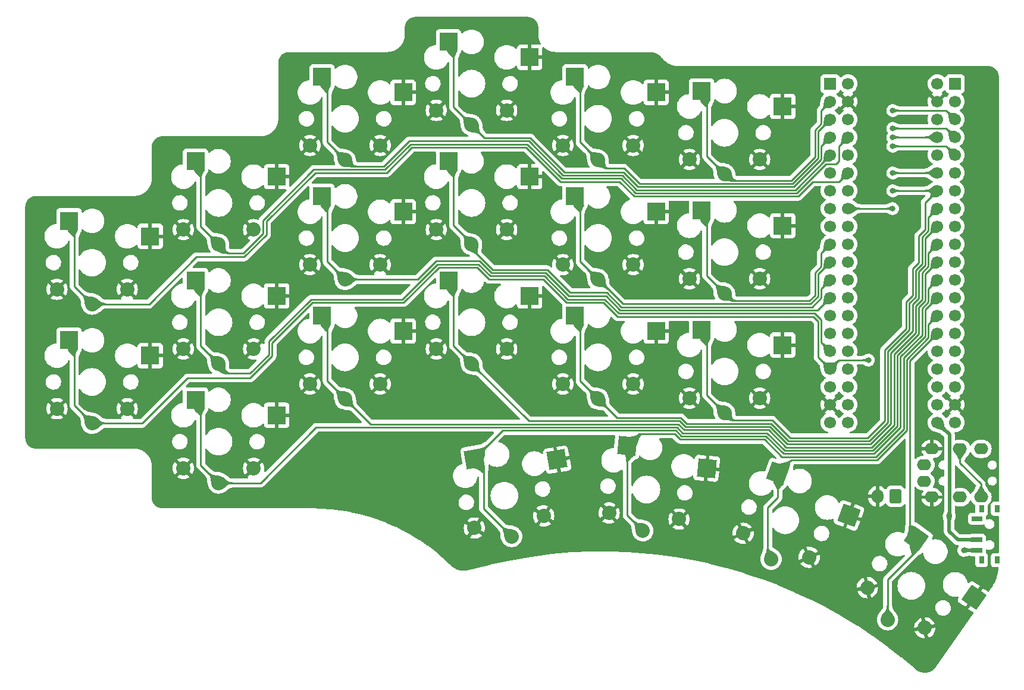
<source format=gbr>
%TF.GenerationSoftware,KiCad,Pcbnew,7.0.1-0*%
%TF.CreationDate,2025-04-04T15:19:30+02:00*%
%TF.ProjectId,nantor,6e616e74-6f72-42e6-9b69-6361645f7063,rev?*%
%TF.SameCoordinates,Original*%
%TF.FileFunction,Copper,L2,Bot*%
%TF.FilePolarity,Positive*%
%FSLAX46Y46*%
G04 Gerber Fmt 4.6, Leading zero omitted, Abs format (unit mm)*
G04 Created by KiCad (PCBNEW 7.0.1-0) date 2025-04-04 15:19:30*
%MOMM*%
%LPD*%
G01*
G04 APERTURE LIST*
G04 Aperture macros list*
%AMRoundRect*
0 Rectangle with rounded corners*
0 $1 Rounding radius*
0 $2 $3 $4 $5 $6 $7 $8 $9 X,Y pos of 4 corners*
0 Add a 4 corners polygon primitive as box body*
4,1,4,$2,$3,$4,$5,$6,$7,$8,$9,$2,$3,0*
0 Add four circle primitives for the rounded corners*
1,1,$1+$1,$2,$3*
1,1,$1+$1,$4,$5*
1,1,$1+$1,$6,$7*
1,1,$1+$1,$8,$9*
0 Add four rect primitives between the rounded corners*
20,1,$1+$1,$2,$3,$4,$5,0*
20,1,$1+$1,$4,$5,$6,$7,0*
20,1,$1+$1,$6,$7,$8,$9,0*
20,1,$1+$1,$8,$9,$2,$3,0*%
%AMRotRect*
0 Rectangle, with rotation*
0 The origin of the aperture is its center*
0 $1 length*
0 $2 width*
0 $3 Rotation angle, in degrees counterclockwise*
0 Add horizontal line*
21,1,$1,$2,0,0,$3*%
G04 Aperture macros list end*
%TA.AperFunction,SMDPad,CuDef*%
%ADD10R,2.600000X2.600000*%
%TD*%
%TA.AperFunction,ComponentPad*%
%ADD11C,2.032000*%
%TD*%
%TA.AperFunction,SMDPad,CuDef*%
%ADD12RotRect,2.600000X2.600000X355.000000*%
%TD*%
%TA.AperFunction,SMDPad,CuDef*%
%ADD13RotRect,2.600000X2.600000X340.000000*%
%TD*%
%TA.AperFunction,ComponentPad*%
%ADD14R,1.700000X1.700000*%
%TD*%
%TA.AperFunction,ComponentPad*%
%ADD15C,1.700000*%
%TD*%
%TA.AperFunction,ComponentPad*%
%ADD16O,2.000000X1.600000*%
%TD*%
%TA.AperFunction,SMDPad,CuDef*%
%ADD17RotRect,2.600000X2.600000X10.000000*%
%TD*%
%TA.AperFunction,SMDPad,CuDef*%
%ADD18RotRect,2.600000X2.600000X325.000000*%
%TD*%
%TA.AperFunction,SMDPad,CuDef*%
%ADD19R,0.800000X1.000000*%
%TD*%
%TA.AperFunction,SMDPad,CuDef*%
%ADD20R,1.500000X0.700000*%
%TD*%
%TA.AperFunction,ComponentPad*%
%ADD21RoundRect,0.250000X0.600000X0.750000X-0.600000X0.750000X-0.600000X-0.750000X0.600000X-0.750000X0*%
%TD*%
%TA.AperFunction,ComponentPad*%
%ADD22O,1.700000X2.000000*%
%TD*%
%TA.AperFunction,ViaPad*%
%ADD23C,0.800000*%
%TD*%
%TA.AperFunction,Conductor*%
%ADD24C,0.500000*%
%TD*%
%TA.AperFunction,Conductor*%
%ADD25C,0.250000*%
%TD*%
G04 APERTURE END LIST*
D10*
%TO.P,KS12,1,1*%
%TO.N,/k15*%
X165231983Y-75327968D03*
D11*
X168506983Y-87177968D03*
%TO.P,KS12,2,2*%
%TO.N,GND*%
X163506983Y-85077968D03*
X173506983Y-85077968D03*
D10*
X176781983Y-77527968D03*
%TD*%
%TO.P,KS2,1,1*%
%TO.N,/k01*%
X93231983Y-68327968D03*
D11*
X96506983Y-80177968D03*
%TO.P,KS2,2,2*%
%TO.N,GND*%
X91506983Y-78077968D03*
X101506983Y-78077968D03*
D10*
X104781983Y-70527968D03*
%TD*%
%TO.P,KS3,1,1*%
%TO.N,/k02*%
X111231983Y-56327968D03*
D11*
X114506983Y-68177968D03*
%TO.P,KS3,2,2*%
%TO.N,GND*%
X109506983Y-66077968D03*
X119506983Y-66077968D03*
D10*
X122781983Y-58527968D03*
%TD*%
D12*
%TO.P,KS19,1,1*%
%TO.N,/k34*%
X154651039Y-108886206D03*
D11*
X156880781Y-120976549D03*
%TO.P,KS19,2,2*%
%TO.N,GND*%
X152082835Y-118448761D03*
X162044782Y-119320319D03*
D12*
X165965345Y-112084484D03*
%TD*%
D10*
%TO.P,KS4,1,1*%
%TO.N,/k03*%
X129231983Y-51327968D03*
D11*
X132506983Y-63177968D03*
%TO.P,KS4,2,2*%
%TO.N,GND*%
X127506983Y-61077968D03*
X137506983Y-61077968D03*
D10*
X140781983Y-53527968D03*
%TD*%
%TO.P,KS17,1,1*%
%TO.N,/k25*%
X165231983Y-92327968D03*
D11*
X168506983Y-104177968D03*
%TO.P,KS17,2,2*%
%TO.N,GND*%
X163506983Y-102077968D03*
X173506983Y-102077968D03*
D10*
X176781983Y-94527968D03*
%TD*%
%TO.P,KS11,1,1*%
%TO.N,/k14*%
X147231983Y-73327968D03*
D11*
X150506983Y-85177968D03*
%TO.P,KS11,2,2*%
%TO.N,GND*%
X145506983Y-83077968D03*
X155506983Y-83077968D03*
D10*
X158781983Y-75527968D03*
%TD*%
%TO.P,KS16,1,1*%
%TO.N,/k24*%
X147231983Y-90327968D03*
D11*
X150506983Y-102177968D03*
%TO.P,KS16,2,2*%
%TO.N,GND*%
X145506983Y-100077968D03*
X155506983Y-100077968D03*
D10*
X158781983Y-92527968D03*
%TD*%
%TO.P,KS1,1,1*%
%TO.N,/k00*%
X75231983Y-76827968D03*
D11*
X78506983Y-88677968D03*
%TO.P,KS1,2,2*%
%TO.N,GND*%
X73506983Y-86577968D03*
X83506983Y-86577968D03*
D10*
X86781983Y-79027968D03*
%TD*%
%TO.P,KS7,1,1*%
%TO.N,/k10*%
X75231983Y-93827968D03*
D11*
X78506983Y-105677968D03*
%TO.P,KS7,2,2*%
%TO.N,GND*%
X73506983Y-103577968D03*
X83506983Y-103577968D03*
D10*
X86781983Y-96027968D03*
%TD*%
D13*
%TO.P,KS20,1,1*%
%TO.N,/k35*%
X176104527Y-112766713D03*
D11*
X175129081Y-125022186D03*
%TO.P,KS20,2,2*%
%TO.N,GND*%
X171148860Y-121338731D03*
X180545787Y-124758933D03*
D13*
X186205532Y-118784369D03*
%TD*%
D14*
%TO.P,U1,1,PB12*%
%TO.N,unconnected-(U1-PB12-Pad1)*%
X183541983Y-57297968D03*
X201321983Y-57297968D03*
D15*
%TO.P,U1,2,PB13*%
%TO.N,/k05*%
X183541983Y-59837968D03*
X201321983Y-59837968D03*
%TO.P,U1,3,PB14*%
%TO.N,/k04*%
X183541983Y-62377968D03*
X201321983Y-62377968D03*
%TO.P,U1,4,PB15*%
%TO.N,/k03*%
X183541983Y-64917968D03*
X201321983Y-64917968D03*
%TO.P,U1,5,PA8*%
%TO.N,/k02*%
X183541983Y-67457968D03*
X201321983Y-67457968D03*
%TO.P,U1,6,PA9*%
%TO.N,unconnected-(U1-PA9-Pad6)*%
X183541983Y-69997968D03*
X201321983Y-69997968D03*
%TO.P,U1,7,PA10*%
%TO.N,unconnected-(U1-PA10-Pad7)*%
X183541983Y-72537968D03*
X201321983Y-72537968D03*
%TO.P,U1,8,PA11*%
%TO.N,unconnected-(U1-PA11-Pad8)*%
X183541983Y-75077968D03*
X201321983Y-75077968D03*
%TO.P,U1,9,PA12*%
%TO.N,unconnected-(U1-PA12-Pad9)*%
X183541983Y-77617968D03*
X201321983Y-77617968D03*
%TO.P,U1,10,PA15*%
%TO.N,/k15*%
X183541983Y-80157968D03*
X201321983Y-80157968D03*
%TO.P,U1,11,PB3*%
%TO.N,/k14*%
X183541983Y-82697968D03*
X201321983Y-82697968D03*
%TO.P,U1,12,PB4*%
%TO.N,/k13*%
X183541983Y-85237968D03*
X201321983Y-85237968D03*
%TO.P,U1,13,PB5*%
%TO.N,/k12*%
X183541983Y-87777968D03*
X201321983Y-87777968D03*
%TO.P,U1,14,PB6*%
%TO.N,Net-(U1-PB6)*%
X183541983Y-90317968D03*
X201321983Y-90317968D03*
%TO.P,U1,15,PB7*%
%TO.N,Net-(U1-PB7)*%
X183541983Y-92857968D03*
X201321983Y-92857968D03*
%TO.P,U1,16,PB8*%
%TO.N,/k11*%
X183541983Y-95397968D03*
X201321983Y-95397968D03*
%TO.P,U1,17,PB9*%
%TO.N,/k10*%
X183541983Y-97937968D03*
X201321983Y-97937968D03*
%TO.P,U1,18,5V*%
%TO.N,unconnected-(U1-5V-Pad18)*%
X183541983Y-100477968D03*
X201321983Y-100477968D03*
%TO.P,U1,19,GND*%
%TO.N,GND*%
X183541983Y-103017968D03*
X201321983Y-103017968D03*
%TO.P,U1,20,3V3*%
%TO.N,+3.3V*%
X183541983Y-105557968D03*
X201321983Y-105557968D03*
%TO.P,U1,21,VBat*%
%TO.N,Net-(SW1-B)*%
X186081983Y-105557968D03*
X198781983Y-105557968D03*
%TO.P,U1,22,PC13*%
%TO.N,unconnected-(U1-PC13-Pad22)*%
X186081983Y-103017968D03*
X198781983Y-103017968D03*
%TO.P,U1,23,PC14*%
%TO.N,unconnected-(U1-PC14-Pad23)*%
X186081983Y-100477968D03*
X198781983Y-100477968D03*
%TO.P,U1,24,PC15*%
%TO.N,unconnected-(U1-PC15-Pad24)*%
X186081983Y-97937968D03*
X198781983Y-97937968D03*
%TO.P,U1,25,RES*%
%TO.N,unconnected-(U1-RES-Pad25)*%
X186081983Y-95397968D03*
X198781983Y-95397968D03*
%TO.P,U1,26,PA0*%
%TO.N,/k36*%
X186081983Y-92857968D03*
X198781983Y-92857968D03*
%TO.P,U1,27,PA1*%
%TO.N,/k35*%
X186081983Y-90317968D03*
X198781983Y-90317968D03*
%TO.P,U1,28,PA2*%
%TO.N,/k34*%
X186081983Y-87777968D03*
X198781983Y-87777968D03*
%TO.P,U1,29,PA3*%
%TO.N,/k33*%
X186081983Y-85237968D03*
X198781983Y-85237968D03*
%TO.P,U1,30,PA4*%
%TO.N,/k21*%
X186081983Y-82697968D03*
X198781983Y-82697968D03*
%TO.P,U1,31,PA5*%
%TO.N,/k22*%
X186081983Y-80157968D03*
X198781983Y-80157968D03*
%TO.P,U1,32,PA6*%
%TO.N,/k23*%
X186081983Y-77617968D03*
X198781983Y-77617968D03*
%TO.P,U1,33,PA7*%
%TO.N,/k24*%
X186081983Y-75077968D03*
X198781983Y-75077968D03*
%TO.P,U1,34,PB0*%
%TO.N,/k25*%
X186081983Y-72537968D03*
X198781983Y-72537968D03*
%TO.P,U1,35,PB1*%
%TO.N,/k00*%
X186081983Y-69997968D03*
X198781983Y-69997968D03*
%TO.P,U1,36,PB2*%
%TO.N,unconnected-(U1-PB2-Pad36)*%
X186081983Y-67457968D03*
X198781983Y-67457968D03*
%TO.P,U1,37,PB10*%
%TO.N,/k01*%
X186081983Y-64917968D03*
X198781983Y-64917968D03*
%TO.P,U1,38,3V3*%
%TO.N,+3.3V*%
X186081983Y-62377968D03*
X198781983Y-62377968D03*
%TO.P,U1,39,GND*%
%TO.N,GND*%
X186081983Y-59837968D03*
X198781983Y-59837968D03*
%TO.P,U1,40,5V*%
%TO.N,unconnected-(U1-5V-Pad40)*%
X186081983Y-57297968D03*
X198781983Y-57297968D03*
%TD*%
D10*
%TO.P,KS5,1,1*%
%TO.N,/k04*%
X147231983Y-56327968D03*
D11*
X150506983Y-68177968D03*
%TO.P,KS5,2,2*%
%TO.N,GND*%
X145506983Y-66077968D03*
X155506983Y-66077968D03*
D10*
X158781983Y-58527968D03*
%TD*%
D16*
%TO.P,J1,RX*%
%TO.N,Net-(U1-PB7)*%
X202015182Y-109307147D03*
X205015182Y-116187147D03*
%TO.P,J1,S*%
%TO.N,+3.3V*%
X196915182Y-111587147D03*
X196915182Y-113907147D03*
%TO.P,J1,T*%
%TO.N,GND*%
X198015182Y-109307147D03*
X198015182Y-116187147D03*
%TO.P,J1,TX*%
%TO.N,Net-(U1-PB6)*%
X205015182Y-109307147D03*
X202015182Y-116187147D03*
%TD*%
D10*
%TO.P,KS6,1,1*%
%TO.N,/k05*%
X165231983Y-58327968D03*
D11*
X168506983Y-70177968D03*
%TO.P,KS6,2,2*%
%TO.N,GND*%
X163506983Y-68077968D03*
X173506983Y-68077968D03*
D10*
X176781983Y-60527968D03*
%TD*%
%TO.P,KS13,1,1*%
%TO.N,/k21*%
X93231983Y-102327968D03*
D11*
X96506983Y-114177968D03*
%TO.P,KS13,2,2*%
%TO.N,GND*%
X91506983Y-112077968D03*
X101506983Y-112077968D03*
D10*
X104781983Y-104527968D03*
%TD*%
%TO.P,KS14,1,1*%
%TO.N,/k22*%
X111231983Y-90327968D03*
D11*
X114506983Y-102177968D03*
%TO.P,KS14,2,2*%
%TO.N,GND*%
X109506983Y-100077968D03*
X119506983Y-100077968D03*
D10*
X122781983Y-92527968D03*
%TD*%
D17*
%TO.P,KS18,1,1*%
%TO.N,/k33*%
X132924548Y-110691092D03*
D11*
X138207524Y-121792366D03*
%TO.P,KS18,2,2*%
%TO.N,GND*%
X132918824Y-120592510D03*
X142766902Y-118856029D03*
D17*
X144681103Y-110852032D03*
%TD*%
D10*
%TO.P,KS10,1,1*%
%TO.N,/k13*%
X129231983Y-68327968D03*
D11*
X132506983Y-80177968D03*
%TO.P,KS10,2,2*%
%TO.N,GND*%
X127506983Y-78077968D03*
X137506983Y-78077968D03*
D10*
X140781983Y-70527968D03*
%TD*%
%TO.P,KS15,1,1*%
%TO.N,/k23*%
X129231983Y-85327968D03*
D11*
X132506983Y-97177968D03*
%TO.P,KS15,2,2*%
%TO.N,GND*%
X127506983Y-95077968D03*
X137506983Y-95077968D03*
D10*
X140781983Y-87527968D03*
%TD*%
D18*
%TO.P,KS21,1,1*%
%TO.N,/k36*%
X195823057Y-122067583D03*
D11*
X191708899Y-133652997D03*
%TO.P,KS21,2,2*%
%TO.N,GND*%
X188817649Y-129064896D03*
X197009170Y-134800660D03*
D18*
X204022395Y-130494525D03*
%TD*%
D10*
%TO.P,KS9,1,1*%
%TO.N,/k12*%
X111231983Y-73327968D03*
D11*
X114506983Y-85177968D03*
%TO.P,KS9,2,2*%
%TO.N,GND*%
X109506983Y-83077968D03*
X119506983Y-83077968D03*
D10*
X122781983Y-75527968D03*
%TD*%
%TO.P,KS8,1,1*%
%TO.N,/k11*%
X93231983Y-85327968D03*
D11*
X96506983Y-97177968D03*
%TO.P,KS8,2,2*%
%TO.N,GND*%
X91506983Y-95077968D03*
X101506983Y-95077968D03*
D10*
X104781983Y-87527968D03*
%TD*%
D19*
%TO.P,SW2,*%
%TO.N,*%
X207307000Y-117860000D03*
X205097000Y-117860000D03*
X207307000Y-125160000D03*
X205097000Y-125160000D03*
D20*
%TO.P,SW2,1,A*%
%TO.N,unconnected-(SW2-A-Pad1)*%
X204447000Y-119260000D03*
%TO.P,SW2,2,B*%
%TO.N,Net-(SW1-B)*%
X204447000Y-122260000D03*
%TO.P,SW2,3,C*%
%TO.N,Net-(J2-Pin_1)*%
X204447000Y-123760000D03*
%TD*%
D21*
%TO.P,J2,1,Pin_1*%
%TO.N,Net-(J2-Pin_1)*%
X192806983Y-116071469D03*
D22*
%TO.P,J2,2,Pin_2*%
%TO.N,GND*%
X190306983Y-116071469D03*
%TD*%
D23*
%TO.N,Net-(J2-Pin_1)*%
X202541699Y-123760898D03*
%TO.N,GND*%
X189000000Y-101747968D03*
X201702569Y-112720089D03*
%TO.N,/k00*%
X192432000Y-69997968D03*
%TO.N,/k01*%
X192432000Y-64917968D03*
%TO.N,/k02*%
X192432000Y-66187968D03*
%TO.N,/k03*%
X192432000Y-63647968D03*
%TO.N,/k04*%
X192430983Y-61107968D03*
%TO.N,/k10*%
X189000000Y-96667968D03*
%TO.N,/k24*%
X192432000Y-75077968D03*
%TO.N,/k25*%
X192432000Y-72537968D03*
%TO.N,Net-(SW1-B)*%
X200466983Y-118865469D03*
%TD*%
D24*
%TO.N,Net-(J2-Pin_1)*%
X204446102Y-123760898D02*
X204447000Y-123760000D01*
X202541699Y-123760898D02*
X204446102Y-123760898D01*
D25*
%TO.N,/k00*%
X120415421Y-69968968D02*
X124029491Y-66354898D01*
X124029491Y-66354898D02*
X140267793Y-66354898D01*
X153576115Y-71249898D02*
X155645185Y-73318968D01*
X75966983Y-77562968D02*
X75231983Y-76827968D01*
X155645185Y-73318968D02*
X179007379Y-73318968D01*
X78506983Y-88677968D02*
X75966983Y-86137968D01*
X86631983Y-88677968D02*
X93345053Y-81964898D01*
X93345053Y-81964898D02*
X100152910Y-81964898D01*
X145162793Y-71249898D02*
X153576115Y-71249898D01*
X110254025Y-69968968D02*
X120415421Y-69968968D01*
X184811983Y-71267968D02*
X186081983Y-69997968D01*
X140267793Y-66354898D02*
X145162793Y-71249898D01*
X100152910Y-81964898D02*
X103337397Y-78780411D01*
X181058379Y-71267968D02*
X184811983Y-71267968D01*
X103337397Y-78780411D02*
X103337397Y-76885596D01*
X78506983Y-88677968D02*
X86631983Y-88677968D01*
X179007379Y-73318968D02*
X181058379Y-71267968D01*
X198781983Y-69997968D02*
X192432000Y-69997968D01*
X103337397Y-76885596D02*
X110254025Y-69968968D01*
X75966983Y-86137968D02*
X75966983Y-77562968D01*
%TO.N,/k01*%
X145349189Y-70799898D02*
X153762511Y-70799898D01*
X153762511Y-70799898D02*
X155831581Y-72868968D01*
X100053444Y-81427968D02*
X102847983Y-78633429D01*
X110067629Y-69518968D02*
X120229025Y-69518968D01*
X140454189Y-65904898D02*
X145349189Y-70799898D01*
X184810983Y-66188968D02*
X186081983Y-64917968D01*
X192338983Y-64917968D02*
X198781983Y-64917968D01*
X120229025Y-69518968D02*
X123843095Y-65904898D01*
X102847983Y-76738614D02*
X110067629Y-69518968D01*
X182961983Y-68727968D02*
X184372334Y-68727968D01*
X93966983Y-77637968D02*
X93966983Y-69062968D01*
X96506983Y-80177968D02*
X97756983Y-81427968D01*
X93966983Y-69062968D02*
X93231983Y-68327968D01*
X97756983Y-81427968D02*
X100053444Y-81427968D01*
X184372334Y-68727968D02*
X184810983Y-68289319D01*
X178820983Y-72868968D02*
X182961983Y-68727968D01*
X123843095Y-65904898D02*
X140454189Y-65904898D01*
X155831581Y-72868968D02*
X178820983Y-72868968D01*
X96506983Y-80177968D02*
X93966983Y-77637968D01*
X184810983Y-68289319D02*
X184810983Y-66188968D01*
X102847983Y-78633429D02*
X102847983Y-76738614D01*
%TO.N,/k02*%
X123656699Y-65454898D02*
X140640585Y-65454898D01*
X120042629Y-69068968D02*
X123656699Y-65454898D01*
X200051983Y-66187968D02*
X192432000Y-66187968D01*
X201321983Y-67457968D02*
X200051983Y-66187968D01*
X114506983Y-68177968D02*
X111966983Y-65637968D01*
X114506983Y-68177968D02*
X115397983Y-69068968D01*
X115397983Y-69068968D02*
X120042629Y-69068968D01*
X156017977Y-72418968D02*
X178580983Y-72418968D01*
X178580983Y-72418968D02*
X183541983Y-67457968D01*
X153948907Y-70349898D02*
X156017977Y-72418968D01*
X111966983Y-57062968D02*
X111231983Y-56327968D01*
X140640585Y-65454898D02*
X145535585Y-70349898D01*
X111966983Y-65637968D02*
X111966983Y-57062968D01*
X145535585Y-70349898D02*
X153948907Y-70349898D01*
%TO.N,/k03*%
X200051983Y-63647968D02*
X192432000Y-63647968D01*
X129966983Y-60637968D02*
X129966983Y-52062968D01*
X129966983Y-52062968D02*
X129231983Y-51327968D01*
X201321983Y-64917968D02*
X200051983Y-63647968D01*
X182270983Y-68092572D02*
X182270983Y-66187968D01*
X132506983Y-63177968D02*
X129966983Y-60637968D01*
X178394587Y-71968968D02*
X182270983Y-68092572D01*
X182270983Y-66187968D02*
X182271983Y-66187968D01*
X145721981Y-69899898D02*
X154135303Y-69899898D01*
X132506983Y-63177968D02*
X134333913Y-65004898D01*
X154135303Y-69899898D02*
X156204373Y-71968968D01*
X134333913Y-65004898D02*
X140826981Y-65004898D01*
X140826981Y-65004898D02*
X145721981Y-69899898D01*
X182271983Y-66187968D02*
X183541983Y-64917968D01*
X156204373Y-71968968D02*
X178394587Y-71968968D01*
%TO.N,/k04*%
X150506983Y-68177968D02*
X151691983Y-69362968D01*
X181820983Y-64098968D02*
X183541983Y-62377968D01*
X151691983Y-69362968D02*
X154234769Y-69362968D01*
X147966983Y-57062968D02*
X147231983Y-56327968D01*
X150506983Y-68177968D02*
X147966983Y-65637968D01*
X201321983Y-62377968D02*
X200051983Y-61107968D01*
X181820983Y-67906176D02*
X181820983Y-64098968D01*
X156390769Y-71518968D02*
X178208191Y-71518968D01*
X178208191Y-71518968D02*
X181820983Y-67906176D01*
X154234769Y-69362968D02*
X156390769Y-71518968D01*
X200051983Y-61107968D02*
X192430983Y-61107968D01*
X147966983Y-65637968D02*
X147966983Y-57062968D01*
%TO.N,/k05*%
X181370983Y-67719780D02*
X181370983Y-63912572D01*
X182270983Y-61108968D02*
X183541983Y-59837968D01*
X169397983Y-71068968D02*
X178021795Y-71068968D01*
X178021795Y-71068968D02*
X181370983Y-67719780D01*
X168506983Y-70177968D02*
X165966983Y-67637968D01*
X168506983Y-70177968D02*
X169397983Y-71068968D01*
X165966983Y-59062968D02*
X165231983Y-58327968D01*
X182270983Y-63012572D02*
X182270983Y-61108968D01*
X181370983Y-63912572D02*
X182270983Y-63012572D01*
X165966983Y-67637968D02*
X165966983Y-59062968D01*
%TO.N,/k10*%
X85631983Y-105677968D02*
X92101983Y-99207968D01*
X104122983Y-96076968D02*
X104122983Y-94186968D01*
X104122983Y-94186968D02*
X109856983Y-88452968D01*
X181134587Y-90452968D02*
X181820983Y-91139364D01*
X122856983Y-88452968D02*
X127856983Y-83452968D01*
X181820983Y-91139364D02*
X181820983Y-96216968D01*
X153283633Y-90452968D02*
X181134587Y-90452968D01*
X78506983Y-105677968D02*
X75966983Y-103137968D01*
X100991983Y-99207968D02*
X104122983Y-96076968D01*
X75966983Y-94562968D02*
X75231983Y-93827968D01*
X78506983Y-105677968D02*
X85631983Y-105677968D01*
X133283633Y-83452968D02*
X134970563Y-85139898D01*
X92101983Y-99207968D02*
X100991983Y-99207968D01*
X127856983Y-83452968D02*
X133283633Y-83452968D01*
X146019769Y-88452968D02*
X151283633Y-88452968D01*
X134970563Y-85139898D02*
X142706699Y-85139898D01*
X184811983Y-96667968D02*
X183541983Y-97937968D01*
X151283633Y-88452968D02*
X153283633Y-90452968D01*
X75966983Y-103137968D02*
X75966983Y-94562968D01*
X109856983Y-88452968D02*
X122856983Y-88452968D01*
X181820983Y-96216968D02*
X183541983Y-97937968D01*
X189000000Y-96667968D02*
X184811983Y-96667968D01*
X142706699Y-85139898D02*
X146019769Y-88452968D01*
%TO.N,/k11*%
X103672983Y-94000572D02*
X109670587Y-88002968D01*
X127670587Y-83002968D02*
X133470029Y-83002968D01*
X182270983Y-94126968D02*
X183541983Y-95397968D01*
X133470029Y-83002968D02*
X135156959Y-84689898D01*
X122670587Y-88002968D02*
X127670587Y-83002968D01*
X142893095Y-84689898D02*
X146206165Y-88002968D01*
X151470029Y-88002968D02*
X153470029Y-90002968D01*
X96506983Y-97177968D02*
X97901983Y-98572968D01*
X135156959Y-84689898D02*
X142893095Y-84689898D01*
X93966983Y-94637968D02*
X93966983Y-86062968D01*
X181320983Y-90002968D02*
X182270983Y-90952968D01*
X103672983Y-95890572D02*
X103672983Y-94000572D01*
X182270983Y-90952968D02*
X182270983Y-94126968D01*
X93966983Y-86062968D02*
X93231983Y-85327968D01*
X109670587Y-88002968D02*
X122670587Y-88002968D01*
X153470029Y-90002968D02*
X181320983Y-90002968D01*
X100990587Y-98572968D02*
X103672983Y-95890572D01*
X146206165Y-88002968D02*
X151470029Y-88002968D01*
X97901983Y-98572968D02*
X100990587Y-98572968D01*
X96506983Y-97177968D02*
X93966983Y-94637968D01*
%TO.N,/k12*%
X181766983Y-89552968D02*
X183541983Y-87777968D01*
X124859191Y-85177968D02*
X127484191Y-82552968D01*
X127484191Y-82552968D02*
X133656425Y-82552968D01*
X143079491Y-84239898D02*
X146392561Y-87552968D01*
X135343355Y-84239898D02*
X143079491Y-84239898D01*
X114506983Y-85177968D02*
X124859191Y-85177968D01*
X151656425Y-87552968D02*
X153656425Y-89552968D01*
X111966983Y-74062968D02*
X111231983Y-73327968D01*
X111966983Y-82637968D02*
X111966983Y-74062968D01*
X153656425Y-89552968D02*
X181766983Y-89552968D01*
X146392561Y-87552968D02*
X151656425Y-87552968D01*
X133656425Y-82552968D02*
X135343355Y-84239898D01*
X114506983Y-85177968D02*
X111966983Y-82637968D01*
%TO.N,/k13*%
X129966983Y-77480182D02*
X129966983Y-69062968D01*
X132506983Y-80177968D02*
X132506983Y-80099614D01*
X132506983Y-80767130D02*
X135529751Y-83789898D01*
X182270983Y-86508968D02*
X183541983Y-85237968D01*
X146518793Y-87042804D02*
X151782657Y-87042804D01*
X182270983Y-87777968D02*
X182270983Y-86508968D01*
X135529751Y-83789898D02*
X143265887Y-83789898D01*
X129966983Y-69062968D02*
X129231983Y-68327968D01*
X132506983Y-80177968D02*
X132506983Y-80767130D01*
X153842821Y-89102968D02*
X180945983Y-89102968D01*
X132506983Y-80099614D02*
X132546699Y-80059898D01*
X180945983Y-89102968D02*
X182270983Y-87777968D01*
X132546699Y-80059898D02*
X129966983Y-77480182D01*
X151782657Y-87042804D02*
X153842821Y-89102968D01*
X143265887Y-83789898D02*
X146518793Y-87042804D01*
%TO.N,/k14*%
X180759587Y-88652968D02*
X181820983Y-87591572D01*
X147966983Y-74062968D02*
X147231983Y-73327968D01*
X147966983Y-82637968D02*
X147966983Y-74062968D01*
X154029217Y-88652968D02*
X180759587Y-88652968D01*
X150554217Y-85177968D02*
X154029217Y-88652968D01*
X150506983Y-85177968D02*
X150554217Y-85177968D01*
X181820983Y-87591572D02*
X181820983Y-84418968D01*
X150506983Y-85177968D02*
X147966983Y-82637968D01*
X181820983Y-84418968D02*
X183541983Y-82697968D01*
%TO.N,/k15*%
X181370983Y-87405176D02*
X181370983Y-84232572D01*
X168506983Y-87177968D02*
X169531983Y-88202968D01*
X168506983Y-87177968D02*
X165966983Y-84637968D01*
X182270983Y-81428968D02*
X183541983Y-80157968D01*
X182270983Y-83332572D02*
X182270983Y-81428968D01*
X169531983Y-88202968D02*
X180573191Y-88202968D01*
X165966983Y-76062968D02*
X165231983Y-75327968D01*
X181370983Y-84232572D02*
X182270983Y-83332572D01*
X165966983Y-84637968D02*
X165966983Y-76062968D01*
X180573191Y-88202968D02*
X181370983Y-87405176D01*
%TO.N,/k21*%
X197060983Y-84418968D02*
X198781983Y-82697968D01*
X196160983Y-92933384D02*
X196160983Y-89126176D01*
X177075005Y-109537675D02*
X189641274Y-109537675D01*
X193089638Y-106089311D02*
X193089638Y-96004729D01*
X96506983Y-114177968D02*
X93966983Y-111637968D01*
X197060983Y-88226176D02*
X197060983Y-84418968D01*
X161750420Y-106245469D02*
X162554951Y-107050000D01*
X174587330Y-107050000D02*
X177075005Y-109537675D01*
X102461403Y-114177968D02*
X110393902Y-106245469D01*
X162554951Y-107050000D02*
X174587330Y-107050000D01*
X193089638Y-96004729D02*
X196160983Y-92933384D01*
X196160983Y-89126176D02*
X197060983Y-88226176D01*
X110393902Y-106245469D02*
X161750420Y-106245469D01*
X189641274Y-109537675D02*
X193089638Y-106089311D01*
X93966983Y-111637968D02*
X93966983Y-103062968D01*
X96506983Y-114177968D02*
X102461403Y-114177968D01*
X93966983Y-103062968D02*
X93231983Y-102327968D01*
%TO.N,/k22*%
X118124484Y-105795469D02*
X161936816Y-105795469D01*
X189454878Y-109087675D02*
X192639638Y-105902915D01*
X192639638Y-105902915D02*
X192639638Y-95818333D01*
X196610983Y-88039780D02*
X196610983Y-84232572D01*
X197510983Y-81428968D02*
X198781983Y-80157968D01*
X195710983Y-88939780D02*
X196610983Y-88039780D01*
X195710983Y-92746988D02*
X195710983Y-88939780D01*
X177261401Y-109087675D02*
X189454878Y-109087675D01*
X161936816Y-105795469D02*
X162741347Y-106600000D01*
X192639638Y-95818333D02*
X195710983Y-92746988D01*
X197510983Y-83332572D02*
X197510983Y-81428968D01*
X114506983Y-102177968D02*
X118124484Y-105795469D01*
X162741347Y-106600000D02*
X174773726Y-106600000D01*
X114506983Y-102177968D02*
X111966983Y-99637968D01*
X196610983Y-84232572D02*
X197510983Y-83332572D01*
X174773726Y-106600000D02*
X177261401Y-109087675D01*
X111966983Y-91062968D02*
X111231983Y-90327968D01*
X111966983Y-99637968D02*
X111966983Y-91062968D01*
%TO.N,/k23*%
X140674484Y-105345469D02*
X162123212Y-105345469D01*
X132506983Y-97177968D02*
X140674484Y-105345469D01*
X174960122Y-106150000D02*
X177447797Y-108637675D01*
X129966983Y-94637968D02*
X129966983Y-86062968D01*
X192189638Y-105716519D02*
X192189638Y-95631937D01*
X197060983Y-83146176D02*
X197060983Y-79338968D01*
X192189638Y-95631937D02*
X195260983Y-92560592D01*
X189268482Y-108637675D02*
X192189638Y-105716519D01*
X129966983Y-86062968D02*
X129231983Y-85327968D01*
X197060983Y-79338968D02*
X198781983Y-77617968D01*
X195260983Y-88753384D02*
X196160983Y-87853384D01*
X196160983Y-84046176D02*
X197060983Y-83146176D01*
X196160983Y-87853384D02*
X196160983Y-84046176D01*
X195260983Y-92560592D02*
X195260983Y-88753384D01*
X177447797Y-108637675D02*
X189268482Y-108637675D01*
X162927743Y-106150000D02*
X174960122Y-106150000D01*
X132506983Y-97177968D02*
X129966983Y-94637968D01*
X162123212Y-105345469D02*
X162927743Y-106150000D01*
%TO.N,/k24*%
X197510983Y-78252572D02*
X197510983Y-76348968D01*
X186081983Y-75077968D02*
X192184484Y-75077968D01*
X163114139Y-105700000D02*
X175146518Y-105700000D01*
X196610983Y-79152572D02*
X197510983Y-78252572D01*
X197510983Y-76348968D02*
X198781983Y-75077968D01*
X150506983Y-102177968D02*
X153224484Y-104895469D01*
X175146518Y-105700000D02*
X177634193Y-108187675D01*
X196610983Y-82959780D02*
X196610983Y-79152572D01*
X195710983Y-87666988D02*
X195710983Y-83859780D01*
X147966983Y-99637968D02*
X147966983Y-91062968D01*
X189082086Y-108187675D02*
X191739638Y-105530123D01*
X147966983Y-91062968D02*
X147231983Y-90327968D01*
X162309608Y-104895469D02*
X163114139Y-105700000D01*
X150506983Y-102177968D02*
X147966983Y-99637968D01*
X153224484Y-104895469D02*
X162309608Y-104895469D01*
X194810983Y-88566988D02*
X195710983Y-87666988D01*
X194810983Y-92374196D02*
X194810983Y-88566988D01*
X191739638Y-95445541D02*
X194810983Y-92374196D01*
X177634193Y-108187675D02*
X189082086Y-108187675D01*
X191739638Y-105530123D02*
X191739638Y-95445541D01*
X195710983Y-83859780D02*
X196610983Y-82959780D01*
%TO.N,/k25*%
X198781983Y-72537968D02*
X192432000Y-72537968D01*
X196160983Y-82773384D02*
X196160983Y-78966176D01*
X175332914Y-105250000D02*
X177820589Y-107737675D01*
X188895690Y-107737675D02*
X191289638Y-105343727D01*
X197060983Y-74258968D02*
X198781983Y-72537968D01*
X168506983Y-104177968D02*
X165966983Y-101637968D01*
X197060983Y-78066176D02*
X197060983Y-74258968D01*
X191289638Y-95259145D02*
X194360983Y-92187800D01*
X195260983Y-87480592D02*
X195260983Y-83673384D01*
X169579015Y-105250000D02*
X175332914Y-105250000D01*
X195260983Y-83673384D02*
X196160983Y-82773384D01*
X165966983Y-101637968D02*
X165966983Y-93062968D01*
X196160983Y-78966176D02*
X197060983Y-78066176D01*
X194360983Y-92187800D02*
X194360983Y-88380592D01*
X191289638Y-105343727D02*
X191289638Y-95259145D01*
X165966983Y-93062968D02*
X165231983Y-92327968D01*
X194360983Y-88380592D02*
X195260983Y-87480592D01*
X177820589Y-107737675D02*
X188895690Y-107737675D01*
X168506983Y-104177968D02*
X169579015Y-105250000D01*
%TO.N,/k33*%
X196610983Y-89312572D02*
X197510983Y-88412572D01*
X189827670Y-109987675D02*
X193539638Y-106275707D01*
X134216983Y-111983527D02*
X132924548Y-110691092D01*
X162368555Y-107500000D02*
X174400934Y-107500000D01*
X174400934Y-107500000D02*
X176888609Y-109987675D01*
X193539638Y-96191125D02*
X196610983Y-93119780D01*
X134216983Y-117801825D02*
X134216983Y-111983527D01*
X136920171Y-106695469D02*
X161564024Y-106695469D01*
X176888609Y-109987675D02*
X189827670Y-109987675D01*
X193539638Y-106275707D02*
X193539638Y-96191125D01*
X196610983Y-93119780D02*
X196610983Y-89312572D01*
X197510983Y-86508968D02*
X198781983Y-85237968D01*
X132924548Y-110691092D02*
X136920171Y-106695469D01*
X138207524Y-121792366D02*
X134216983Y-117801825D01*
X197510983Y-88412572D02*
X197510983Y-86508968D01*
X161564024Y-106695469D02*
X162368555Y-107500000D01*
%TO.N,/k34*%
X193989638Y-106462103D02*
X193989638Y-96377521D01*
X161413628Y-107181469D02*
X162182159Y-107950000D01*
X154651039Y-118746807D02*
X154651039Y-108886206D01*
X156355776Y-107181469D02*
X161413628Y-107181469D01*
X162182159Y-107950000D02*
X174214538Y-107950000D01*
X197060983Y-89498968D02*
X198781983Y-87777968D01*
X193989638Y-96377521D02*
X197060983Y-93306176D01*
X154651039Y-108886206D02*
X156355776Y-107181469D01*
X174214538Y-107950000D02*
X176702213Y-110437675D01*
X197060983Y-93306176D02*
X197060983Y-89498968D01*
X176702213Y-110437675D02*
X190014066Y-110437675D01*
X156880781Y-120976549D02*
X154651039Y-118746807D01*
X190014066Y-110437675D02*
X193989638Y-106462103D01*
%TO.N,/k35*%
X174651983Y-117677968D02*
X176104527Y-116225424D01*
X194439638Y-96563917D02*
X197510983Y-93492572D01*
X174651983Y-124545088D02*
X174651983Y-117677968D01*
X175129081Y-125022186D02*
X174651983Y-124545088D01*
X176104527Y-112766713D02*
X177983565Y-110887675D01*
X177983565Y-110887675D02*
X190200462Y-110887675D01*
X190200462Y-110887675D02*
X194439638Y-106648499D01*
X176104527Y-116225424D02*
X176104527Y-112766713D01*
X197510983Y-93492572D02*
X197510983Y-91588968D01*
X194439638Y-106648499D02*
X194439638Y-96563917D01*
X197510983Y-91588968D02*
X198781983Y-90317968D01*
%TO.N,/k36*%
X191708899Y-133652997D02*
X191708899Y-127926052D01*
X195823057Y-123811894D02*
X195823057Y-122067583D01*
X194889638Y-121134164D02*
X194889638Y-96750313D01*
X195823057Y-122067583D02*
X194889638Y-121134164D01*
X191708899Y-127926052D02*
X195823057Y-123811894D01*
X194889638Y-96750313D02*
X198781983Y-92857968D01*
D24*
%TO.N,Net-(SW1-B)*%
X200515182Y-107291167D02*
X198781983Y-105557968D01*
X200466983Y-121024469D02*
X201702514Y-122260000D01*
X201702514Y-122260000D02*
X204447000Y-122260000D01*
X200466983Y-118865469D02*
X200515182Y-118817270D01*
X200515182Y-118817270D02*
X200515182Y-107291167D01*
X200466983Y-118865469D02*
X200466983Y-121024469D01*
D25*
%TO.N,Net-(U1-PB7)*%
X202015182Y-111323666D02*
X205015182Y-114323666D01*
X205015182Y-114323666D02*
X205015182Y-116187147D01*
X202015182Y-109307147D02*
X202015182Y-111323666D01*
%TD*%
%TA.AperFunction,Conductor*%
%TO.N,Net-(J2-Pin_1)*%
G36*
X203701896Y-123412890D02*
G01*
X204425218Y-123749401D01*
X204431154Y-123755684D01*
X204431157Y-123764327D01*
X204425225Y-123770614D01*
X203701881Y-124107725D01*
X203696994Y-124108820D01*
X203692097Y-124107771D01*
X203626998Y-124078178D01*
X203556996Y-124052357D01*
X203486997Y-124032536D01*
X203417009Y-124018719D01*
X203412041Y-124018164D01*
X203357400Y-124012059D01*
X203349980Y-124008232D01*
X203347000Y-124000432D01*
X203347000Y-123521328D01*
X203349967Y-123513542D01*
X203357361Y-123509705D01*
X203417000Y-123502840D01*
X203487000Y-123488783D01*
X203529223Y-123476684D01*
X203556993Y-123468728D01*
X203556996Y-123468726D01*
X203556999Y-123468726D01*
X203626999Y-123442669D01*
X203692093Y-123412859D01*
X203696996Y-123411798D01*
X203701896Y-123412890D01*
G37*
%TD.AperFunction*%
%TD*%
%TA.AperFunction,Conductor*%
%TO.N,/k23*%
G36*
X129243584Y-85338578D02*
G01*
X130525263Y-86621243D01*
X130528625Y-86628313D01*
X130526777Y-86635920D01*
X130443983Y-86762414D01*
X130355979Y-86929646D01*
X130267983Y-87129640D01*
X130179982Y-87362415D01*
X130094641Y-87619948D01*
X130090384Y-87625754D01*
X130083535Y-87627968D01*
X129847429Y-87627968D01*
X129842491Y-87626875D01*
X129838476Y-87623800D01*
X129835235Y-87619948D01*
X129593142Y-87332192D01*
X129593141Y-87332191D01*
X129344306Y-87084309D01*
X129157904Y-86934492D01*
X129154056Y-86928823D01*
X129141046Y-86886645D01*
X129081220Y-86762414D01*
X129027213Y-86650267D01*
X128879416Y-86433489D01*
X128762385Y-86307359D01*
X128759389Y-86301117D01*
X128760444Y-86294277D01*
X129224791Y-85341720D01*
X129229875Y-85336486D01*
X129237073Y-85335282D01*
X129243584Y-85338578D01*
G37*
%TD.AperFunction*%
%TD*%
%TA.AperFunction,Conductor*%
%TO.N,/k02*%
G36*
X182768569Y-67137594D02*
G01*
X183538199Y-67455406D01*
X183542004Y-67457946D01*
X183544545Y-67461753D01*
X183862355Y-68231378D01*
X183863085Y-68237748D01*
X183860348Y-68243546D01*
X183854967Y-68247031D01*
X183499818Y-68355797D01*
X183497838Y-68356220D01*
X183211703Y-68391857D01*
X183211662Y-68391862D01*
X183124713Y-68402383D01*
X183123308Y-68402468D01*
X182976692Y-68402468D01*
X182975672Y-68402423D01*
X182933176Y-68398704D01*
X182891959Y-68409748D01*
X182890963Y-68409969D01*
X182848938Y-68417379D01*
X182837675Y-68423881D01*
X182834855Y-68425049D01*
X182822297Y-68428414D01*
X182787338Y-68452891D01*
X182786478Y-68453439D01*
X182749527Y-68474773D01*
X182722094Y-68507465D01*
X182721405Y-68508217D01*
X182694684Y-68534937D01*
X182693726Y-68535795D01*
X182436468Y-68741886D01*
X182428510Y-68744437D01*
X182420880Y-68741028D01*
X182260139Y-68580287D01*
X182256712Y-68572014D01*
X182260139Y-68563741D01*
X182370989Y-68452891D01*
X182490744Y-68333135D01*
X182491474Y-68332466D01*
X182524177Y-68305027D01*
X182545527Y-68268045D01*
X182546052Y-68267222D01*
X182570537Y-68232256D01*
X182573902Y-68219691D01*
X182575068Y-68216878D01*
X182581571Y-68205617D01*
X182588982Y-68163583D01*
X182589194Y-68162625D01*
X182600247Y-68121379D01*
X182596528Y-68078868D01*
X182596483Y-68077848D01*
X182596483Y-67884892D01*
X182596568Y-67883487D01*
X182608085Y-67788298D01*
X182608090Y-67788257D01*
X182643728Y-67502111D01*
X182644151Y-67500131D01*
X182657281Y-67457261D01*
X182752919Y-67144982D01*
X182756404Y-67139602D01*
X182762202Y-67136865D01*
X182768569Y-67137594D01*
G37*
%TD.AperFunction*%
%TD*%
%TA.AperFunction,Conductor*%
%TO.N,/k34*%
G36*
X155551807Y-119469075D02*
G01*
X155679029Y-119569458D01*
X155890904Y-119736636D01*
X156191351Y-119844536D01*
X156191354Y-119844537D01*
X156490766Y-119872962D01*
X156833837Y-119908425D01*
X156835959Y-119908846D01*
X157257160Y-120034189D01*
X157262589Y-120037654D01*
X157265361Y-120043469D01*
X157264635Y-120049870D01*
X156883343Y-120972766D01*
X156880803Y-120976571D01*
X156876998Y-120979111D01*
X155954102Y-121360403D01*
X155947701Y-121361129D01*
X155941886Y-121358357D01*
X155938421Y-121352928D01*
X155813078Y-120931727D01*
X155812657Y-120929605D01*
X155777194Y-120586534D01*
X155748769Y-120287122D01*
X155663564Y-120049870D01*
X155640868Y-119986672D01*
X155373308Y-119647576D01*
X155370813Y-119639643D01*
X155374219Y-119632057D01*
X155536289Y-119469987D01*
X155543875Y-119466581D01*
X155551807Y-119469075D01*
G37*
%TD.AperFunction*%
%TD*%
%TA.AperFunction,Conductor*%
%TO.N,/k33*%
G36*
X198008569Y-84917594D02*
G01*
X198778199Y-85235406D01*
X198782004Y-85237946D01*
X198784545Y-85241753D01*
X199102355Y-86011378D01*
X199103085Y-86017748D01*
X199100348Y-86023546D01*
X199094967Y-86027031D01*
X198739818Y-86135797D01*
X198737838Y-86136220D01*
X198451703Y-86171857D01*
X198451662Y-86171862D01*
X198204847Y-86201725D01*
X197957360Y-86296862D01*
X197676468Y-86521886D01*
X197668510Y-86524437D01*
X197660880Y-86521028D01*
X197498922Y-86359070D01*
X197495513Y-86351440D01*
X197498063Y-86343484D01*
X197723087Y-86062587D01*
X197818224Y-85815103D01*
X197848090Y-85568257D01*
X197883728Y-85282107D01*
X197884151Y-85280131D01*
X197897281Y-85237261D01*
X197992919Y-84924982D01*
X197996404Y-84919602D01*
X198002202Y-84916865D01*
X198008569Y-84917594D01*
G37*
%TD.AperFunction*%
%TD*%
%TA.AperFunction,Conductor*%
%TO.N,/k05*%
G36*
X182768569Y-59517594D02*
G01*
X183538199Y-59835406D01*
X183542004Y-59837946D01*
X183544545Y-59841753D01*
X183862355Y-60611378D01*
X183863085Y-60617748D01*
X183860348Y-60623546D01*
X183854967Y-60627031D01*
X183499818Y-60735797D01*
X183497838Y-60736220D01*
X183211703Y-60771857D01*
X183211662Y-60771862D01*
X182964847Y-60801725D01*
X182717360Y-60896862D01*
X182436468Y-61121886D01*
X182428510Y-61124437D01*
X182420880Y-61121028D01*
X182258922Y-60959070D01*
X182255513Y-60951440D01*
X182258063Y-60943484D01*
X182483087Y-60662587D01*
X182578224Y-60415103D01*
X182608090Y-60168257D01*
X182643728Y-59882107D01*
X182644151Y-59880131D01*
X182657281Y-59837261D01*
X182752919Y-59524982D01*
X182756404Y-59519602D01*
X182762202Y-59516865D01*
X182768569Y-59517594D01*
G37*
%TD.AperFunction*%
%TD*%
%TA.AperFunction,Conductor*%
%TO.N,/k24*%
G36*
X149178009Y-100670494D02*
G01*
X149305231Y-100770877D01*
X149517106Y-100938055D01*
X149817553Y-101045955D01*
X149817556Y-101045956D01*
X150116968Y-101074381D01*
X150460039Y-101109844D01*
X150462161Y-101110265D01*
X150883362Y-101235608D01*
X150888791Y-101239073D01*
X150891563Y-101244888D01*
X150890837Y-101251289D01*
X150509545Y-102174185D01*
X150507005Y-102177990D01*
X150503200Y-102180530D01*
X149580304Y-102561822D01*
X149573903Y-102562548D01*
X149568088Y-102559776D01*
X149564623Y-102554347D01*
X149439280Y-102133146D01*
X149438859Y-102131024D01*
X149403396Y-101787953D01*
X149374971Y-101488541D01*
X149289766Y-101251289D01*
X149267070Y-101188091D01*
X148999510Y-100848995D01*
X148997015Y-100841062D01*
X149000421Y-100833476D01*
X149162491Y-100671406D01*
X149170077Y-100668000D01*
X149178009Y-100670494D01*
G37*
%TD.AperFunction*%
%TD*%
%TA.AperFunction,Conductor*%
%TO.N,/k24*%
G36*
X186418621Y-74298701D02*
G01*
X186420173Y-74299526D01*
X186746659Y-74472919D01*
X186748358Y-74474020D01*
X186975861Y-74651130D01*
X186975888Y-74651163D01*
X186975894Y-74651156D01*
X187171559Y-74804584D01*
X187413829Y-74912310D01*
X187560790Y-74928540D01*
X187771567Y-74951818D01*
X187778998Y-74955641D01*
X187781983Y-74963447D01*
X187781983Y-75192489D01*
X187778998Y-75200295D01*
X187771567Y-75204118D01*
X187413831Y-75243624D01*
X187171558Y-75351351D01*
X186975894Y-75504779D01*
X186975861Y-75504804D01*
X186748358Y-75681913D01*
X186746659Y-75683014D01*
X186418622Y-75857233D01*
X186412352Y-75858574D01*
X186406317Y-75856409D01*
X186402329Y-75851389D01*
X186332371Y-75683014D01*
X186082847Y-75082456D01*
X186081953Y-75077968D01*
X186082848Y-75073479D01*
X186132919Y-74952968D01*
X186402330Y-74304544D01*
X186406317Y-74299526D01*
X186412352Y-74297361D01*
X186418621Y-74298701D01*
G37*
%TD.AperFunction*%
%TD*%
%TA.AperFunction,Conductor*%
%TO.N,/k21*%
G36*
X95178009Y-112670494D02*
G01*
X95305231Y-112770877D01*
X95517106Y-112938055D01*
X95817553Y-113045955D01*
X95817556Y-113045956D01*
X96116968Y-113074381D01*
X96460039Y-113109844D01*
X96462161Y-113110265D01*
X96883362Y-113235608D01*
X96888791Y-113239073D01*
X96891563Y-113244888D01*
X96890837Y-113251289D01*
X96509545Y-114174185D01*
X96507005Y-114177990D01*
X96503200Y-114180530D01*
X95580304Y-114561822D01*
X95573903Y-114562548D01*
X95568088Y-114559776D01*
X95564623Y-114554347D01*
X95439280Y-114133146D01*
X95438859Y-114131024D01*
X95403396Y-113787953D01*
X95374971Y-113488541D01*
X95289766Y-113251289D01*
X95267070Y-113188091D01*
X94999510Y-112848995D01*
X94997015Y-112841062D01*
X95000421Y-112833476D01*
X95162491Y-112671406D01*
X95170077Y-112668000D01*
X95178009Y-112670494D01*
G37*
%TD.AperFunction*%
%TD*%
%TA.AperFunction,Conductor*%
%TO.N,/k05*%
G36*
X167178009Y-68670494D02*
G01*
X167305231Y-68770877D01*
X167517106Y-68938055D01*
X167817553Y-69045955D01*
X167817556Y-69045956D01*
X168116968Y-69074381D01*
X168460039Y-69109844D01*
X168462161Y-69110265D01*
X168883362Y-69235608D01*
X168888791Y-69239073D01*
X168891563Y-69244888D01*
X168890837Y-69251289D01*
X168509545Y-70174185D01*
X168507005Y-70177990D01*
X168503200Y-70180530D01*
X167580304Y-70561822D01*
X167573903Y-70562548D01*
X167568088Y-70559776D01*
X167564623Y-70554347D01*
X167439280Y-70133146D01*
X167438859Y-70131024D01*
X167403396Y-69787953D01*
X167374971Y-69488541D01*
X167289766Y-69251289D01*
X167267070Y-69188091D01*
X166999510Y-68848995D01*
X166997015Y-68841062D01*
X167000421Y-68833476D01*
X167162491Y-68671406D01*
X167170077Y-68668000D01*
X167178009Y-68670494D01*
G37*
%TD.AperFunction*%
%TD*%
%TA.AperFunction,Conductor*%
%TO.N,/k22*%
G36*
X113178009Y-100670494D02*
G01*
X113305231Y-100770877D01*
X113517106Y-100938055D01*
X113817553Y-101045955D01*
X113817556Y-101045956D01*
X114116968Y-101074381D01*
X114460039Y-101109844D01*
X114462161Y-101110265D01*
X114883362Y-101235608D01*
X114888791Y-101239073D01*
X114891563Y-101244888D01*
X114890837Y-101251289D01*
X114509545Y-102174185D01*
X114507005Y-102177990D01*
X114503200Y-102180530D01*
X113580304Y-102561822D01*
X113573903Y-102562548D01*
X113568088Y-102559776D01*
X113564623Y-102554347D01*
X113439280Y-102133146D01*
X113438859Y-102131024D01*
X113403396Y-101787953D01*
X113374971Y-101488541D01*
X113289766Y-101251289D01*
X113267070Y-101188091D01*
X112999510Y-100848995D01*
X112997015Y-100841062D01*
X113000421Y-100833476D01*
X113162491Y-100671406D01*
X113170077Y-100668000D01*
X113178009Y-100670494D01*
G37*
%TD.AperFunction*%
%TD*%
%TA.AperFunction,Conductor*%
%TO.N,/k15*%
G36*
X182768569Y-79837594D02*
G01*
X183538199Y-80155406D01*
X183542004Y-80157946D01*
X183544545Y-80161753D01*
X183862355Y-80931378D01*
X183863085Y-80937748D01*
X183860348Y-80943546D01*
X183854967Y-80947031D01*
X183499818Y-81055797D01*
X183497838Y-81056220D01*
X183211703Y-81091857D01*
X183211662Y-81091862D01*
X182964847Y-81121725D01*
X182717360Y-81216862D01*
X182436468Y-81441886D01*
X182428510Y-81444437D01*
X182420880Y-81441028D01*
X182258922Y-81279070D01*
X182255513Y-81271440D01*
X182258063Y-81263484D01*
X182483087Y-80982587D01*
X182578224Y-80735103D01*
X182608090Y-80488257D01*
X182643728Y-80202107D01*
X182644151Y-80200131D01*
X182657281Y-80157261D01*
X182752919Y-79844982D01*
X182756404Y-79839602D01*
X182762202Y-79836865D01*
X182768569Y-79837594D01*
G37*
%TD.AperFunction*%
%TD*%
%TA.AperFunction,Conductor*%
%TO.N,/k04*%
G36*
X149178009Y-66670494D02*
G01*
X149305231Y-66770877D01*
X149517106Y-66938055D01*
X149817553Y-67045955D01*
X149817556Y-67045956D01*
X150116968Y-67074381D01*
X150460039Y-67109844D01*
X150462161Y-67110265D01*
X150883362Y-67235608D01*
X150888791Y-67239073D01*
X150891563Y-67244888D01*
X150890837Y-67251289D01*
X150509545Y-68174185D01*
X150507005Y-68177990D01*
X150503200Y-68180530D01*
X149580304Y-68561822D01*
X149573903Y-68562548D01*
X149568088Y-68559776D01*
X149564623Y-68554347D01*
X149439280Y-68133146D01*
X149438859Y-68131024D01*
X149403396Y-67787953D01*
X149374971Y-67488541D01*
X149289766Y-67251289D01*
X149267070Y-67188091D01*
X148999510Y-66848995D01*
X148997015Y-66841062D01*
X149000421Y-66833476D01*
X149162491Y-66671406D01*
X149170077Y-66668000D01*
X149178009Y-66670494D01*
G37*
%TD.AperFunction*%
%TD*%
%TA.AperFunction,Conductor*%
%TO.N,/k03*%
G36*
X131178009Y-61670494D02*
G01*
X131305231Y-61770877D01*
X131517106Y-61938055D01*
X131817553Y-62045955D01*
X131817556Y-62045956D01*
X132116968Y-62074381D01*
X132460039Y-62109844D01*
X132462161Y-62110265D01*
X132883362Y-62235608D01*
X132888791Y-62239073D01*
X132891563Y-62244888D01*
X132890837Y-62251289D01*
X132509545Y-63174185D01*
X132507005Y-63177990D01*
X132503200Y-63180530D01*
X131580304Y-63561822D01*
X131573903Y-63562548D01*
X131568088Y-63559776D01*
X131564623Y-63554347D01*
X131439280Y-63133146D01*
X131438859Y-63131024D01*
X131403396Y-62787953D01*
X131374971Y-62488541D01*
X131289766Y-62251289D01*
X131267070Y-62188091D01*
X130999510Y-61848995D01*
X130997015Y-61841062D01*
X131000421Y-61833476D01*
X131162491Y-61671406D01*
X131170077Y-61668000D01*
X131178009Y-61670494D01*
G37*
%TD.AperFunction*%
%TD*%
%TA.AperFunction,Conductor*%
%TO.N,/k00*%
G36*
X192596217Y-69633836D02*
G01*
X192731264Y-69699522D01*
X192741326Y-69704416D01*
X192742319Y-69704960D01*
X192851215Y-69771665D01*
X192946905Y-69824997D01*
X193024035Y-69848491D01*
X193062600Y-69860238D01*
X193221177Y-69872155D01*
X193228878Y-69875865D01*
X193232000Y-69883822D01*
X193232000Y-70112114D01*
X193228878Y-70120071D01*
X193221177Y-70123781D01*
X193062600Y-70135696D01*
X192946907Y-70170937D01*
X192851207Y-70224272D01*
X192742319Y-70290973D01*
X192741326Y-70291517D01*
X192596220Y-70362098D01*
X192590049Y-70363230D01*
X192584181Y-70361011D01*
X192580303Y-70356079D01*
X192503114Y-70170938D01*
X192432875Y-70002465D01*
X192431975Y-69997968D01*
X192432875Y-69993470D01*
X192580303Y-69639854D01*
X192584181Y-69634925D01*
X192590049Y-69632705D01*
X192596217Y-69633836D01*
G37*
%TD.AperFunction*%
%TD*%
%TA.AperFunction,Conductor*%
%TO.N,/k25*%
G36*
X167178009Y-102670494D02*
G01*
X167305231Y-102770877D01*
X167517106Y-102938055D01*
X167817553Y-103045955D01*
X167817556Y-103045956D01*
X168116968Y-103074381D01*
X168460039Y-103109844D01*
X168462161Y-103110265D01*
X168883362Y-103235608D01*
X168888791Y-103239073D01*
X168891563Y-103244888D01*
X168890837Y-103251289D01*
X168509545Y-104174185D01*
X168507005Y-104177990D01*
X168503200Y-104180530D01*
X167580304Y-104561822D01*
X167573903Y-104562548D01*
X167568088Y-104559776D01*
X167564623Y-104554347D01*
X167439280Y-104133146D01*
X167438859Y-104131024D01*
X167403396Y-103787953D01*
X167374971Y-103488541D01*
X167289766Y-103251289D01*
X167267070Y-103188091D01*
X166999510Y-102848995D01*
X166997015Y-102841062D01*
X167000421Y-102833476D01*
X167162491Y-102671406D01*
X167170077Y-102668000D01*
X167178009Y-102670494D01*
G37*
%TD.AperFunction*%
%TD*%
%TA.AperFunction,Conductor*%
%TO.N,/k10*%
G36*
X78907191Y-104745478D02*
G01*
X79293647Y-104954677D01*
X79295456Y-104955886D01*
X79563117Y-105173395D01*
X79794933Y-105365012D01*
X80083681Y-105501165D01*
X80363626Y-105534176D01*
X80512653Y-105551750D01*
X80520027Y-105555595D01*
X80522983Y-105563369D01*
X80522983Y-105792567D01*
X80520027Y-105800341D01*
X80512653Y-105804186D01*
X80083683Y-105854769D01*
X79794931Y-105990923D01*
X79563192Y-106182477D01*
X79563117Y-106182539D01*
X79295456Y-106400047D01*
X79293647Y-106401256D01*
X78907191Y-106610457D01*
X78900900Y-106611846D01*
X78894829Y-106609694D01*
X78890816Y-106604655D01*
X78507846Y-105682454D01*
X78506951Y-105677967D01*
X78507845Y-105673483D01*
X78890816Y-104751278D01*
X78894829Y-104746241D01*
X78900900Y-104744089D01*
X78907191Y-104745478D01*
G37*
%TD.AperFunction*%
%TD*%
%TA.AperFunction,Conductor*%
%TO.N,/k01*%
G36*
X185308569Y-64597594D02*
G01*
X186078199Y-64915406D01*
X186082004Y-64917946D01*
X186084545Y-64921753D01*
X186402355Y-65691378D01*
X186403085Y-65697748D01*
X186400348Y-65703546D01*
X186394967Y-65707031D01*
X186039818Y-65815797D01*
X186037838Y-65816220D01*
X185751703Y-65851857D01*
X185751662Y-65851862D01*
X185504847Y-65881725D01*
X185257360Y-65976862D01*
X184976468Y-66201886D01*
X184968510Y-66204437D01*
X184960880Y-66201028D01*
X184798922Y-66039070D01*
X184795513Y-66031440D01*
X184798063Y-66023484D01*
X185023087Y-65742587D01*
X185118224Y-65495103D01*
X185148090Y-65248257D01*
X185183728Y-64962107D01*
X185184151Y-64960131D01*
X185197281Y-64917261D01*
X185292919Y-64604982D01*
X185296404Y-64599602D01*
X185302202Y-64596865D01*
X185308569Y-64597594D01*
G37*
%TD.AperFunction*%
%TD*%
%TA.AperFunction,Conductor*%
%TO.N,/k13*%
G36*
X133510105Y-80177959D02*
G01*
X133516274Y-80179722D01*
X133520585Y-80184474D01*
X133521743Y-80190785D01*
X133483869Y-80582568D01*
X133483627Y-80584056D01*
X133410847Y-80901596D01*
X133371038Y-81173604D01*
X133431286Y-81440098D01*
X133431286Y-81440099D01*
X133431287Y-81440100D01*
X133461577Y-81480329D01*
X133652383Y-81733747D01*
X133654707Y-81741603D01*
X133651309Y-81749058D01*
X133489731Y-81910636D01*
X133481647Y-81914061D01*
X133473458Y-81910900D01*
X133194036Y-81649003D01*
X133194037Y-81649003D01*
X133194032Y-81648999D01*
X132966815Y-81480327D01*
X132747085Y-81366275D01*
X132481878Y-81260497D01*
X132481878Y-81260498D01*
X132481863Y-81260492D01*
X132129219Y-81120998D01*
X132124322Y-81117343D01*
X132121934Y-81111715D01*
X132122711Y-81105654D01*
X132503287Y-80184495D01*
X132507597Y-80179238D01*
X132514104Y-80177266D01*
X133510105Y-80177959D01*
G37*
%TD.AperFunction*%
%TD*%
%TA.AperFunction,Conductor*%
%TO.N,/k01*%
G36*
X93243584Y-68338578D02*
G01*
X94525263Y-69621243D01*
X94528625Y-69628313D01*
X94526777Y-69635920D01*
X94443983Y-69762414D01*
X94355979Y-69929646D01*
X94267983Y-70129640D01*
X94179982Y-70362415D01*
X94094641Y-70619948D01*
X94090384Y-70625754D01*
X94083535Y-70627968D01*
X93847429Y-70627968D01*
X93842491Y-70626875D01*
X93838476Y-70623800D01*
X93835235Y-70619948D01*
X93593142Y-70332192D01*
X93593141Y-70332191D01*
X93344306Y-70084309D01*
X93157904Y-69934492D01*
X93154056Y-69928823D01*
X93141046Y-69886645D01*
X93081220Y-69762414D01*
X93027213Y-69650267D01*
X92879416Y-69433489D01*
X92762385Y-69307359D01*
X92759389Y-69301117D01*
X92760444Y-69294277D01*
X93224791Y-68341720D01*
X93229875Y-68336486D01*
X93237073Y-68335282D01*
X93243584Y-68338578D01*
G37*
%TD.AperFunction*%
%TD*%
%TA.AperFunction,Conductor*%
%TO.N,/k36*%
G36*
X195823172Y-122077140D02*
G01*
X195826717Y-122083671D01*
X196140618Y-123868542D01*
X196139249Y-123876381D01*
X196133184Y-123881531D01*
X195976958Y-123939802D01*
X195811609Y-124032443D01*
X195646264Y-124156046D01*
X195480915Y-124310619D01*
X195323815Y-124486906D01*
X195318539Y-124490299D01*
X195312269Y-124490479D01*
X195306807Y-124487395D01*
X195141013Y-124321601D01*
X195137983Y-124316348D01*
X195031954Y-123919235D01*
X194925115Y-123567365D01*
X194842723Y-123333241D01*
X194842581Y-123325915D01*
X194859547Y-123270913D01*
X194898651Y-123011480D01*
X194898651Y-122749116D01*
X194882562Y-122642376D01*
X194883543Y-122635656D01*
X194888089Y-122630615D01*
X195809159Y-122075675D01*
X195816409Y-122074061D01*
X195823172Y-122077140D01*
G37*
%TD.AperFunction*%
%TD*%
%TA.AperFunction,Conductor*%
%TO.N,/k25*%
G36*
X192596217Y-72173836D02*
G01*
X192731264Y-72239522D01*
X192741326Y-72244416D01*
X192742319Y-72244960D01*
X192851215Y-72311665D01*
X192946905Y-72364997D01*
X193024035Y-72388491D01*
X193062600Y-72400238D01*
X193221177Y-72412155D01*
X193228878Y-72415865D01*
X193232000Y-72423822D01*
X193232000Y-72652114D01*
X193228878Y-72660071D01*
X193221177Y-72663781D01*
X193062600Y-72675696D01*
X192946907Y-72710937D01*
X192851207Y-72764272D01*
X192742319Y-72830973D01*
X192741326Y-72831517D01*
X192596220Y-72902098D01*
X192590049Y-72903230D01*
X192584181Y-72901011D01*
X192580303Y-72896079D01*
X192503114Y-72710937D01*
X192432875Y-72542466D01*
X192431975Y-72537967D01*
X192432874Y-72533471D01*
X192580303Y-72179854D01*
X192584181Y-72174925D01*
X192590049Y-72172705D01*
X192596217Y-72173836D01*
G37*
%TD.AperFunction*%
%TD*%
%TA.AperFunction,Conductor*%
%TO.N,/k11*%
G36*
X182436468Y-94114049D02*
G01*
X182717360Y-94339071D01*
X182717361Y-94339071D01*
X182717362Y-94339072D01*
X182964846Y-94434209D01*
X183112243Y-94452042D01*
X183211650Y-94464070D01*
X183211649Y-94464072D01*
X183211691Y-94464074D01*
X183211692Y-94464075D01*
X183497840Y-94499713D01*
X183499818Y-94500136D01*
X183854967Y-94608904D01*
X183860348Y-94612389D01*
X183863085Y-94618187D01*
X183862355Y-94624557D01*
X183544545Y-95394182D01*
X183542004Y-95397989D01*
X183538197Y-95400530D01*
X182768572Y-95718340D01*
X182762202Y-95719070D01*
X182756404Y-95716333D01*
X182752919Y-95710952D01*
X182644151Y-95355803D01*
X182643728Y-95353823D01*
X182608090Y-95067677D01*
X182608085Y-95067636D01*
X182578224Y-94820832D01*
X182496755Y-94608904D01*
X182483087Y-94573347D01*
X182483086Y-94573346D01*
X182483086Y-94573345D01*
X182340943Y-94395910D01*
X182258063Y-94292452D01*
X182255513Y-94284495D01*
X182258921Y-94276866D01*
X182420881Y-94114906D01*
X182428510Y-94111498D01*
X182436468Y-94114049D01*
G37*
%TD.AperFunction*%
%TD*%
%TA.AperFunction,Conductor*%
%TO.N,/k21*%
G36*
X96907191Y-113245478D02*
G01*
X97293647Y-113454677D01*
X97295456Y-113455886D01*
X97563117Y-113673395D01*
X97794933Y-113865012D01*
X98083681Y-114001165D01*
X98363626Y-114034176D01*
X98512653Y-114051750D01*
X98520027Y-114055595D01*
X98522983Y-114063369D01*
X98522983Y-114292567D01*
X98520027Y-114300341D01*
X98512653Y-114304186D01*
X98083683Y-114354769D01*
X97794931Y-114490923D01*
X97563192Y-114682477D01*
X97563117Y-114682539D01*
X97295456Y-114900047D01*
X97293647Y-114901256D01*
X96907191Y-115110457D01*
X96900900Y-115111846D01*
X96894829Y-115109694D01*
X96890816Y-115104655D01*
X96507846Y-114182454D01*
X96506951Y-114177967D01*
X96507845Y-114173483D01*
X96890816Y-113251278D01*
X96894829Y-113246241D01*
X96900900Y-113244089D01*
X96907191Y-113245478D01*
G37*
%TD.AperFunction*%
%TD*%
%TA.AperFunction,Conductor*%
%TO.N,/k02*%
G36*
X192596217Y-65823836D02*
G01*
X192731264Y-65889522D01*
X192741326Y-65894416D01*
X192742319Y-65894960D01*
X192851215Y-65961665D01*
X192946905Y-66014997D01*
X193024035Y-66038491D01*
X193062600Y-66050238D01*
X193221177Y-66062155D01*
X193228878Y-66065865D01*
X193232000Y-66073822D01*
X193232000Y-66302114D01*
X193228878Y-66310071D01*
X193221177Y-66313781D01*
X193062600Y-66325696D01*
X192946907Y-66360937D01*
X192851207Y-66414272D01*
X192742319Y-66480973D01*
X192741326Y-66481517D01*
X192596220Y-66552098D01*
X192590049Y-66553230D01*
X192584181Y-66551011D01*
X192580303Y-66546079D01*
X192503114Y-66360938D01*
X192432875Y-66192465D01*
X192431975Y-66187968D01*
X192432875Y-66183470D01*
X192580303Y-65829854D01*
X192584181Y-65824925D01*
X192590049Y-65822705D01*
X192596217Y-65823836D01*
G37*
%TD.AperFunction*%
%TD*%
%TA.AperFunction,Conductor*%
%TO.N,/k25*%
G36*
X169445625Y-103796561D02*
G01*
X169448991Y-103802224D01*
X169546966Y-104184636D01*
X169547296Y-104186626D01*
X169575683Y-104549096D01*
X169616694Y-104847928D01*
X169616695Y-104847930D01*
X169755895Y-105050454D01*
X170069864Y-105122907D01*
X170076389Y-105127023D01*
X170078933Y-105134307D01*
X170078933Y-105362725D01*
X170077271Y-105368736D01*
X170072756Y-105373039D01*
X170066673Y-105374412D01*
X169686879Y-105356203D01*
X169685578Y-105356067D01*
X169407941Y-105311333D01*
X169407247Y-105311200D01*
X169364580Y-105301653D01*
X169168100Y-105257691D01*
X169168088Y-105257689D01*
X168892868Y-105212794D01*
X168518102Y-105194510D01*
X168510204Y-105190897D01*
X168506972Y-105182836D01*
X168506348Y-104549095D01*
X168505990Y-104185794D01*
X168507960Y-104179288D01*
X168513215Y-104174975D01*
X169433187Y-103794316D01*
X169439734Y-103793614D01*
X169445625Y-103796561D01*
G37*
%TD.AperFunction*%
%TD*%
%TA.AperFunction,Conductor*%
%TO.N,/k35*%
G36*
X177743785Y-110963222D02*
G01*
X177909652Y-111129089D01*
X177912641Y-111134191D01*
X177912753Y-111140103D01*
X177885585Y-111252833D01*
X177856873Y-111398021D01*
X177828166Y-111569223D01*
X177799457Y-111766485D01*
X177771575Y-111983350D01*
X177769418Y-111988761D01*
X177764918Y-111992461D01*
X176120182Y-112759786D01*
X176112598Y-112760582D01*
X176106134Y-112756536D01*
X176103536Y-112749368D01*
X176082155Y-111387644D01*
X176083771Y-111381526D01*
X176088338Y-111377144D01*
X176094517Y-111375781D01*
X176413069Y-111393895D01*
X176744180Y-111361498D01*
X177075290Y-111277874D01*
X177406401Y-111143025D01*
X177729781Y-110961294D01*
X177737106Y-110959904D01*
X177743785Y-110963222D01*
G37*
%TD.AperFunction*%
%TD*%
%TA.AperFunction,Conductor*%
%TO.N,/k25*%
G36*
X198457648Y-71759526D02*
G01*
X198461636Y-71764546D01*
X198781117Y-72533478D01*
X198782012Y-72537967D01*
X198781117Y-72542456D01*
X198461636Y-73311389D01*
X198457648Y-73316409D01*
X198451613Y-73318574D01*
X198445343Y-73317233D01*
X198117304Y-73143014D01*
X198115605Y-73141913D01*
X197888102Y-72964804D01*
X197888077Y-72964768D01*
X197888070Y-72964779D01*
X197692405Y-72811351D01*
X197692404Y-72811350D01*
X197450136Y-72703625D01*
X197450135Y-72703624D01*
X197450133Y-72703624D01*
X197092399Y-72664118D01*
X197084968Y-72660295D01*
X197081983Y-72652489D01*
X197081983Y-72423447D01*
X197084968Y-72415641D01*
X197092399Y-72411818D01*
X197268135Y-72392409D01*
X197450136Y-72372310D01*
X197692405Y-72264584D01*
X197888070Y-72111156D01*
X197888076Y-72111164D01*
X197888099Y-72111132D01*
X198115611Y-71934015D01*
X198117298Y-71932922D01*
X198445344Y-71758701D01*
X198451613Y-71757361D01*
X198457648Y-71759526D01*
G37*
%TD.AperFunction*%
%TD*%
%TA.AperFunction,Conductor*%
%TO.N,/k01*%
G36*
X192596217Y-64553836D02*
G01*
X192731264Y-64619522D01*
X192741326Y-64624416D01*
X192742319Y-64624960D01*
X192851215Y-64691665D01*
X192946905Y-64744997D01*
X193024035Y-64768490D01*
X193062600Y-64780238D01*
X193221177Y-64792155D01*
X193228878Y-64795865D01*
X193232000Y-64803822D01*
X193232000Y-65032114D01*
X193228878Y-65040071D01*
X193221177Y-65043781D01*
X193062600Y-65055696D01*
X192946907Y-65090937D01*
X192851207Y-65144272D01*
X192742319Y-65210973D01*
X192741326Y-65211517D01*
X192596220Y-65282098D01*
X192590049Y-65283230D01*
X192584181Y-65281011D01*
X192580303Y-65276079D01*
X192503114Y-65090937D01*
X192432875Y-64922466D01*
X192431975Y-64917967D01*
X192432874Y-64913471D01*
X192580303Y-64559854D01*
X192584181Y-64554925D01*
X192590049Y-64552705D01*
X192596217Y-64553836D01*
G37*
%TD.AperFunction*%
%TD*%
%TA.AperFunction,Conductor*%
%TO.N,/k01*%
G36*
X198457648Y-64139526D02*
G01*
X198461636Y-64144546D01*
X198781117Y-64913479D01*
X198782012Y-64917968D01*
X198781117Y-64922457D01*
X198461636Y-65691389D01*
X198457648Y-65696409D01*
X198451613Y-65698574D01*
X198445343Y-65697233D01*
X198117304Y-65523014D01*
X198115605Y-65521913D01*
X197888102Y-65344804D01*
X197888077Y-65344768D01*
X197888070Y-65344779D01*
X197692405Y-65191351D01*
X197692404Y-65191350D01*
X197450136Y-65083625D01*
X197450135Y-65083624D01*
X197450133Y-65083624D01*
X197092399Y-65044118D01*
X197084968Y-65040295D01*
X197081983Y-65032489D01*
X197081983Y-64803447D01*
X197084968Y-64795641D01*
X197092399Y-64791818D01*
X197268135Y-64772409D01*
X197450136Y-64752310D01*
X197692405Y-64644584D01*
X197888070Y-64491156D01*
X197888076Y-64491164D01*
X197888099Y-64491132D01*
X198115611Y-64314015D01*
X198117298Y-64312922D01*
X198445344Y-64138701D01*
X198451613Y-64137361D01*
X198457648Y-64139526D01*
G37*
%TD.AperFunction*%
%TD*%
%TA.AperFunction,Conductor*%
%TO.N,/k34*%
G36*
X156639310Y-107068401D02*
G01*
X156641944Y-107075797D01*
X156641944Y-107303440D01*
X156640473Y-107309119D01*
X156501002Y-107560334D01*
X156360057Y-107866707D01*
X156219112Y-108225577D01*
X156078177Y-108636924D01*
X155940215Y-109090981D01*
X155935188Y-109097522D01*
X155927096Y-109099121D01*
X154866401Y-108922278D01*
X154659724Y-108887820D01*
X154652756Y-108883883D01*
X154649949Y-108876388D01*
X154638302Y-107591928D01*
X154639836Y-107586032D01*
X154644126Y-107581706D01*
X154650006Y-107580123D01*
X155038396Y-107580385D01*
X155038942Y-107580386D01*
X155038942Y-107580385D01*
X155038944Y-107580386D01*
X155439694Y-107528157D01*
X155840444Y-107423427D01*
X156241194Y-107266198D01*
X156624819Y-107065430D01*
X156632593Y-107064335D01*
X156639310Y-107068401D01*
G37*
%TD.AperFunction*%
%TD*%
%TA.AperFunction,Conductor*%
%TO.N,/k03*%
G36*
X133445877Y-62796159D02*
G01*
X133449343Y-62801589D01*
X133574682Y-63222782D01*
X133575106Y-63224916D01*
X133610557Y-63567884D01*
X133610521Y-63567887D01*
X133610568Y-63567981D01*
X133638993Y-63867395D01*
X133746894Y-64167842D01*
X134014455Y-64506940D01*
X134016950Y-64514873D01*
X134013543Y-64522460D01*
X133851475Y-64684528D01*
X133843888Y-64687935D01*
X133835955Y-64685440D01*
X133496857Y-64417879D01*
X133196410Y-64309978D01*
X132896996Y-64281553D01*
X132896899Y-64281543D01*
X132553931Y-64246091D01*
X132551797Y-64245667D01*
X132130604Y-64120328D01*
X132125174Y-64116862D01*
X132122402Y-64111047D01*
X132123128Y-64104646D01*
X132221148Y-63867395D01*
X132504423Y-63181744D01*
X132506960Y-63177945D01*
X132510759Y-63175408D01*
X133433661Y-62794112D01*
X133440062Y-62793387D01*
X133445877Y-62796159D01*
G37*
%TD.AperFunction*%
%TD*%
%TA.AperFunction,Conductor*%
%TO.N,/k13*%
G36*
X129243584Y-68338578D02*
G01*
X130525263Y-69621243D01*
X130528625Y-69628313D01*
X130526777Y-69635920D01*
X130443983Y-69762414D01*
X130355979Y-69929646D01*
X130267983Y-70129640D01*
X130179982Y-70362415D01*
X130094641Y-70619948D01*
X130090384Y-70625754D01*
X130083535Y-70627968D01*
X129847429Y-70627968D01*
X129842491Y-70626875D01*
X129838476Y-70623800D01*
X129835235Y-70619948D01*
X129593142Y-70332192D01*
X129593141Y-70332191D01*
X129344306Y-70084309D01*
X129157904Y-69934492D01*
X129154056Y-69928823D01*
X129141046Y-69886645D01*
X129081220Y-69762414D01*
X129027213Y-69650267D01*
X128879416Y-69433489D01*
X128762385Y-69307359D01*
X128759389Y-69301117D01*
X128760444Y-69294277D01*
X129224791Y-68341720D01*
X129229875Y-68336486D01*
X129237073Y-68335282D01*
X129243584Y-68338578D01*
G37*
%TD.AperFunction*%
%TD*%
%TA.AperFunction,Conductor*%
%TO.N,Net-(SW1-B)*%
G36*
X200762142Y-118078264D02*
G01*
X200765777Y-118086128D01*
X200775769Y-118272018D01*
X200790710Y-118354071D01*
X200801016Y-118410668D01*
X200831050Y-118529476D01*
X200831218Y-118530247D01*
X200856262Y-118667780D01*
X200856434Y-118669248D01*
X200866321Y-118853171D01*
X200864978Y-118859274D01*
X200860685Y-118863815D01*
X200854667Y-118865499D01*
X200469338Y-118866463D01*
X200464807Y-118865562D01*
X200303324Y-118798236D01*
X200108393Y-118716966D01*
X200103561Y-118713222D01*
X200101277Y-118707551D01*
X200102165Y-118701503D01*
X200116507Y-118668506D01*
X200163300Y-118560841D01*
X200210955Y-118451436D01*
X200242451Y-118354074D01*
X200259841Y-118238649D01*
X200264812Y-118086372D01*
X200268369Y-118078349D01*
X200276506Y-118075056D01*
X200754094Y-118075056D01*
X200762142Y-118078264D01*
G37*
%TD.AperFunction*%
%TD*%
%TA.AperFunction,Conductor*%
%TO.N,/k03*%
G36*
X129243584Y-51338578D02*
G01*
X130525263Y-52621243D01*
X130528625Y-52628313D01*
X130526777Y-52635920D01*
X130443983Y-52762414D01*
X130355979Y-52929646D01*
X130267983Y-53129640D01*
X130179982Y-53362415D01*
X130094641Y-53619948D01*
X130090384Y-53625754D01*
X130083535Y-53627968D01*
X129847429Y-53627968D01*
X129842491Y-53626875D01*
X129838476Y-53623800D01*
X129835235Y-53619948D01*
X129593142Y-53332192D01*
X129593141Y-53332191D01*
X129344306Y-53084309D01*
X129157904Y-52934492D01*
X129154056Y-52928823D01*
X129141046Y-52886645D01*
X129136344Y-52876881D01*
X129027213Y-52650267D01*
X128879416Y-52433489D01*
X128762385Y-52307359D01*
X128759389Y-52301117D01*
X128760444Y-52294277D01*
X129224791Y-51341720D01*
X129229875Y-51336486D01*
X129237073Y-51335282D01*
X129243584Y-51338578D01*
G37*
%TD.AperFunction*%
%TD*%
%TA.AperFunction,Conductor*%
%TO.N,/k22*%
G36*
X115445877Y-101796159D02*
G01*
X115449343Y-101801589D01*
X115574682Y-102222782D01*
X115575106Y-102224916D01*
X115610557Y-102567884D01*
X115610521Y-102567887D01*
X115610568Y-102567981D01*
X115638993Y-102867395D01*
X115746894Y-103167842D01*
X116014455Y-103506940D01*
X116016950Y-103514873D01*
X116013543Y-103522460D01*
X115851475Y-103684528D01*
X115843888Y-103687935D01*
X115835955Y-103685440D01*
X115496857Y-103417879D01*
X115196410Y-103309978D01*
X114896996Y-103281553D01*
X114896899Y-103281543D01*
X114553931Y-103246091D01*
X114551797Y-103245667D01*
X114130604Y-103120328D01*
X114125174Y-103116862D01*
X114122402Y-103111047D01*
X114123128Y-103104646D01*
X114221148Y-102867395D01*
X114504423Y-102181744D01*
X114506960Y-102177945D01*
X114510759Y-102175408D01*
X115433661Y-101794112D01*
X115440062Y-101793387D01*
X115445877Y-101796159D01*
G37*
%TD.AperFunction*%
%TD*%
%TA.AperFunction,Conductor*%
%TO.N,/k04*%
G36*
X200216468Y-61094049D02*
G01*
X200497360Y-61319071D01*
X200497361Y-61319071D01*
X200497362Y-61319072D01*
X200744846Y-61414209D01*
X200892243Y-61432042D01*
X200991650Y-61444070D01*
X200991649Y-61444072D01*
X200991691Y-61444074D01*
X200991692Y-61444075D01*
X201277840Y-61479713D01*
X201279818Y-61480136D01*
X201634967Y-61588904D01*
X201640348Y-61592389D01*
X201643085Y-61598187D01*
X201642355Y-61604557D01*
X201324545Y-62374182D01*
X201322004Y-62377989D01*
X201318197Y-62380530D01*
X200548572Y-62698340D01*
X200542202Y-62699070D01*
X200536404Y-62696333D01*
X200532919Y-62690952D01*
X200424151Y-62335803D01*
X200423728Y-62333823D01*
X200388090Y-62047677D01*
X200388085Y-62047636D01*
X200358224Y-61800832D01*
X200276755Y-61588904D01*
X200263087Y-61553347D01*
X200263086Y-61553346D01*
X200263086Y-61553345D01*
X200120943Y-61375910D01*
X200038063Y-61272452D01*
X200035513Y-61264495D01*
X200038921Y-61256866D01*
X200200881Y-61094906D01*
X200208510Y-61091498D01*
X200216468Y-61094049D01*
G37*
%TD.AperFunction*%
%TD*%
%TA.AperFunction,Conductor*%
%TO.N,/k12*%
G36*
X111243584Y-73338578D02*
G01*
X112525263Y-74621243D01*
X112528625Y-74628313D01*
X112526777Y-74635920D01*
X112443983Y-74762414D01*
X112355979Y-74929646D01*
X112267983Y-75129640D01*
X112179982Y-75362415D01*
X112094641Y-75619948D01*
X112090384Y-75625754D01*
X112083535Y-75627968D01*
X111847429Y-75627968D01*
X111842491Y-75626875D01*
X111838476Y-75623800D01*
X111835235Y-75619948D01*
X111593142Y-75332192D01*
X111593141Y-75332191D01*
X111344306Y-75084309D01*
X111157904Y-74934492D01*
X111154056Y-74928823D01*
X111141046Y-74886645D01*
X111141046Y-74886644D01*
X111027213Y-74650267D01*
X110879416Y-74433489D01*
X110762385Y-74307359D01*
X110759389Y-74301117D01*
X110760444Y-74294277D01*
X111224791Y-73341720D01*
X111229875Y-73336486D01*
X111237073Y-73335282D01*
X111243584Y-73338578D01*
G37*
%TD.AperFunction*%
%TD*%
%TA.AperFunction,Conductor*%
%TO.N,/k04*%
G36*
X147243584Y-56338578D02*
G01*
X148525263Y-57621243D01*
X148528625Y-57628313D01*
X148526777Y-57635920D01*
X148443983Y-57762414D01*
X148355979Y-57929646D01*
X148267983Y-58129640D01*
X148179982Y-58362415D01*
X148094641Y-58619948D01*
X148090384Y-58625754D01*
X148083535Y-58627968D01*
X147847429Y-58627968D01*
X147842491Y-58626875D01*
X147838476Y-58623800D01*
X147835235Y-58619948D01*
X147593142Y-58332192D01*
X147593141Y-58332191D01*
X147344306Y-58084309D01*
X147157904Y-57934492D01*
X147154056Y-57928823D01*
X147141046Y-57886645D01*
X147081220Y-57762414D01*
X147027213Y-57650267D01*
X146879416Y-57433489D01*
X146762385Y-57307359D01*
X146759389Y-57301117D01*
X146760444Y-57294277D01*
X147224791Y-56341720D01*
X147229875Y-56336486D01*
X147237073Y-56335282D01*
X147243584Y-56338578D01*
G37*
%TD.AperFunction*%
%TD*%
%TA.AperFunction,Conductor*%
%TO.N,/k04*%
G36*
X182768569Y-62057594D02*
G01*
X183538199Y-62375406D01*
X183542004Y-62377946D01*
X183544545Y-62381753D01*
X183862355Y-63151378D01*
X183863085Y-63157748D01*
X183860348Y-63163546D01*
X183854967Y-63167031D01*
X183499818Y-63275797D01*
X183497838Y-63276220D01*
X183211703Y-63311857D01*
X183211662Y-63311862D01*
X182964847Y-63341725D01*
X182717360Y-63436862D01*
X182436468Y-63661886D01*
X182428510Y-63664437D01*
X182420880Y-63661028D01*
X182260139Y-63500287D01*
X182256712Y-63492014D01*
X182260138Y-63483742D01*
X182490750Y-63253130D01*
X182491480Y-63252461D01*
X182524177Y-63225027D01*
X182545525Y-63188048D01*
X182546050Y-63187225D01*
X182570537Y-63152256D01*
X182573902Y-63139691D01*
X182575068Y-63136878D01*
X182581571Y-63125617D01*
X182588983Y-63083576D01*
X182589195Y-63082618D01*
X182600246Y-63041379D01*
X182596528Y-62998880D01*
X182596483Y-62997860D01*
X182596483Y-62804892D01*
X182596568Y-62803487D01*
X182608085Y-62708298D01*
X182608090Y-62708257D01*
X182643728Y-62422111D01*
X182644151Y-62420131D01*
X182657281Y-62377261D01*
X182752919Y-62064982D01*
X182756404Y-62059602D01*
X182762202Y-62056865D01*
X182768569Y-62057594D01*
G37*
%TD.AperFunction*%
%TD*%
%TA.AperFunction,Conductor*%
%TO.N,/k11*%
G36*
X93243584Y-85338578D02*
G01*
X94525263Y-86621243D01*
X94528625Y-86628313D01*
X94526777Y-86635920D01*
X94443983Y-86762414D01*
X94355979Y-86929646D01*
X94267983Y-87129640D01*
X94179982Y-87362415D01*
X94094641Y-87619948D01*
X94090384Y-87625754D01*
X94083535Y-87627968D01*
X93847429Y-87627968D01*
X93842491Y-87626875D01*
X93838476Y-87623800D01*
X93835235Y-87619948D01*
X93593142Y-87332192D01*
X93593141Y-87332191D01*
X93344306Y-87084309D01*
X93157904Y-86934492D01*
X93154056Y-86928823D01*
X93141046Y-86886645D01*
X93081220Y-86762414D01*
X93027213Y-86650267D01*
X92879416Y-86433489D01*
X92762385Y-86307359D01*
X92759389Y-86301117D01*
X92760444Y-86294277D01*
X93224791Y-85341720D01*
X93229875Y-85336486D01*
X93237073Y-85335282D01*
X93243584Y-85338578D01*
G37*
%TD.AperFunction*%
%TD*%
%TA.AperFunction,Conductor*%
%TO.N,/k24*%
G36*
X151445877Y-101796159D02*
G01*
X151449343Y-101801589D01*
X151574682Y-102222782D01*
X151575106Y-102224916D01*
X151610557Y-102567884D01*
X151610521Y-102567887D01*
X151610568Y-102567981D01*
X151638993Y-102867395D01*
X151746894Y-103167842D01*
X152014455Y-103506940D01*
X152016950Y-103514873D01*
X152013543Y-103522460D01*
X151851475Y-103684528D01*
X151843888Y-103687935D01*
X151835955Y-103685440D01*
X151496857Y-103417879D01*
X151196410Y-103309978D01*
X150896996Y-103281553D01*
X150896899Y-103281543D01*
X150553931Y-103246091D01*
X150551797Y-103245667D01*
X150130604Y-103120328D01*
X150125174Y-103116862D01*
X150122402Y-103111047D01*
X150123128Y-103104646D01*
X150221148Y-102867395D01*
X150504423Y-102181744D01*
X150506960Y-102177945D01*
X150510759Y-102175408D01*
X151433661Y-101794112D01*
X151440062Y-101793387D01*
X151445877Y-101796159D01*
G37*
%TD.AperFunction*%
%TD*%
%TA.AperFunction,Conductor*%
%TO.N,/k10*%
G36*
X184663085Y-96654907D02*
G01*
X184825043Y-96816865D01*
X184828452Y-96824495D01*
X184825901Y-96832453D01*
X184600877Y-97113345D01*
X184505740Y-97360832D01*
X184475879Y-97607636D01*
X184475874Y-97607677D01*
X184440235Y-97893823D01*
X184439812Y-97895803D01*
X184331046Y-98250952D01*
X184327561Y-98256333D01*
X184321763Y-98259070D01*
X184315393Y-98258340D01*
X183545768Y-97940530D01*
X183541961Y-97937989D01*
X183539421Y-97934184D01*
X183221609Y-97164554D01*
X183220880Y-97158187D01*
X183223617Y-97152389D01*
X183228997Y-97148904D01*
X183584150Y-97040135D01*
X183586122Y-97039713D01*
X183872272Y-97004075D01*
X184119118Y-96974209D01*
X184366602Y-96879072D01*
X184647499Y-96654048D01*
X184655455Y-96651498D01*
X184663085Y-96654907D01*
G37*
%TD.AperFunction*%
%TD*%
%TA.AperFunction,Conductor*%
%TO.N,/k01*%
G36*
X95178009Y-78670494D02*
G01*
X95305231Y-78770877D01*
X95517106Y-78938055D01*
X95817553Y-79045955D01*
X95817556Y-79045956D01*
X96116968Y-79074381D01*
X96460039Y-79109844D01*
X96462161Y-79110265D01*
X96883362Y-79235608D01*
X96888791Y-79239073D01*
X96891563Y-79244888D01*
X96890837Y-79251289D01*
X96509545Y-80174185D01*
X96507005Y-80177990D01*
X96503200Y-80180530D01*
X95580304Y-80561822D01*
X95573903Y-80562548D01*
X95568088Y-80559776D01*
X95564623Y-80554347D01*
X95439280Y-80133146D01*
X95438859Y-80131024D01*
X95403396Y-79787953D01*
X95374971Y-79488541D01*
X95289766Y-79251289D01*
X95267070Y-79188091D01*
X94999510Y-78848995D01*
X94997015Y-78841062D01*
X95000421Y-78833476D01*
X95162491Y-78671406D01*
X95170077Y-78668000D01*
X95178009Y-78670494D01*
G37*
%TD.AperFunction*%
%TD*%
%TA.AperFunction,Conductor*%
%TO.N,/k00*%
G36*
X198457648Y-69219526D02*
G01*
X198461636Y-69224546D01*
X198781117Y-69993479D01*
X198782012Y-69997968D01*
X198781117Y-70002457D01*
X198461636Y-70771389D01*
X198457648Y-70776409D01*
X198451613Y-70778574D01*
X198445343Y-70777233D01*
X198117304Y-70603014D01*
X198115605Y-70601913D01*
X197888102Y-70424804D01*
X197888077Y-70424768D01*
X197888070Y-70424779D01*
X197692405Y-70271351D01*
X197692404Y-70271350D01*
X197450136Y-70163625D01*
X197450135Y-70163624D01*
X197450133Y-70163624D01*
X197092399Y-70124118D01*
X197084968Y-70120295D01*
X197081983Y-70112489D01*
X197081983Y-69883447D01*
X197084968Y-69875641D01*
X197092399Y-69871818D01*
X197268135Y-69852409D01*
X197450136Y-69832310D01*
X197692405Y-69724584D01*
X197888070Y-69571156D01*
X197888076Y-69571164D01*
X197888099Y-69571132D01*
X198115611Y-69394015D01*
X198117298Y-69392922D01*
X198445344Y-69218701D01*
X198451613Y-69217361D01*
X198457648Y-69219526D01*
G37*
%TD.AperFunction*%
%TD*%
%TA.AperFunction,Conductor*%
%TO.N,/k03*%
G36*
X200216468Y-63634049D02*
G01*
X200497360Y-63859071D01*
X200497361Y-63859071D01*
X200497362Y-63859072D01*
X200744846Y-63954209D01*
X200892243Y-63972042D01*
X200991650Y-63984070D01*
X200991649Y-63984072D01*
X200991691Y-63984074D01*
X200991692Y-63984075D01*
X201277840Y-64019713D01*
X201279818Y-64020136D01*
X201634967Y-64128904D01*
X201640348Y-64132389D01*
X201643085Y-64138187D01*
X201642355Y-64144557D01*
X201324545Y-64914182D01*
X201322004Y-64917989D01*
X201318197Y-64920530D01*
X200548572Y-65238340D01*
X200542202Y-65239070D01*
X200536404Y-65236333D01*
X200532919Y-65230952D01*
X200424151Y-64875803D01*
X200423728Y-64873823D01*
X200388090Y-64587677D01*
X200388085Y-64587636D01*
X200358224Y-64340832D01*
X200276755Y-64128904D01*
X200263087Y-64093347D01*
X200263086Y-64093346D01*
X200263086Y-64093345D01*
X200120943Y-63915910D01*
X200038063Y-63812452D01*
X200035513Y-63804495D01*
X200038921Y-63796866D01*
X200200881Y-63634906D01*
X200208510Y-63631498D01*
X200216468Y-63634049D01*
G37*
%TD.AperFunction*%
%TD*%
%TA.AperFunction,Conductor*%
%TO.N,/k03*%
G36*
X192596217Y-63283836D02*
G01*
X192731264Y-63349522D01*
X192741326Y-63354416D01*
X192742319Y-63354960D01*
X192851215Y-63421665D01*
X192946905Y-63474997D01*
X193024035Y-63498490D01*
X193062600Y-63510238D01*
X193221177Y-63522155D01*
X193228878Y-63525865D01*
X193232000Y-63533822D01*
X193232000Y-63762114D01*
X193228878Y-63770071D01*
X193221177Y-63773781D01*
X193062600Y-63785696D01*
X192946907Y-63820937D01*
X192851207Y-63874272D01*
X192742319Y-63940973D01*
X192741326Y-63941517D01*
X192596220Y-64012098D01*
X192590049Y-64013230D01*
X192584181Y-64011011D01*
X192580303Y-64006079D01*
X192503114Y-63820938D01*
X192432875Y-63652465D01*
X192431975Y-63647968D01*
X192432875Y-63643470D01*
X192580303Y-63289854D01*
X192584181Y-63284925D01*
X192590049Y-63282705D01*
X192596217Y-63283836D01*
G37*
%TD.AperFunction*%
%TD*%
%TA.AperFunction,Conductor*%
%TO.N,/k36*%
G36*
X191831272Y-131639953D02*
G01*
X191835117Y-131647327D01*
X191885700Y-132076295D01*
X191885700Y-132076296D01*
X191885701Y-132076298D01*
X192021853Y-132365045D01*
X192213408Y-132596786D01*
X192213443Y-132596882D01*
X192213470Y-132596861D01*
X192430978Y-132864522D01*
X192432187Y-132866331D01*
X192641388Y-133252788D01*
X192642777Y-133259079D01*
X192640625Y-133265150D01*
X192635586Y-133269163D01*
X191713386Y-133652133D01*
X191708899Y-133653028D01*
X191704412Y-133652133D01*
X190782211Y-133269163D01*
X190777172Y-133265150D01*
X190775020Y-133259079D01*
X190776408Y-133252790D01*
X190985609Y-132866329D01*
X190986817Y-132864522D01*
X191204326Y-132596861D01*
X191204354Y-132596883D01*
X191204385Y-132596788D01*
X191395943Y-132365045D01*
X191532096Y-132076298D01*
X191582680Y-131647327D01*
X191586526Y-131639953D01*
X191594300Y-131636997D01*
X191823498Y-131636997D01*
X191831272Y-131639953D01*
G37*
%TD.AperFunction*%
%TD*%
%TA.AperFunction,Conductor*%
%TO.N,/k23*%
G36*
X131178009Y-95670494D02*
G01*
X131305231Y-95770877D01*
X131517106Y-95938055D01*
X131817553Y-96045955D01*
X131817556Y-96045956D01*
X132116968Y-96074381D01*
X132460039Y-96109844D01*
X132462161Y-96110265D01*
X132883362Y-96235608D01*
X132888791Y-96239073D01*
X132891563Y-96244888D01*
X132890837Y-96251289D01*
X132509545Y-97174185D01*
X132507005Y-97177990D01*
X132503200Y-97180530D01*
X131580304Y-97561822D01*
X131573903Y-97562548D01*
X131568088Y-97559776D01*
X131564623Y-97554347D01*
X131439280Y-97133146D01*
X131438859Y-97131024D01*
X131403396Y-96787953D01*
X131374971Y-96488541D01*
X131289766Y-96251289D01*
X131267070Y-96188091D01*
X130999510Y-95848995D01*
X130997015Y-95841062D01*
X131000421Y-95833476D01*
X131162491Y-95671406D01*
X131170077Y-95668000D01*
X131178009Y-95670494D01*
G37*
%TD.AperFunction*%
%TD*%
%TA.AperFunction,Conductor*%
%TO.N,/k10*%
G36*
X188847818Y-96304925D02*
G01*
X188851696Y-96309856D01*
X188906650Y-96441665D01*
X188953410Y-96553822D01*
X188999123Y-96663465D01*
X189000024Y-96667967D01*
X188999123Y-96672469D01*
X188851696Y-97026079D01*
X188847818Y-97031010D01*
X188841950Y-97033230D01*
X188835780Y-97032098D01*
X188690676Y-96961520D01*
X188689682Y-96960976D01*
X188580779Y-96894266D01*
X188557720Y-96881414D01*
X188485094Y-96840938D01*
X188485091Y-96840937D01*
X188369398Y-96805696D01*
X188210823Y-96793781D01*
X188203122Y-96790071D01*
X188200000Y-96782114D01*
X188200000Y-96553822D01*
X188203122Y-96545865D01*
X188210823Y-96542155D01*
X188369398Y-96530238D01*
X188369397Y-96530238D01*
X188485094Y-96494997D01*
X188580784Y-96441665D01*
X188689694Y-96374950D01*
X188690671Y-96374416D01*
X188835782Y-96303836D01*
X188841950Y-96302705D01*
X188847818Y-96304925D01*
G37*
%TD.AperFunction*%
%TD*%
%TA.AperFunction,Conductor*%
%TO.N,/k35*%
G36*
X176106578Y-112775652D02*
G01*
X176111663Y-112781026D01*
X176877219Y-114423753D01*
X176877866Y-114431903D01*
X176873018Y-114438487D01*
X176751104Y-114518225D01*
X176620708Y-114632591D01*
X176490320Y-114776023D01*
X176359916Y-114948553D01*
X176232985Y-115144798D01*
X176228753Y-115148721D01*
X176223161Y-115150144D01*
X175986936Y-115150144D01*
X175980676Y-115148329D01*
X175976359Y-115143446D01*
X175804528Y-114780123D01*
X175804526Y-114780119D01*
X175629526Y-114458710D01*
X175612994Y-114432940D01*
X175483464Y-114231024D01*
X175481612Y-114224707D01*
X175481612Y-114112868D01*
X175442508Y-113853438D01*
X175365175Y-113602729D01*
X175342086Y-113554785D01*
X175341084Y-113547810D01*
X175344270Y-113541525D01*
X176092703Y-112777778D01*
X176099285Y-112774403D01*
X176106578Y-112775652D01*
G37*
%TD.AperFunction*%
%TD*%
%TA.AperFunction,Conductor*%
%TO.N,/k33*%
G36*
X134671986Y-108779951D02*
G01*
X134836514Y-108944479D01*
X134839750Y-108950644D01*
X134838909Y-108957556D01*
X134836177Y-108963623D01*
X134834086Y-108966777D01*
X134777359Y-109027915D01*
X134629562Y-109244693D01*
X134515730Y-109481068D01*
X134438396Y-109731780D01*
X134399293Y-109991210D01*
X134399293Y-110215091D01*
X134398859Y-110218247D01*
X134375418Y-110301939D01*
X134261061Y-110761704D01*
X134256636Y-110768307D01*
X134249013Y-110770559D01*
X132933924Y-110692398D01*
X132926461Y-110689106D01*
X132922962Y-110681737D01*
X132811287Y-109403287D01*
X132812402Y-109397195D01*
X132816473Y-109392524D01*
X132822357Y-109390587D01*
X133181274Y-109372637D01*
X133552318Y-109301581D01*
X133923361Y-109178026D01*
X134294405Y-109001970D01*
X134657579Y-108778261D01*
X134665075Y-108776604D01*
X134671986Y-108779951D01*
G37*
%TD.AperFunction*%
%TD*%
%TA.AperFunction,Conductor*%
%TO.N,/k11*%
G36*
X97445214Y-96797161D02*
G01*
X97448412Y-96803157D01*
X97539149Y-97261988D01*
X97539350Y-97264955D01*
X97512637Y-97712527D01*
X97512635Y-97712564D01*
X97488882Y-98090403D01*
X97591837Y-98350896D01*
X97591838Y-98350897D01*
X97936555Y-98445605D01*
X97942760Y-98449794D01*
X97945155Y-98456887D01*
X97945155Y-98685612D01*
X97943480Y-98691645D01*
X97938933Y-98695950D01*
X97932818Y-98697295D01*
X97471516Y-98672146D01*
X97469576Y-98671876D01*
X97139486Y-98597331D01*
X97137413Y-98596654D01*
X96861296Y-98477055D01*
X96860552Y-98476701D01*
X96822414Y-98456887D01*
X96550136Y-98315428D01*
X96550132Y-98315426D01*
X96128393Y-98121331D01*
X96122392Y-98114976D01*
X96122470Y-98106236D01*
X96504130Y-97182451D01*
X96506667Y-97178651D01*
X96510465Y-97176113D01*
X97432464Y-96794615D01*
X97439224Y-96793953D01*
X97445214Y-96797161D01*
G37*
%TD.AperFunction*%
%TD*%
%TA.AperFunction,Conductor*%
%TO.N,/k24*%
G36*
X198008569Y-74757594D02*
G01*
X198778199Y-75075406D01*
X198782004Y-75077946D01*
X198784545Y-75081753D01*
X199102355Y-75851378D01*
X199103085Y-75857748D01*
X199100348Y-75863546D01*
X199094967Y-75867031D01*
X198739818Y-75975797D01*
X198737838Y-75976220D01*
X198451703Y-76011857D01*
X198451662Y-76011862D01*
X198204847Y-76041725D01*
X197957360Y-76136862D01*
X197676468Y-76361886D01*
X197668510Y-76364437D01*
X197660880Y-76361028D01*
X197498922Y-76199070D01*
X197495513Y-76191440D01*
X197498063Y-76183484D01*
X197723087Y-75902587D01*
X197818224Y-75655103D01*
X197848090Y-75408257D01*
X197883728Y-75122107D01*
X197884151Y-75120131D01*
X197897281Y-75077261D01*
X197992919Y-74764982D01*
X197996404Y-74759602D01*
X198002202Y-74756865D01*
X198008569Y-74757594D01*
G37*
%TD.AperFunction*%
%TD*%
%TA.AperFunction,Conductor*%
%TO.N,/k00*%
G36*
X78907191Y-87745478D02*
G01*
X79293647Y-87954677D01*
X79295456Y-87955886D01*
X79563116Y-88173394D01*
X79563117Y-88173395D01*
X79794933Y-88365012D01*
X80083681Y-88501165D01*
X80363626Y-88534176D01*
X80512653Y-88551750D01*
X80520027Y-88555595D01*
X80522983Y-88563369D01*
X80522983Y-88792567D01*
X80520027Y-88800341D01*
X80512653Y-88804186D01*
X80083683Y-88854769D01*
X79794931Y-88990923D01*
X79563192Y-89182477D01*
X79563117Y-89182539D01*
X79295456Y-89400047D01*
X79293647Y-89401256D01*
X78907191Y-89610457D01*
X78900900Y-89611846D01*
X78894829Y-89609694D01*
X78890816Y-89604655D01*
X78507846Y-88682454D01*
X78506951Y-88677967D01*
X78507845Y-88673483D01*
X78890816Y-87751278D01*
X78894829Y-87746241D01*
X78900900Y-87744089D01*
X78907191Y-87745478D01*
G37*
%TD.AperFunction*%
%TD*%
%TA.AperFunction,Conductor*%
%TO.N,Net-(U1-PB7)*%
G36*
X202021516Y-109310227D02*
G01*
X202803232Y-109813778D01*
X202807624Y-109818945D01*
X202808412Y-109825681D01*
X202805331Y-109831722D01*
X202687871Y-109953907D01*
X202680182Y-109961906D01*
X202590181Y-110081094D01*
X202545180Y-110140690D01*
X202410183Y-110357820D01*
X202275184Y-110613305D01*
X202143313Y-110900332D01*
X202138995Y-110905297D01*
X202132681Y-110907147D01*
X201897683Y-110907147D01*
X201891369Y-110905297D01*
X201887051Y-110900332D01*
X201880371Y-110885792D01*
X201755182Y-110613309D01*
X201620181Y-110357823D01*
X201485182Y-110140689D01*
X201485179Y-110140684D01*
X201403752Y-110032850D01*
X201350182Y-109961906D01*
X201225032Y-109831722D01*
X201221951Y-109825681D01*
X201222739Y-109818945D01*
X201227129Y-109813780D01*
X202008847Y-109310227D01*
X202015182Y-109308364D01*
X202021516Y-109310227D01*
G37*
%TD.AperFunction*%
%TD*%
%TA.AperFunction,Conductor*%
%TO.N,/k02*%
G36*
X200216468Y-66174049D02*
G01*
X200497360Y-66399071D01*
X200497361Y-66399071D01*
X200497362Y-66399072D01*
X200744846Y-66494209D01*
X200892243Y-66512042D01*
X200991650Y-66524070D01*
X200991649Y-66524072D01*
X200991692Y-66524075D01*
X201277840Y-66559713D01*
X201279818Y-66560136D01*
X201634967Y-66668904D01*
X201640348Y-66672389D01*
X201643085Y-66678187D01*
X201642355Y-66684557D01*
X201324545Y-67454182D01*
X201322004Y-67457989D01*
X201318197Y-67460530D01*
X200548572Y-67778340D01*
X200542202Y-67779070D01*
X200536404Y-67776333D01*
X200532919Y-67770952D01*
X200424151Y-67415803D01*
X200423728Y-67413823D01*
X200388090Y-67127677D01*
X200388085Y-67127636D01*
X200358224Y-66880832D01*
X200276755Y-66668904D01*
X200263087Y-66633347D01*
X200263086Y-66633346D01*
X200263086Y-66633345D01*
X200120943Y-66455910D01*
X200038063Y-66352452D01*
X200035513Y-66344495D01*
X200038921Y-66336866D01*
X200200881Y-66174906D01*
X200208510Y-66171498D01*
X200216468Y-66174049D01*
G37*
%TD.AperFunction*%
%TD*%
%TA.AperFunction,Conductor*%
%TO.N,/k11*%
G36*
X95178009Y-95670494D02*
G01*
X95305231Y-95770877D01*
X95517106Y-95938055D01*
X95817553Y-96045955D01*
X95817556Y-96045956D01*
X96116968Y-96074381D01*
X96460039Y-96109844D01*
X96462161Y-96110265D01*
X96883362Y-96235608D01*
X96888791Y-96239073D01*
X96891563Y-96244888D01*
X96890837Y-96251289D01*
X96509545Y-97174185D01*
X96507005Y-97177990D01*
X96503200Y-97180530D01*
X95580304Y-97561822D01*
X95573903Y-97562548D01*
X95568088Y-97559776D01*
X95564623Y-97554347D01*
X95439280Y-97133146D01*
X95438859Y-97131024D01*
X95403396Y-96787953D01*
X95374971Y-96488541D01*
X95289766Y-96251289D01*
X95267070Y-96188091D01*
X94999510Y-95848995D01*
X94997015Y-95841062D01*
X95000421Y-95833476D01*
X95162491Y-95671406D01*
X95170077Y-95668000D01*
X95178009Y-95670494D01*
G37*
%TD.AperFunction*%
%TD*%
%TA.AperFunction,Conductor*%
%TO.N,/k12*%
G36*
X182768569Y-87457594D02*
G01*
X183538199Y-87775406D01*
X183542004Y-87777946D01*
X183544545Y-87781753D01*
X183862355Y-88551378D01*
X183863085Y-88557748D01*
X183860348Y-88563546D01*
X183854967Y-88567031D01*
X183499818Y-88675797D01*
X183497838Y-88676220D01*
X183211703Y-88711857D01*
X183211662Y-88711862D01*
X182964847Y-88741725D01*
X182717360Y-88836862D01*
X182436468Y-89061886D01*
X182428510Y-89064437D01*
X182420880Y-89061028D01*
X182258922Y-88899070D01*
X182255513Y-88891440D01*
X182258063Y-88883484D01*
X182483087Y-88602587D01*
X182578224Y-88355103D01*
X182608090Y-88108257D01*
X182643728Y-87822107D01*
X182644151Y-87820131D01*
X182657281Y-87777261D01*
X182752919Y-87464982D01*
X182756404Y-87459602D01*
X182762202Y-87456865D01*
X182768569Y-87457594D01*
G37*
%TD.AperFunction*%
%TD*%
%TA.AperFunction,Conductor*%
%TO.N,/k04*%
G36*
X192595200Y-60743836D02*
G01*
X192730247Y-60809522D01*
X192740309Y-60814416D01*
X192741302Y-60814960D01*
X192850198Y-60881665D01*
X192945888Y-60934997D01*
X193023018Y-60958491D01*
X193061583Y-60970238D01*
X193220160Y-60982155D01*
X193227861Y-60985865D01*
X193230983Y-60993822D01*
X193230983Y-61222114D01*
X193227861Y-61230071D01*
X193220160Y-61233781D01*
X193061583Y-61245696D01*
X192945890Y-61280937D01*
X192850190Y-61334272D01*
X192741302Y-61400973D01*
X192740309Y-61401517D01*
X192595203Y-61472098D01*
X192589032Y-61473230D01*
X192583164Y-61471011D01*
X192579286Y-61466079D01*
X192502097Y-61280937D01*
X192431858Y-61112466D01*
X192430958Y-61107967D01*
X192431857Y-61103471D01*
X192579286Y-60749854D01*
X192583164Y-60744925D01*
X192589032Y-60742705D01*
X192595200Y-60743836D01*
G37*
%TD.AperFunction*%
%TD*%
%TA.AperFunction,Conductor*%
%TO.N,Net-(SW1-B)*%
G36*
X199567744Y-105239290D02*
G01*
X199571302Y-105244481D01*
X199687133Y-105584177D01*
X199687470Y-105585368D01*
X199747941Y-105852272D01*
X199807879Y-106078810D01*
X199868689Y-106196852D01*
X199925921Y-106307946D01*
X200110204Y-106523926D01*
X200153824Y-106575049D01*
X200156615Y-106583105D01*
X200153197Y-106590916D01*
X199814931Y-106929182D01*
X199807120Y-106932600D01*
X199799064Y-106929809D01*
X199531962Y-106701907D01*
X199531961Y-106701906D01*
X199420867Y-106644674D01*
X199302825Y-106583864D01*
X199200803Y-106556870D01*
X199076292Y-106523927D01*
X199039955Y-106515694D01*
X198809383Y-106463455D01*
X198808192Y-106463118D01*
X198468496Y-106347287D01*
X198463305Y-106343729D01*
X198460709Y-106337996D01*
X198461457Y-106331749D01*
X198779422Y-105561748D01*
X198781961Y-105557946D01*
X198785763Y-105555407D01*
X199555764Y-105237442D01*
X199562011Y-105236694D01*
X199567744Y-105239290D01*
G37*
%TD.AperFunction*%
%TD*%
%TA.AperFunction,Conductor*%
%TO.N,/k23*%
G36*
X198008569Y-77297594D02*
G01*
X198778199Y-77615406D01*
X198782004Y-77617946D01*
X198784545Y-77621753D01*
X199102355Y-78391378D01*
X199103085Y-78397748D01*
X199100348Y-78403546D01*
X199094967Y-78407031D01*
X198739818Y-78515797D01*
X198737838Y-78516220D01*
X198451703Y-78551857D01*
X198451662Y-78551862D01*
X198204847Y-78581725D01*
X197957360Y-78676862D01*
X197676468Y-78901886D01*
X197668510Y-78904437D01*
X197660880Y-78901028D01*
X197500139Y-78740287D01*
X197496712Y-78732014D01*
X197500138Y-78723742D01*
X197730750Y-78493130D01*
X197731480Y-78492461D01*
X197764177Y-78465027D01*
X197785525Y-78428048D01*
X197786050Y-78427225D01*
X197810537Y-78392256D01*
X197813902Y-78379691D01*
X197815068Y-78376878D01*
X197821571Y-78365617D01*
X197828983Y-78323576D01*
X197829195Y-78322618D01*
X197840246Y-78281379D01*
X197836528Y-78238880D01*
X197836483Y-78237860D01*
X197836483Y-78044892D01*
X197836568Y-78043487D01*
X197848085Y-77948298D01*
X197848090Y-77948257D01*
X197883728Y-77662111D01*
X197884151Y-77660131D01*
X197897281Y-77617261D01*
X197992919Y-77304982D01*
X197996404Y-77299602D01*
X198002202Y-77296865D01*
X198008569Y-77297594D01*
G37*
%TD.AperFunction*%
%TD*%
%TA.AperFunction,Conductor*%
%TO.N,/k14*%
G36*
X151445914Y-84796096D02*
G01*
X151449396Y-84801488D01*
X151575874Y-85217010D01*
X151576294Y-85218992D01*
X151617653Y-85556052D01*
X151617653Y-85556067D01*
X151617655Y-85556067D01*
X151653292Y-85849505D01*
X151753484Y-86110985D01*
X151766280Y-86144379D01*
X152033285Y-86478614D01*
X152035826Y-86486568D01*
X152032417Y-86494190D01*
X151870341Y-86656266D01*
X151862796Y-86659670D01*
X151854887Y-86657230D01*
X151512952Y-86391415D01*
X151208462Y-86290713D01*
X150904630Y-86271401D01*
X150904435Y-86271387D01*
X150557298Y-86243484D01*
X150554982Y-86243061D01*
X150130725Y-86120262D01*
X150125250Y-86116815D01*
X150122444Y-86110985D01*
X150123164Y-86104557D01*
X150504423Y-85181744D01*
X150506960Y-85177945D01*
X150510759Y-85175408D01*
X151433737Y-84794081D01*
X151440112Y-84793352D01*
X151445914Y-84796096D01*
G37*
%TD.AperFunction*%
%TD*%
%TA.AperFunction,Conductor*%
%TO.N,/k12*%
G36*
X113178009Y-83670494D02*
G01*
X113305231Y-83770877D01*
X113517106Y-83938055D01*
X113817553Y-84045955D01*
X113817556Y-84045956D01*
X114116968Y-84074381D01*
X114460039Y-84109844D01*
X114462161Y-84110265D01*
X114883362Y-84235608D01*
X114888791Y-84239073D01*
X114891563Y-84244888D01*
X114890837Y-84251289D01*
X114509545Y-85174185D01*
X114507005Y-85177990D01*
X114503200Y-85180530D01*
X113580304Y-85561822D01*
X113573903Y-85562548D01*
X113568088Y-85559776D01*
X113564623Y-85554347D01*
X113439280Y-85133146D01*
X113438859Y-85131024D01*
X113403396Y-84787953D01*
X113374971Y-84488541D01*
X113289766Y-84251289D01*
X113267070Y-84188091D01*
X112999510Y-83848995D01*
X112997015Y-83841062D01*
X113000421Y-83833476D01*
X113162491Y-83671406D01*
X113170077Y-83668000D01*
X113178009Y-83670494D01*
G37*
%TD.AperFunction*%
%TD*%
%TA.AperFunction,Conductor*%
%TO.N,/k12*%
G36*
X114907191Y-84245478D02*
G01*
X115293647Y-84454677D01*
X115295456Y-84455886D01*
X115563117Y-84673395D01*
X115794933Y-84865012D01*
X116083681Y-85001165D01*
X116363626Y-85034176D01*
X116512653Y-85051750D01*
X116520027Y-85055595D01*
X116522983Y-85063369D01*
X116522983Y-85292567D01*
X116520027Y-85300341D01*
X116512653Y-85304186D01*
X116083683Y-85354769D01*
X115794931Y-85490923D01*
X115563192Y-85682477D01*
X115563117Y-85682539D01*
X115295456Y-85900047D01*
X115293647Y-85901256D01*
X114907191Y-86110457D01*
X114900901Y-86111846D01*
X114894829Y-86109694D01*
X114890816Y-86104655D01*
X114715520Y-85682539D01*
X114507845Y-85182453D01*
X114506951Y-85177968D01*
X114507846Y-85173481D01*
X114553573Y-85063369D01*
X114890816Y-84251278D01*
X114894829Y-84246241D01*
X114900900Y-84244089D01*
X114907191Y-84245478D01*
G37*
%TD.AperFunction*%
%TD*%
%TA.AperFunction,Conductor*%
%TO.N,/k02*%
G36*
X111243584Y-56338578D02*
G01*
X112525263Y-57621243D01*
X112528625Y-57628313D01*
X112526777Y-57635920D01*
X112443983Y-57762414D01*
X112355979Y-57929646D01*
X112267983Y-58129640D01*
X112179982Y-58362415D01*
X112094641Y-58619948D01*
X112090384Y-58625754D01*
X112083535Y-58627968D01*
X111847429Y-58627968D01*
X111842491Y-58626875D01*
X111838476Y-58623800D01*
X111835235Y-58619948D01*
X111593142Y-58332192D01*
X111593141Y-58332191D01*
X111344306Y-58084309D01*
X111157904Y-57934492D01*
X111154056Y-57928823D01*
X111141046Y-57886645D01*
X111081220Y-57762414D01*
X111027213Y-57650267D01*
X110879416Y-57433489D01*
X110762385Y-57307359D01*
X110759389Y-57301117D01*
X110760444Y-57294277D01*
X111224791Y-56341720D01*
X111229875Y-56336486D01*
X111237073Y-56335282D01*
X111243584Y-56338578D01*
G37*
%TD.AperFunction*%
%TD*%
%TA.AperFunction,Conductor*%
%TO.N,/k33*%
G36*
X136878550Y-120284892D02*
G01*
X137005772Y-120385275D01*
X137217647Y-120552453D01*
X137518094Y-120660353D01*
X137518097Y-120660354D01*
X137817509Y-120688779D01*
X138160580Y-120724242D01*
X138162702Y-120724663D01*
X138583903Y-120850006D01*
X138589332Y-120853471D01*
X138592104Y-120859286D01*
X138591378Y-120865687D01*
X138210086Y-121788583D01*
X138207546Y-121792388D01*
X138203741Y-121794928D01*
X137280845Y-122176220D01*
X137274444Y-122176946D01*
X137268629Y-122174174D01*
X137265164Y-122168745D01*
X137139821Y-121747544D01*
X137139400Y-121745422D01*
X137103937Y-121402351D01*
X137075512Y-121102939D01*
X136990307Y-120865687D01*
X136967611Y-120802489D01*
X136700051Y-120463393D01*
X136697556Y-120455460D01*
X136700962Y-120447874D01*
X136863032Y-120285804D01*
X136870618Y-120282398D01*
X136878550Y-120284892D01*
G37*
%TD.AperFunction*%
%TD*%
%TA.AperFunction,Conductor*%
%TO.N,GND*%
G36*
X201450780Y-111630476D02*
G01*
X201496413Y-111675256D01*
X201517012Y-111710086D01*
X201531177Y-111724251D01*
X201543809Y-111739041D01*
X201555588Y-111755253D01*
X201589240Y-111783092D01*
X201597881Y-111790955D01*
X204291804Y-114484878D01*
X204319275Y-114526560D01*
X204328083Y-114575698D01*
X204316800Y-114624326D01*
X204303131Y-114654078D01*
X204300089Y-114660243D01*
X204183561Y-114880770D01*
X204179232Y-114888311D01*
X204070934Y-115062497D01*
X204064585Y-115071747D01*
X203987103Y-115174357D01*
X203975827Y-115187315D01*
X203815135Y-115348006D01*
X203684614Y-115534411D01*
X203627564Y-115656756D01*
X203581807Y-115708932D01*
X203515182Y-115728351D01*
X203448557Y-115708932D01*
X203402800Y-115656756D01*
X203345749Y-115534411D01*
X203215228Y-115348006D01*
X203054322Y-115187100D01*
X202867917Y-115056579D01*
X202661679Y-114960408D01*
X202441871Y-114901511D01*
X202271968Y-114886647D01*
X202271966Y-114886647D01*
X201758398Y-114886647D01*
X201758396Y-114886647D01*
X201588492Y-114901511D01*
X201512919Y-114921761D01*
X201421774Y-114946183D01*
X201365491Y-114948025D01*
X201314196Y-114924784D01*
X201278470Y-114881252D01*
X201265682Y-114826408D01*
X201265682Y-111738379D01*
X201282165Y-111676604D01*
X201327232Y-111631253D01*
X201388902Y-111614381D01*
X201450780Y-111630476D01*
G37*
%TD.AperFunction*%
%TA.AperFunction,Conductor*%
G36*
X109380368Y-89962101D02*
G01*
X109417968Y-90006124D01*
X109431483Y-90062419D01*
X109431483Y-90663162D01*
X109416383Y-90722465D01*
X109374759Y-90767325D01*
X109316750Y-90786815D01*
X109245355Y-90792165D01*
X108989564Y-90850548D01*
X108745341Y-90946399D01*
X108518126Y-91077581D01*
X108312998Y-91241166D01*
X108134554Y-91433482D01*
X108068265Y-91530711D01*
X107986755Y-91650264D01*
X107872920Y-91886645D01*
X107795587Y-92137353D01*
X107756483Y-92396786D01*
X107756483Y-92659150D01*
X107795587Y-92918583D01*
X107872920Y-93169291D01*
X107986755Y-93405672D01*
X108096467Y-93566589D01*
X108134554Y-93622453D01*
X108296818Y-93797331D01*
X108313002Y-93814773D01*
X108518126Y-93978354D01*
X108745340Y-94109536D01*
X108989567Y-94205388D01*
X109245353Y-94263770D01*
X109301391Y-94267969D01*
X109441484Y-94278468D01*
X109441489Y-94278468D01*
X109572477Y-94278468D01*
X109572482Y-94278468D01*
X109695062Y-94269281D01*
X109768613Y-94263770D01*
X110024399Y-94205388D01*
X110268626Y-94109536D01*
X110495840Y-93978354D01*
X110700964Y-93814773D01*
X110810440Y-93696786D01*
X110879411Y-93622453D01*
X110879412Y-93622450D01*
X110879416Y-93622447D01*
X111027211Y-93405672D01*
X111105762Y-93242557D01*
X111149172Y-93192871D01*
X111211920Y-93172483D01*
X111276243Y-93187164D01*
X111323931Y-93232758D01*
X111341483Y-93296358D01*
X111341483Y-99555224D01*
X111339218Y-99575730D01*
X111341422Y-99645841D01*
X111341483Y-99649736D01*
X111341483Y-99677317D01*
X111341986Y-99681302D01*
X111342901Y-99692935D01*
X111344273Y-99736594D01*
X111349862Y-99755828D01*
X111353808Y-99774884D01*
X111356318Y-99794760D01*
X111372397Y-99835372D01*
X111376180Y-99846419D01*
X111388365Y-99888359D01*
X111398563Y-99905603D01*
X111407119Y-99923068D01*
X111414497Y-99941700D01*
X111414498Y-99941701D01*
X111440163Y-99977027D01*
X111446576Y-99986790D01*
X111468809Y-100024384D01*
X111468812Y-100024387D01*
X111468813Y-100024388D01*
X111482978Y-100038553D01*
X111495610Y-100053343D01*
X111507389Y-100069555D01*
X111541041Y-100097394D01*
X111549682Y-100105257D01*
X112586273Y-101141849D01*
X112599144Y-101157723D01*
X112599179Y-101157697D01*
X112601197Y-101160255D01*
X112602502Y-101161864D01*
X112602667Y-101162118D01*
X112806653Y-101420642D01*
X112826009Y-101455540D01*
X112870682Y-101579933D01*
X112872470Y-101584910D01*
X112879213Y-101615102D01*
X112899959Y-101833627D01*
X112900159Y-101835728D01*
X112900575Y-101839929D01*
X112905581Y-101888358D01*
X112936039Y-102183012D01*
X112943021Y-102229391D01*
X112943442Y-102231513D01*
X112954778Y-102277329D01*
X113039043Y-102560490D01*
X113040768Y-102566910D01*
X113060246Y-102648041D01*
X113075018Y-102683705D01*
X113079300Y-102695772D01*
X113080118Y-102698522D01*
X113090272Y-102720740D01*
X113092052Y-102724827D01*
X113144127Y-102850548D01*
X113151594Y-102868573D01*
X113274363Y-103068914D01*
X113276317Y-103072103D01*
X113307018Y-103108049D01*
X113431340Y-103253611D01*
X113612851Y-103408636D01*
X113775613Y-103508376D01*
X113816378Y-103533357D01*
X113960118Y-103592896D01*
X113964213Y-103594679D01*
X113986420Y-103604829D01*
X113986421Y-103604829D01*
X113986425Y-103604831D01*
X113989163Y-103605645D01*
X114001247Y-103609932D01*
X114036910Y-103624705D01*
X114118056Y-103644186D01*
X114124433Y-103645899D01*
X114407618Y-103730170D01*
X114453286Y-103741475D01*
X114455420Y-103741899D01*
X114463716Y-103743149D01*
X114501945Y-103748911D01*
X114501955Y-103748912D01*
X114844923Y-103784364D01*
X114849123Y-103784780D01*
X115069848Y-103805735D01*
X115100029Y-103812475D01*
X115229408Y-103858939D01*
X115264304Y-103878294D01*
X115522833Y-104082284D01*
X115523080Y-104082445D01*
X115524645Y-104083714D01*
X115527256Y-104085774D01*
X115527228Y-104085808D01*
X115543105Y-104098680D01*
X116852712Y-105408288D01*
X116882962Y-105457651D01*
X116887504Y-105515367D01*
X116865349Y-105568854D01*
X116821326Y-105606454D01*
X116765031Y-105619969D01*
X110476646Y-105619969D01*
X110456138Y-105617704D01*
X110386015Y-105619908D01*
X110382121Y-105619969D01*
X110354552Y-105619969D01*
X110350573Y-105620471D01*
X110338943Y-105621386D01*
X110295274Y-105622758D01*
X110276030Y-105628349D01*
X110256986Y-105632293D01*
X110237110Y-105634804D01*
X110196502Y-105650882D01*
X110185456Y-105654663D01*
X110143512Y-105666851D01*
X110143509Y-105666852D01*
X110126267Y-105677048D01*
X110108806Y-105685602D01*
X110090169Y-105692981D01*
X110054833Y-105718654D01*
X110045076Y-105725064D01*
X110007482Y-105747298D01*
X109993315Y-105761465D01*
X109978526Y-105774095D01*
X109962315Y-105785873D01*
X109934474Y-105819527D01*
X109926613Y-105828166D01*
X103184002Y-112570777D01*
X103129041Y-112602701D01*
X103065483Y-112603200D01*
X103010028Y-112572143D01*
X102977244Y-112517690D01*
X102975747Y-112454148D01*
X103008948Y-112315855D01*
X103027670Y-112077967D01*
X103008948Y-111840078D01*
X102953243Y-111608049D01*
X102861924Y-111387588D01*
X102743752Y-111194750D01*
X101506983Y-112431521D01*
X100623765Y-113314737D01*
X100623765Y-113314738D01*
X100636825Y-113322741D01*
X100680697Y-113368731D01*
X100696020Y-113430416D01*
X100678767Y-113491589D01*
X100633472Y-113536178D01*
X100572035Y-113552468D01*
X98597777Y-113552468D01*
X98577452Y-113550344D01*
X98577447Y-113550388D01*
X98574163Y-113550000D01*
X98572146Y-113549790D01*
X98571855Y-113549728D01*
X98244803Y-113511161D01*
X98206440Y-113500171D01*
X98082110Y-113441546D01*
X98055993Y-113424965D01*
X98036901Y-113409184D01*
X97885177Y-113283770D01*
X97885158Y-113283755D01*
X97885097Y-113283704D01*
X97881934Y-113281112D01*
X97870979Y-113272210D01*
X97806773Y-113220034D01*
X97614257Y-113063589D01*
X97596306Y-113050342D01*
X97576339Y-113035607D01*
X97574530Y-113034398D01*
X97560654Y-113026030D01*
X97534287Y-113010129D01*
X97274472Y-112869483D01*
X97268715Y-112866164D01*
X97197591Y-112822580D01*
X97161918Y-112807803D01*
X97150347Y-112802292D01*
X97147834Y-112800932D01*
X97124917Y-112792390D01*
X97120773Y-112790760D01*
X97053853Y-112763041D01*
X97049767Y-112761262D01*
X97027538Y-112751104D01*
X97024787Y-112750285D01*
X97012720Y-112746003D01*
X96977056Y-112731231D01*
X96895925Y-112711753D01*
X96889505Y-112710028D01*
X96606344Y-112625763D01*
X96560528Y-112614427D01*
X96558406Y-112614006D01*
X96512027Y-112607024D01*
X96320178Y-112587193D01*
X96168944Y-112571560D01*
X96166563Y-112571324D01*
X96164695Y-112571139D01*
X95944118Y-112550198D01*
X95913926Y-112543455D01*
X95784556Y-112496994D01*
X95749658Y-112477638D01*
X95684576Y-112426286D01*
X95491133Y-112273652D01*
X95490876Y-112273485D01*
X95489277Y-112272188D01*
X95486708Y-112270161D01*
X95486734Y-112270126D01*
X95470863Y-112257257D01*
X95291573Y-112077967D01*
X99986295Y-112077967D01*
X100005017Y-112315857D01*
X100060722Y-112547886D01*
X100152041Y-112768347D01*
X100270212Y-112961184D01*
X101153429Y-112077967D01*
X101153429Y-112077966D01*
X100270212Y-111194750D01*
X100152038Y-111387590D01*
X100060723Y-111608046D01*
X100005017Y-111840078D01*
X99986295Y-112077967D01*
X95291573Y-112077967D01*
X94628802Y-111415196D01*
X94601922Y-111374968D01*
X94592483Y-111327515D01*
X94592483Y-110841197D01*
X100623765Y-110841197D01*
X101506983Y-111724414D01*
X101506984Y-111724414D01*
X102390199Y-110841197D01*
X102197362Y-110723026D01*
X101976901Y-110631707D01*
X101744872Y-110576002D01*
X101506983Y-110557280D01*
X101269093Y-110576002D01*
X101037061Y-110631708D01*
X100816605Y-110723023D01*
X100623765Y-110841197D01*
X94592483Y-110841197D01*
X94592483Y-109357815D01*
X94609392Y-109295305D01*
X94655508Y-109249843D01*
X94718253Y-109233828D01*
X94780516Y-109251628D01*
X94825315Y-109298388D01*
X94849696Y-109343038D01*
X94849698Y-109343041D01*
X95018142Y-109568056D01*
X95216895Y-109766809D01*
X95385656Y-109893141D01*
X95441911Y-109935254D01*
X95688607Y-110069960D01*
X95772250Y-110101157D01*
X95951965Y-110168187D01*
X96226620Y-110227935D01*
X96421773Y-110241892D01*
X96436807Y-110242968D01*
X96436808Y-110242968D01*
X96577158Y-110242968D01*
X96577159Y-110242968D01*
X96591188Y-110241964D01*
X96787346Y-110227935D01*
X97062001Y-110168187D01*
X97325358Y-110069960D01*
X97572056Y-109935253D01*
X97797071Y-109766809D01*
X97995824Y-109568056D01*
X98164268Y-109343041D01*
X98298975Y-109096343D01*
X98397202Y-108832986D01*
X98456950Y-108558331D01*
X98477002Y-108277968D01*
X98473237Y-108225323D01*
X100901826Y-108225323D01*
X100904938Y-108290641D01*
X100911835Y-108435428D01*
X100925723Y-108492673D01*
X100961425Y-108639839D01*
X101002531Y-108729849D01*
X101048805Y-108831176D01*
X101136893Y-108954877D01*
X101170814Y-109002512D01*
X101323046Y-109147665D01*
X101323048Y-109147666D01*
X101323049Y-109147667D01*
X101499992Y-109261382D01*
X101499997Y-109261384D01*
X101695271Y-109339561D01*
X101824067Y-109364384D01*
X101901811Y-109379368D01*
X101901812Y-109379368D01*
X102059446Y-109379368D01*
X102059451Y-109379368D01*
X102216372Y-109364384D01*
X102418194Y-109305124D01*
X102421203Y-109303573D01*
X102455597Y-109285841D01*
X102605153Y-109208739D01*
X102770493Y-109078715D01*
X102908238Y-108919749D01*
X103013409Y-108737587D01*
X103082205Y-108538814D01*
X103112140Y-108330613D01*
X103102131Y-108120509D01*
X103052541Y-107916097D01*
X102965162Y-107724763D01*
X102965161Y-107724762D01*
X102965160Y-107724759D01*
X102843153Y-107553426D01*
X102843152Y-107553424D01*
X102690920Y-107408271D01*
X102690917Y-107408269D01*
X102690916Y-107408268D01*
X102513973Y-107294553D01*
X102367617Y-107235960D01*
X102318695Y-107216375D01*
X102318694Y-107216374D01*
X102318692Y-107216374D01*
X102112155Y-107176568D01*
X102112154Y-107176568D01*
X101954515Y-107176568D01*
X101867336Y-107184892D01*
X101797590Y-107191552D01*
X101595769Y-107250812D01*
X101408815Y-107347195D01*
X101243474Y-107477220D01*
X101105726Y-107636188D01*
X101000557Y-107818347D01*
X100931760Y-108017122D01*
X100901826Y-108225320D01*
X100901826Y-108225323D01*
X98473237Y-108225323D01*
X98456950Y-107997605D01*
X98397202Y-107722950D01*
X98298975Y-107459593D01*
X98298975Y-107459592D01*
X98164269Y-107212896D01*
X98107541Y-107137116D01*
X97995824Y-106987880D01*
X97797071Y-106789127D01*
X97684563Y-106704905D01*
X97572054Y-106620681D01*
X97325358Y-106485975D01*
X97061999Y-106387748D01*
X96787346Y-106328001D01*
X96577159Y-106312968D01*
X96577158Y-106312968D01*
X96436808Y-106312968D01*
X96436807Y-106312968D01*
X96226619Y-106328001D01*
X95951966Y-106387748D01*
X95688607Y-106485975D01*
X95441911Y-106620681D01*
X95216892Y-106789129D01*
X95018144Y-106987877D01*
X94849696Y-107212897D01*
X94825315Y-107257548D01*
X94780516Y-107304308D01*
X94718253Y-107322108D01*
X94655508Y-107306093D01*
X94609392Y-107260631D01*
X94592483Y-107198121D01*
X94592483Y-104744644D01*
X94598777Y-104705640D01*
X94614182Y-104659150D01*
X99756483Y-104659150D01*
X99795587Y-104918583D01*
X99872920Y-105169291D01*
X99986755Y-105405672D01*
X100061544Y-105515367D01*
X100134554Y-105622453D01*
X100312998Y-105814769D01*
X100313002Y-105814773D01*
X100518126Y-105978354D01*
X100745340Y-106109536D01*
X100878965Y-106161980D01*
X100988030Y-106204785D01*
X100989567Y-106205388D01*
X101245353Y-106263770D01*
X101301391Y-106267969D01*
X101441484Y-106278468D01*
X101441489Y-106278468D01*
X101572477Y-106278468D01*
X101572482Y-106278468D01*
X101701904Y-106268769D01*
X101768613Y-106263770D01*
X102024399Y-106205388D01*
X102268626Y-106109536D01*
X102495840Y-105978354D01*
X102700964Y-105814773D01*
X102767084Y-105743511D01*
X102816154Y-105711121D01*
X102874628Y-105704975D01*
X102929359Y-105726456D01*
X102968044Y-105770733D01*
X102981983Y-105827853D01*
X102981983Y-105875792D01*
X102988385Y-105935343D01*
X103038630Y-106070057D01*
X103124794Y-106185156D01*
X103239893Y-106271320D01*
X103374607Y-106321565D01*
X103434159Y-106327968D01*
X104531983Y-106327968D01*
X104531983Y-104777968D01*
X105031983Y-104777968D01*
X105031983Y-106327968D01*
X106129807Y-106327968D01*
X106189358Y-106321565D01*
X106324072Y-106271320D01*
X106439171Y-106185156D01*
X106525335Y-106070057D01*
X106575580Y-105935343D01*
X106581983Y-105875792D01*
X106581983Y-104777968D01*
X105031983Y-104777968D01*
X104531983Y-104777968D01*
X104531983Y-102727968D01*
X105031983Y-102727968D01*
X105031983Y-104277968D01*
X106581983Y-104277968D01*
X106581983Y-103180144D01*
X106575580Y-103120592D01*
X106525335Y-102985878D01*
X106439171Y-102870779D01*
X106324072Y-102784615D01*
X106189358Y-102734370D01*
X106129807Y-102727968D01*
X105031983Y-102727968D01*
X104531983Y-102727968D01*
X103434159Y-102727968D01*
X103374607Y-102734370D01*
X103239893Y-102784615D01*
X103124794Y-102870779D01*
X103038630Y-102985878D01*
X102988385Y-103120592D01*
X102981983Y-103180144D01*
X102981983Y-103228083D01*
X102968044Y-103285203D01*
X102929359Y-103329480D01*
X102874628Y-103350961D01*
X102816154Y-103344815D01*
X102767084Y-103312424D01*
X102700964Y-103241163D01*
X102526867Y-103102325D01*
X102495839Y-103077581D01*
X102308273Y-102969290D01*
X102268626Y-102946400D01*
X102268625Y-102946399D01*
X102268624Y-102946399D01*
X102024401Y-102850548D01*
X101768610Y-102792165D01*
X101572482Y-102777468D01*
X101572477Y-102777468D01*
X101441489Y-102777468D01*
X101441484Y-102777468D01*
X101245355Y-102792165D01*
X100989564Y-102850548D01*
X100745341Y-102946399D01*
X100518126Y-103077581D01*
X100312998Y-103241166D01*
X100134554Y-103433482D01*
X100058215Y-103545452D01*
X99986755Y-103650264D01*
X99872920Y-103886645D01*
X99795587Y-104137353D01*
X99756483Y-104396786D01*
X99756483Y-104659150D01*
X94614182Y-104659150D01*
X94643062Y-104571998D01*
X94655730Y-104533770D01*
X94657425Y-104528989D01*
X94734916Y-104324012D01*
X94737388Y-104317963D01*
X94809820Y-104153343D01*
X94813565Y-104145581D01*
X94877374Y-104024327D01*
X94883331Y-104014204D01*
X94949733Y-103912757D01*
X94960104Y-103893507D01*
X94970001Y-103878016D01*
X94975779Y-103870299D01*
X94979925Y-103859180D01*
X94986940Y-103843705D01*
X94990596Y-103836923D01*
X95011109Y-103775762D01*
X95012457Y-103771957D01*
X95026074Y-103735451D01*
X95032483Y-103675841D01*
X95032482Y-103654437D01*
X95033445Y-103639015D01*
X95035857Y-103619773D01*
X95038475Y-103620101D01*
X95044017Y-103582595D01*
X95080904Y-103533668D01*
X95136714Y-103508376D01*
X95197821Y-103512895D01*
X95249303Y-103546122D01*
X95300334Y-103601120D01*
X95313002Y-103614773D01*
X95518126Y-103778354D01*
X95745340Y-103909536D01*
X95989567Y-104005388D01*
X96245353Y-104063770D01*
X96301391Y-104067969D01*
X96441484Y-104078468D01*
X96441489Y-104078468D01*
X96572477Y-104078468D01*
X96572482Y-104078468D01*
X96695062Y-104069281D01*
X96768613Y-104063770D01*
X97024399Y-104005388D01*
X97268626Y-103909536D01*
X97495840Y-103778354D01*
X97700964Y-103614773D01*
X97824378Y-103481764D01*
X97879411Y-103422453D01*
X97879412Y-103422450D01*
X97879416Y-103422447D01*
X98027211Y-103205672D01*
X98141046Y-102969291D01*
X98218379Y-102718583D01*
X98257483Y-102459150D01*
X98257483Y-102196786D01*
X98218379Y-101937353D01*
X98141046Y-101686645D01*
X98027211Y-101450264D01*
X97934810Y-101314737D01*
X108623765Y-101314737D01*
X108816603Y-101432909D01*
X109037064Y-101524228D01*
X109269093Y-101579933D01*
X109506983Y-101598655D01*
X109744872Y-101579933D01*
X109976901Y-101524228D01*
X110197362Y-101432910D01*
X110390198Y-101314738D01*
X110390199Y-101314737D01*
X109506984Y-100431521D01*
X109506983Y-100431521D01*
X108623765Y-101314737D01*
X97934810Y-101314737D01*
X97879416Y-101233489D01*
X97879415Y-101233488D01*
X97879411Y-101233482D01*
X97700967Y-101041166D01*
X97700966Y-101041165D01*
X97700964Y-101041163D01*
X97495840Y-100877582D01*
X97495839Y-100877581D01*
X97297442Y-100763037D01*
X97268626Y-100746400D01*
X97268625Y-100746399D01*
X97268624Y-100746399D01*
X97024401Y-100650548D01*
X96768610Y-100592165D01*
X96572482Y-100577468D01*
X96572477Y-100577468D01*
X96441489Y-100577468D01*
X96441484Y-100577468D01*
X96245355Y-100592165D01*
X95989564Y-100650548D01*
X95745341Y-100746399D01*
X95518126Y-100877581D01*
X95312998Y-101041166D01*
X95247380Y-101111886D01*
X95198311Y-101144277D01*
X95139837Y-101150423D01*
X95085105Y-101128942D01*
X95046421Y-101084665D01*
X95032482Y-101027545D01*
X95032482Y-100980098D01*
X95031906Y-100974739D01*
X95026074Y-100920485D01*
X94975779Y-100785637D01*
X94889529Y-100670422D01*
X94774314Y-100584172D01*
X94639466Y-100533877D01*
X94579856Y-100527468D01*
X94579852Y-100527468D01*
X91966433Y-100527468D01*
X91910138Y-100513953D01*
X91866115Y-100476353D01*
X91843960Y-100422866D01*
X91848502Y-100365150D01*
X91878748Y-100315791D01*
X92116572Y-100077968D01*
X107986295Y-100077968D01*
X108005017Y-100315857D01*
X108060722Y-100547886D01*
X108152041Y-100768347D01*
X108270212Y-100961184D01*
X109153429Y-100077969D01*
X109153429Y-100077968D01*
X109153428Y-100077967D01*
X109860536Y-100077967D01*
X110743752Y-100961184D01*
X110743753Y-100961183D01*
X110861925Y-100768347D01*
X110953243Y-100547886D01*
X111008948Y-100315857D01*
X111027670Y-100077968D01*
X111008948Y-99840078D01*
X110953243Y-99608049D01*
X110861924Y-99387588D01*
X110743752Y-99194750D01*
X109860536Y-100077966D01*
X109860536Y-100077967D01*
X109153428Y-100077967D01*
X108270212Y-99194750D01*
X108152038Y-99387590D01*
X108060723Y-99608046D01*
X108005017Y-99840078D01*
X107986295Y-100077968D01*
X92116572Y-100077968D01*
X92324753Y-99869787D01*
X92364982Y-99842907D01*
X92412435Y-99833468D01*
X100909239Y-99833468D01*
X100929745Y-99835732D01*
X100932648Y-99835640D01*
X100932650Y-99835641D01*
X100999855Y-99833529D01*
X101003751Y-99833468D01*
X101031332Y-99833468D01*
X101031333Y-99833468D01*
X101035302Y-99832966D01*
X101046948Y-99832048D01*
X101090610Y-99830677D01*
X101109842Y-99825088D01*
X101128901Y-99821142D01*
X101135179Y-99820349D01*
X101148775Y-99818632D01*
X101189390Y-99802550D01*
X101200427Y-99798771D01*
X101242373Y-99786586D01*
X101259612Y-99776390D01*
X101277085Y-99767830D01*
X101295715Y-99760454D01*
X101331047Y-99734782D01*
X101340813Y-99728368D01*
X101378401Y-99706139D01*
X101378400Y-99706139D01*
X101378403Y-99706138D01*
X101392568Y-99691972D01*
X101407356Y-99679341D01*
X101423570Y-99667562D01*
X101451421Y-99633894D01*
X101459262Y-99625277D01*
X102243342Y-98841197D01*
X108623765Y-98841197D01*
X109506983Y-99724414D01*
X109506984Y-99724414D01*
X110390199Y-98841197D01*
X110197362Y-98723026D01*
X109976901Y-98631707D01*
X109744872Y-98576002D01*
X109506983Y-98557280D01*
X109269093Y-98576002D01*
X109037061Y-98631708D01*
X108816605Y-98723023D01*
X108623765Y-98841197D01*
X102243342Y-98841197D01*
X104506769Y-96577770D01*
X104522870Y-96564872D01*
X104524857Y-96562755D01*
X104524860Y-96562754D01*
X104570915Y-96513709D01*
X104573596Y-96510944D01*
X104582471Y-96502069D01*
X104593103Y-96491438D01*
X104595564Y-96488263D01*
X104603135Y-96479399D01*
X104633045Y-96447550D01*
X104642696Y-96429994D01*
X104653376Y-96413735D01*
X104665657Y-96397904D01*
X104683001Y-96357819D01*
X104688143Y-96347324D01*
X104697329Y-96330615D01*
X104709180Y-96309060D01*
X104714161Y-96289656D01*
X104720463Y-96271251D01*
X104728421Y-96252863D01*
X104732782Y-96225323D01*
X107901826Y-96225323D01*
X107905815Y-96309058D01*
X107911835Y-96435428D01*
X107924657Y-96488279D01*
X107961425Y-96639839D01*
X108000419Y-96725225D01*
X108048805Y-96831176D01*
X108149858Y-96973084D01*
X108170814Y-97002512D01*
X108323046Y-97147665D01*
X108323048Y-97147666D01*
X108323049Y-97147667D01*
X108499992Y-97261382D01*
X108499997Y-97261384D01*
X108695271Y-97339561D01*
X108824067Y-97364384D01*
X108901811Y-97379368D01*
X108901812Y-97379368D01*
X109059446Y-97379368D01*
X109059451Y-97379368D01*
X109216372Y-97364384D01*
X109418194Y-97305124D01*
X109605153Y-97208739D01*
X109770493Y-97078715D01*
X109908238Y-96919749D01*
X110013409Y-96737587D01*
X110082205Y-96538814D01*
X110112140Y-96330613D01*
X110102131Y-96120509D01*
X110052541Y-95916097D01*
X109965162Y-95724763D01*
X109965161Y-95724762D01*
X109965160Y-95724759D01*
X109856068Y-95571562D01*
X109843152Y-95553424D01*
X109690920Y-95408271D01*
X109690917Y-95408269D01*
X109690916Y-95408268D01*
X109513973Y-95294553D01*
X109359617Y-95232758D01*
X109318695Y-95216375D01*
X109318694Y-95216374D01*
X109318692Y-95216374D01*
X109112155Y-95176568D01*
X109112154Y-95176568D01*
X108954515Y-95176568D01*
X108867336Y-95184892D01*
X108797590Y-95191552D01*
X108595769Y-95250812D01*
X108408815Y-95347195D01*
X108243474Y-95477220D01*
X108105726Y-95636188D01*
X108000557Y-95818347D01*
X107931760Y-96017122D01*
X107901925Y-96224632D01*
X107901826Y-96225323D01*
X104732782Y-96225323D01*
X104735253Y-96209716D01*
X104737622Y-96198284D01*
X104748483Y-96155988D01*
X104748483Y-96135952D01*
X104750010Y-96116553D01*
X104751121Y-96109536D01*
X104753143Y-96096772D01*
X104749033Y-96053293D01*
X104748483Y-96041624D01*
X104748483Y-94497420D01*
X104757922Y-94449967D01*
X104784802Y-94409739D01*
X106997755Y-92196786D01*
X109219802Y-89974737D01*
X109269165Y-89944488D01*
X109326881Y-89939946D01*
X109380368Y-89962101D01*
G37*
%TD.AperFunction*%
%TA.AperFunction,Conductor*%
G36*
X180871588Y-91087907D02*
G01*
X180911816Y-91114787D01*
X181159164Y-91362135D01*
X181186044Y-91402363D01*
X181195483Y-91449816D01*
X181195483Y-96134224D01*
X181193218Y-96154730D01*
X181195422Y-96224841D01*
X181195483Y-96228736D01*
X181195483Y-96256321D01*
X181195985Y-96260296D01*
X181196901Y-96271936D01*
X181198273Y-96315594D01*
X181203862Y-96334828D01*
X181207808Y-96353884D01*
X181210318Y-96373760D01*
X181226397Y-96414372D01*
X181230180Y-96425419D01*
X181242365Y-96467359D01*
X181252563Y-96484603D01*
X181261119Y-96502068D01*
X181268497Y-96520700D01*
X181268498Y-96520701D01*
X181294163Y-96556027D01*
X181300576Y-96565790D01*
X181322809Y-96603384D01*
X181322812Y-96603387D01*
X181322813Y-96603388D01*
X181336978Y-96617553D01*
X181349610Y-96632343D01*
X181355056Y-96639838D01*
X181361389Y-96648555D01*
X181375731Y-96660420D01*
X181395041Y-96676394D01*
X181403682Y-96684257D01*
X181846145Y-97126720D01*
X181861907Y-97146023D01*
X181863543Y-97148499D01*
X182027390Y-97353026D01*
X182046357Y-97386060D01*
X182078394Y-97469400D01*
X182085753Y-97498998D01*
X182106237Y-97668290D01*
X182106443Y-97669979D01*
X182142099Y-97956277D01*
X182142103Y-97956298D01*
X182149074Y-97997605D01*
X182149386Y-97999450D01*
X182149805Y-98001411D01*
X182160813Y-98043839D01*
X182251275Y-98339215D01*
X182252486Y-98343432D01*
X182268080Y-98401632D01*
X182308297Y-98487877D01*
X182367948Y-98615798D01*
X182503488Y-98809369D01*
X182670582Y-98976463D01*
X182856143Y-99106394D01*
X182895007Y-99150711D01*
X182909018Y-99207968D01*
X182895007Y-99265225D01*
X182856141Y-99309543D01*
X182705254Y-99415196D01*
X182670578Y-99439476D01*
X182503488Y-99606566D01*
X182367948Y-99800138D01*
X182268080Y-100014304D01*
X182206919Y-100242560D01*
X182186323Y-100477968D01*
X182206919Y-100713375D01*
X182240731Y-100839561D01*
X182268080Y-100941631D01*
X182367948Y-101155798D01*
X182503488Y-101349369D01*
X182670582Y-101516463D01*
X182856580Y-101646700D01*
X182895443Y-101691016D01*
X182909454Y-101748274D01*
X182895443Y-101805531D01*
X182856577Y-101849849D01*
X182780609Y-101903041D01*
X183541983Y-102664415D01*
X183541984Y-102664415D01*
X184303356Y-101903041D01*
X184303356Y-101903040D01*
X184227388Y-101849848D01*
X184188522Y-101805530D01*
X184174511Y-101748273D01*
X184188522Y-101691016D01*
X184227385Y-101646700D01*
X184413384Y-101516463D01*
X184580478Y-101349369D01*
X184710409Y-101163807D01*
X184754726Y-101124943D01*
X184811983Y-101110932D01*
X184869240Y-101124943D01*
X184913556Y-101163807D01*
X185043488Y-101349369D01*
X185210582Y-101516463D01*
X185396143Y-101646394D01*
X185435007Y-101690711D01*
X185449018Y-101747968D01*
X185435007Y-101805225D01*
X185396141Y-101849543D01*
X185214076Y-101977027D01*
X185210578Y-101979476D01*
X185043491Y-102146563D01*
X185043488Y-102146566D01*
X185043488Y-102146567D01*
X184913254Y-102332562D01*
X184913253Y-102332563D01*
X184868935Y-102371428D01*
X184811678Y-102385439D01*
X184754421Y-102371428D01*
X184710103Y-102332563D01*
X184656908Y-102256594D01*
X184656908Y-102256593D01*
X183895536Y-103017968D01*
X183895536Y-103017969D01*
X184656908Y-103779341D01*
X184710102Y-103703373D01*
X184754420Y-103664507D01*
X184811677Y-103650496D01*
X184868934Y-103664507D01*
X184913250Y-103703370D01*
X185043488Y-103889369D01*
X185210582Y-104056463D01*
X185396143Y-104186394D01*
X185435007Y-104230711D01*
X185449018Y-104287968D01*
X185435007Y-104345225D01*
X185396141Y-104389543D01*
X185223923Y-104510132D01*
X185210578Y-104519476D01*
X185043488Y-104686566D01*
X184913558Y-104872127D01*
X184869240Y-104910993D01*
X184811983Y-104925004D01*
X184754726Y-104910993D01*
X184710408Y-104872127D01*
X184661373Y-104802098D01*
X184580478Y-104686567D01*
X184413384Y-104519473D01*
X184227385Y-104389235D01*
X184188522Y-104344919D01*
X184174511Y-104287662D01*
X184188522Y-104230405D01*
X184227388Y-104186087D01*
X184303356Y-104132893D01*
X183541983Y-103371521D01*
X182780608Y-104132893D01*
X182856577Y-104186087D01*
X182895443Y-104230405D01*
X182909454Y-104287662D01*
X182895444Y-104344918D01*
X182856578Y-104389237D01*
X182710775Y-104491330D01*
X182683923Y-104510132D01*
X182670578Y-104519476D01*
X182503488Y-104686566D01*
X182367948Y-104880138D01*
X182268080Y-105094304D01*
X182206919Y-105322560D01*
X182186323Y-105557968D01*
X182206919Y-105793375D01*
X182229003Y-105875792D01*
X182268080Y-106021631D01*
X182367948Y-106235798D01*
X182503488Y-106429369D01*
X182670582Y-106596463D01*
X182864153Y-106732003D01*
X183078320Y-106831871D01*
X183192091Y-106862355D01*
X183214649Y-106868400D01*
X183266329Y-106896753D01*
X183299078Y-106945764D01*
X183305495Y-107004360D01*
X183284131Y-107059298D01*
X183239813Y-107098164D01*
X183182556Y-107112175D01*
X178131041Y-107112175D01*
X178083588Y-107102736D01*
X178043360Y-107075856D01*
X176945858Y-105978354D01*
X175833716Y-104866211D01*
X175820820Y-104850113D01*
X175769689Y-104802098D01*
X175766892Y-104799387D01*
X175747384Y-104779879D01*
X175744204Y-104777412D01*
X175735338Y-104769839D01*
X175703496Y-104739938D01*
X175685938Y-104730285D01*
X175669678Y-104719604D01*
X175653850Y-104707327D01*
X175613765Y-104689980D01*
X175603275Y-104684841D01*
X175565005Y-104663802D01*
X175545605Y-104658821D01*
X175527198Y-104652519D01*
X175508811Y-104644562D01*
X175465672Y-104637729D01*
X175454238Y-104635361D01*
X175411933Y-104624500D01*
X175391898Y-104624500D01*
X175372500Y-104622973D01*
X175365076Y-104621797D01*
X175352719Y-104619840D01*
X175352718Y-104619840D01*
X175319665Y-104622964D01*
X175309239Y-104623950D01*
X175297570Y-104624500D01*
X170204415Y-104624500D01*
X170147361Y-104610595D01*
X170103103Y-104571998D01*
X170081567Y-104517365D01*
X170080321Y-104508288D01*
X170078977Y-104498496D01*
X170078211Y-104491388D01*
X170051253Y-104147158D01*
X170045986Y-104103929D01*
X170045656Y-104101939D01*
X170039169Y-104071139D01*
X170036652Y-104059185D01*
X170025121Y-104014179D01*
X170013573Y-103969106D01*
X170010079Y-103948076D01*
X170009444Y-103940002D01*
X169953720Y-103707895D01*
X169951846Y-103703372D01*
X169862373Y-103487366D01*
X169862372Y-103487363D01*
X169756587Y-103314737D01*
X172623765Y-103314737D01*
X172816603Y-103432909D01*
X173037064Y-103524228D01*
X173269093Y-103579933D01*
X173506983Y-103598655D01*
X173744872Y-103579933D01*
X173976901Y-103524228D01*
X174197362Y-103432910D01*
X174390198Y-103314738D01*
X174390199Y-103314737D01*
X174093430Y-103017968D01*
X182186825Y-103017968D01*
X182207413Y-103253286D01*
X182268552Y-103481460D01*
X182368383Y-103695548D01*
X182427056Y-103779341D01*
X183188430Y-103017969D01*
X183188430Y-103017967D01*
X182427056Y-102256593D01*
X182427055Y-102256593D01*
X182368382Y-102340390D01*
X182268552Y-102554475D01*
X182207413Y-102782649D01*
X182186825Y-103017968D01*
X174093430Y-103017968D01*
X173506984Y-102431521D01*
X173506983Y-102431521D01*
X172623765Y-103314737D01*
X169756587Y-103314737D01*
X169737651Y-103283836D01*
X169730005Y-103274884D01*
X169678079Y-103214086D01*
X169582626Y-103102325D01*
X169446284Y-102985878D01*
X169401118Y-102947302D01*
X169399646Y-102946400D01*
X169197588Y-102822579D01*
X169197585Y-102822578D01*
X169197584Y-102822577D01*
X169053842Y-102763037D01*
X169049755Y-102761257D01*
X169027537Y-102751103D01*
X169024787Y-102750285D01*
X169012720Y-102746003D01*
X168977056Y-102731231D01*
X168895925Y-102711753D01*
X168889505Y-102710028D01*
X168606344Y-102625763D01*
X168560528Y-102614427D01*
X168558406Y-102614006D01*
X168512027Y-102607024D01*
X168341307Y-102589377D01*
X168168944Y-102571560D01*
X168166563Y-102571324D01*
X168164695Y-102571139D01*
X167944118Y-102550198D01*
X167913926Y-102543455D01*
X167784556Y-102496994D01*
X167749658Y-102477638D01*
X167632808Y-102385439D01*
X167491133Y-102273652D01*
X167490876Y-102273485D01*
X167489277Y-102272188D01*
X167486708Y-102270161D01*
X167486734Y-102270126D01*
X167470863Y-102257257D01*
X167291574Y-102077968D01*
X171986295Y-102077968D01*
X172005017Y-102315857D01*
X172060722Y-102547886D01*
X172152041Y-102768347D01*
X172270212Y-102961184D01*
X173153429Y-102077969D01*
X173153429Y-102077968D01*
X173860536Y-102077968D01*
X174743752Y-102961184D01*
X174743753Y-102961183D01*
X174861925Y-102768347D01*
X174953243Y-102547886D01*
X175008948Y-102315857D01*
X175027670Y-102077968D01*
X175008948Y-101840078D01*
X174953243Y-101608049D01*
X174861924Y-101387588D01*
X174743752Y-101194750D01*
X173860536Y-102077966D01*
X173860536Y-102077968D01*
X173153429Y-102077968D01*
X172270212Y-101194750D01*
X172152038Y-101387590D01*
X172060723Y-101608046D01*
X172005017Y-101840078D01*
X171986295Y-102077968D01*
X167291574Y-102077968D01*
X166628802Y-101415196D01*
X166601922Y-101374968D01*
X166592483Y-101327515D01*
X166592483Y-100841197D01*
X172623765Y-100841197D01*
X173506983Y-101724414D01*
X173506984Y-101724414D01*
X174390199Y-100841197D01*
X174197362Y-100723026D01*
X173976901Y-100631707D01*
X173744872Y-100576002D01*
X173506983Y-100557280D01*
X173269093Y-100576002D01*
X173037061Y-100631708D01*
X172816605Y-100723023D01*
X172623765Y-100841197D01*
X166592483Y-100841197D01*
X166592483Y-99357815D01*
X166609392Y-99295305D01*
X166655508Y-99249843D01*
X166718253Y-99233828D01*
X166780516Y-99251628D01*
X166825315Y-99298388D01*
X166849696Y-99343038D01*
X166849698Y-99343041D01*
X167018142Y-99568056D01*
X167216895Y-99766809D01*
X167323242Y-99846419D01*
X167441911Y-99935254D01*
X167688607Y-100069960D01*
X167762161Y-100097394D01*
X167951965Y-100168187D01*
X168226620Y-100227935D01*
X168421773Y-100241892D01*
X168436807Y-100242968D01*
X168436808Y-100242968D01*
X168577158Y-100242968D01*
X168577159Y-100242968D01*
X168591188Y-100241964D01*
X168787346Y-100227935D01*
X169062001Y-100168187D01*
X169325358Y-100069960D01*
X169572056Y-99935253D01*
X169797071Y-99766809D01*
X169995824Y-99568056D01*
X170164268Y-99343041D01*
X170298975Y-99096343D01*
X170397202Y-98832986D01*
X170456950Y-98558331D01*
X170477002Y-98277968D01*
X170473237Y-98225323D01*
X172901826Y-98225323D01*
X172911835Y-98435427D01*
X172961425Y-98639839D01*
X173002678Y-98730170D01*
X173048805Y-98831176D01*
X173152262Y-98976459D01*
X173170814Y-99002512D01*
X173323046Y-99147665D01*
X173323048Y-99147666D01*
X173323049Y-99147667D01*
X173499992Y-99261382D01*
X173499997Y-99261384D01*
X173695271Y-99339561D01*
X173824067Y-99364384D01*
X173901811Y-99379368D01*
X173901812Y-99379368D01*
X174059446Y-99379368D01*
X174059451Y-99379368D01*
X174216372Y-99364384D01*
X174418194Y-99305124D01*
X174605153Y-99208739D01*
X174770493Y-99078715D01*
X174908238Y-98919749D01*
X175013409Y-98737587D01*
X175082205Y-98538814D01*
X175112140Y-98330613D01*
X175102131Y-98120509D01*
X175052541Y-97916097D01*
X174965162Y-97724763D01*
X174965161Y-97724762D01*
X174965160Y-97724759D01*
X174854996Y-97570057D01*
X174843152Y-97553424D01*
X174690920Y-97408271D01*
X174690917Y-97408269D01*
X174690916Y-97408268D01*
X174513973Y-97294553D01*
X174343876Y-97226456D01*
X174318695Y-97216375D01*
X174318694Y-97216374D01*
X174318692Y-97216374D01*
X174112155Y-97176568D01*
X174112154Y-97176568D01*
X173954515Y-97176568D01*
X173867336Y-97184892D01*
X173797590Y-97191552D01*
X173595769Y-97250812D01*
X173408815Y-97347195D01*
X173275393Y-97452119D01*
X173243473Y-97477221D01*
X173228960Y-97493969D01*
X173105726Y-97636188D01*
X173000557Y-97818347D01*
X172931760Y-98017122D01*
X172901826Y-98225320D01*
X172901826Y-98225323D01*
X170473237Y-98225323D01*
X170456950Y-97997605D01*
X170397202Y-97722950D01*
X170322566Y-97522842D01*
X170298975Y-97459592D01*
X170164269Y-97212896D01*
X170096564Y-97122453D01*
X169995824Y-96987880D01*
X169797071Y-96789127D01*
X169636989Y-96669291D01*
X169572054Y-96620681D01*
X169325358Y-96485975D01*
X169061999Y-96387748D01*
X168787346Y-96328001D01*
X168577159Y-96312968D01*
X168577158Y-96312968D01*
X168436808Y-96312968D01*
X168436807Y-96312968D01*
X168226619Y-96328001D01*
X167951966Y-96387748D01*
X167688607Y-96485975D01*
X167441911Y-96620681D01*
X167216892Y-96789129D01*
X167018144Y-96987877D01*
X166849696Y-97212897D01*
X166825315Y-97257548D01*
X166780516Y-97304308D01*
X166718253Y-97322108D01*
X166655508Y-97306093D01*
X166609392Y-97260631D01*
X166592483Y-97198121D01*
X166592483Y-94744644D01*
X166598777Y-94705640D01*
X166614183Y-94659150D01*
X171756483Y-94659150D01*
X171795587Y-94918583D01*
X171872920Y-95169291D01*
X171986755Y-95405672D01*
X172087491Y-95553424D01*
X172134554Y-95622453D01*
X172278852Y-95777968D01*
X172313002Y-95814773D01*
X172518126Y-95978354D01*
X172745340Y-96109536D01*
X172989567Y-96205388D01*
X173245353Y-96263770D01*
X173301391Y-96267969D01*
X173441484Y-96278468D01*
X173441489Y-96278468D01*
X173572477Y-96278468D01*
X173572482Y-96278468D01*
X173695061Y-96269281D01*
X173768613Y-96263770D01*
X174024399Y-96205388D01*
X174268626Y-96109536D01*
X174495840Y-95978354D01*
X174700964Y-95814773D01*
X174767084Y-95743511D01*
X174816154Y-95711121D01*
X174874628Y-95704975D01*
X174929359Y-95726456D01*
X174968044Y-95770733D01*
X174981983Y-95827853D01*
X174981983Y-95875792D01*
X174988385Y-95935343D01*
X175038630Y-96070057D01*
X175124794Y-96185156D01*
X175239893Y-96271320D01*
X175374607Y-96321565D01*
X175434159Y-96327968D01*
X176531983Y-96327968D01*
X176531983Y-94777968D01*
X177031983Y-94777968D01*
X177031983Y-96327968D01*
X178129807Y-96327968D01*
X178189358Y-96321565D01*
X178324072Y-96271320D01*
X178439171Y-96185156D01*
X178525335Y-96070057D01*
X178575580Y-95935343D01*
X178581983Y-95875792D01*
X178581983Y-94777968D01*
X177031983Y-94777968D01*
X176531983Y-94777968D01*
X176531983Y-92727968D01*
X177031983Y-92727968D01*
X177031983Y-94277968D01*
X178581983Y-94277968D01*
X178581983Y-93180144D01*
X178575580Y-93120592D01*
X178525335Y-92985878D01*
X178439171Y-92870779D01*
X178324072Y-92784615D01*
X178189358Y-92734370D01*
X178129807Y-92727968D01*
X177031983Y-92727968D01*
X176531983Y-92727968D01*
X175434159Y-92727968D01*
X175374607Y-92734370D01*
X175239893Y-92784615D01*
X175124794Y-92870779D01*
X175038630Y-92985878D01*
X174988385Y-93120592D01*
X174981983Y-93180144D01*
X174981983Y-93228083D01*
X174968044Y-93285203D01*
X174929359Y-93329480D01*
X174874628Y-93350961D01*
X174816154Y-93344815D01*
X174767084Y-93312424D01*
X174752177Y-93296358D01*
X174700964Y-93241163D01*
X174495840Y-93077582D01*
X174495839Y-93077581D01*
X174275322Y-92950266D01*
X174268626Y-92946400D01*
X174268625Y-92946399D01*
X174268624Y-92946399D01*
X174024401Y-92850548D01*
X173768610Y-92792165D01*
X173572482Y-92777468D01*
X173572477Y-92777468D01*
X173441489Y-92777468D01*
X173441484Y-92777468D01*
X173245355Y-92792165D01*
X172989564Y-92850548D01*
X172745341Y-92946399D01*
X172518126Y-93077581D01*
X172312998Y-93241166D01*
X172134554Y-93433482D01*
X172045707Y-93563797D01*
X171986755Y-93650264D01*
X171872920Y-93886645D01*
X171795587Y-94137353D01*
X171756483Y-94396786D01*
X171756483Y-94659150D01*
X166614183Y-94659150D01*
X166655724Y-94533788D01*
X166657425Y-94528989D01*
X166734916Y-94324012D01*
X166737388Y-94317963D01*
X166809820Y-94153343D01*
X166813565Y-94145581D01*
X166877374Y-94024327D01*
X166883331Y-94014204D01*
X166949733Y-93912757D01*
X166960104Y-93893507D01*
X166970001Y-93878016D01*
X166973315Y-93873590D01*
X166975779Y-93870299D01*
X166979925Y-93859180D01*
X166986940Y-93843705D01*
X166990596Y-93836923D01*
X167011109Y-93775762D01*
X167012457Y-93771957D01*
X167026074Y-93735451D01*
X167032483Y-93675841D01*
X167032482Y-93654437D01*
X167033445Y-93639015D01*
X167035857Y-93619773D01*
X167038475Y-93620101D01*
X167044017Y-93582595D01*
X167080904Y-93533668D01*
X167136714Y-93508376D01*
X167197821Y-93512895D01*
X167249303Y-93546122D01*
X167312998Y-93614769D01*
X167313002Y-93614773D01*
X167518126Y-93778354D01*
X167745340Y-93909536D01*
X167989567Y-94005388D01*
X168245353Y-94063770D01*
X168301391Y-94067969D01*
X168441484Y-94078468D01*
X168441489Y-94078468D01*
X168572477Y-94078468D01*
X168572482Y-94078468D01*
X168695061Y-94069281D01*
X168768613Y-94063770D01*
X169024399Y-94005388D01*
X169268626Y-93909536D01*
X169495840Y-93778354D01*
X169700964Y-93614773D01*
X169815871Y-93490932D01*
X169879411Y-93422453D01*
X169879412Y-93422450D01*
X169879416Y-93422447D01*
X170027211Y-93205672D01*
X170141046Y-92969291D01*
X170218379Y-92718583D01*
X170257483Y-92459150D01*
X170257483Y-92196786D01*
X170218379Y-91937353D01*
X170141046Y-91686645D01*
X170027211Y-91450264D01*
X169905889Y-91272318D01*
X169884539Y-91209421D01*
X169898714Y-91144527D01*
X169944347Y-91096259D01*
X170008344Y-91078468D01*
X180824135Y-91078468D01*
X180871588Y-91087907D01*
G37*
%TD.AperFunction*%
%TA.AperFunction,Conductor*%
G36*
X127380368Y-84962102D02*
G01*
X127417968Y-85006125D01*
X127431483Y-85062420D01*
X127431483Y-85663162D01*
X127416383Y-85722465D01*
X127374759Y-85767325D01*
X127316750Y-85786815D01*
X127245355Y-85792165D01*
X126989564Y-85850548D01*
X126745341Y-85946399D01*
X126518126Y-86077581D01*
X126312998Y-86241166D01*
X126134554Y-86433482D01*
X126058215Y-86545452D01*
X125986755Y-86650264D01*
X125872920Y-86886645D01*
X125795587Y-87137353D01*
X125756483Y-87396786D01*
X125756483Y-87659150D01*
X125795587Y-87918583D01*
X125872920Y-88169291D01*
X125986755Y-88405672D01*
X126122749Y-88605138D01*
X126134554Y-88622453D01*
X126278256Y-88777326D01*
X126313002Y-88814773D01*
X126518126Y-88978354D01*
X126745340Y-89109536D01*
X126878965Y-89161980D01*
X126988030Y-89204785D01*
X126989567Y-89205388D01*
X127245353Y-89263770D01*
X127301391Y-89267969D01*
X127441484Y-89278468D01*
X127441489Y-89278468D01*
X127572477Y-89278468D01*
X127572482Y-89278468D01*
X127701904Y-89268769D01*
X127768613Y-89263770D01*
X128024399Y-89205388D01*
X128268626Y-89109536D01*
X128495840Y-88978354D01*
X128700964Y-88814773D01*
X128823231Y-88683000D01*
X128879411Y-88622453D01*
X128879412Y-88622450D01*
X128879416Y-88622447D01*
X129027211Y-88405672D01*
X129105762Y-88242557D01*
X129149172Y-88192871D01*
X129211920Y-88172483D01*
X129276243Y-88187164D01*
X129323931Y-88232758D01*
X129341483Y-88296358D01*
X129341483Y-94555224D01*
X129339218Y-94575730D01*
X129341422Y-94645841D01*
X129341483Y-94649736D01*
X129341483Y-94677317D01*
X129341986Y-94681302D01*
X129342901Y-94692935D01*
X129344273Y-94736594D01*
X129349862Y-94755828D01*
X129353808Y-94774884D01*
X129356318Y-94794760D01*
X129372397Y-94835372D01*
X129376180Y-94846419D01*
X129388365Y-94888359D01*
X129398563Y-94905603D01*
X129407119Y-94923068D01*
X129414497Y-94941700D01*
X129414498Y-94941701D01*
X129440163Y-94977027D01*
X129446576Y-94986790D01*
X129468809Y-95024384D01*
X129468812Y-95024387D01*
X129468813Y-95024388D01*
X129482978Y-95038553D01*
X129495610Y-95053343D01*
X129507389Y-95069555D01*
X129541041Y-95097394D01*
X129549682Y-95105257D01*
X130586273Y-96141849D01*
X130599144Y-96157723D01*
X130599179Y-96157697D01*
X130601197Y-96160255D01*
X130602502Y-96161864D01*
X130602667Y-96162118D01*
X130806653Y-96420642D01*
X130826009Y-96455540D01*
X130836939Y-96485975D01*
X130870682Y-96579933D01*
X130872470Y-96584910D01*
X130879213Y-96615102D01*
X130899898Y-96832986D01*
X130900159Y-96835728D01*
X130900575Y-96839929D01*
X130914339Y-96973084D01*
X130936039Y-97183012D01*
X130943021Y-97229391D01*
X130943442Y-97231513D01*
X130954778Y-97277329D01*
X131039043Y-97560490D01*
X131040768Y-97566910D01*
X131060246Y-97648041D01*
X131075018Y-97683705D01*
X131079300Y-97695772D01*
X131080118Y-97698522D01*
X131090272Y-97720740D01*
X131092052Y-97724827D01*
X131134774Y-97827968D01*
X131151594Y-97868573D01*
X131230664Y-97997604D01*
X131276317Y-98072103D01*
X131317658Y-98120507D01*
X131431340Y-98253611D01*
X131612851Y-98408636D01*
X131742161Y-98487877D01*
X131816378Y-98533357D01*
X131960118Y-98592896D01*
X131964213Y-98594679D01*
X131986420Y-98604829D01*
X131986421Y-98604829D01*
X131986425Y-98604831D01*
X131989163Y-98605645D01*
X132001247Y-98609932D01*
X132036910Y-98624705D01*
X132118056Y-98644186D01*
X132124433Y-98645899D01*
X132407618Y-98730170D01*
X132453286Y-98741475D01*
X132455420Y-98741899D01*
X132463716Y-98743149D01*
X132501945Y-98748911D01*
X132501955Y-98748912D01*
X132844923Y-98784364D01*
X132849123Y-98784780D01*
X133069848Y-98805735D01*
X133100029Y-98812475D01*
X133229408Y-98858939D01*
X133264304Y-98878294D01*
X133522832Y-99082283D01*
X133523079Y-99082444D01*
X133524644Y-99083713D01*
X133527255Y-99085773D01*
X133527227Y-99085807D01*
X133543104Y-99098679D01*
X139402713Y-104958288D01*
X139432963Y-105007651D01*
X139437505Y-105065367D01*
X139415350Y-105118854D01*
X139371327Y-105156454D01*
X139315032Y-105169969D01*
X118434936Y-105169969D01*
X118387483Y-105160530D01*
X118347255Y-105133650D01*
X117399998Y-104186393D01*
X116427692Y-103214086D01*
X116414820Y-103198212D01*
X116414787Y-103198239D01*
X116412773Y-103195687D01*
X116411463Y-103194070D01*
X116411297Y-103193816D01*
X116411294Y-103193812D01*
X116411292Y-103193809D01*
X116207309Y-102935289D01*
X116187953Y-102900391D01*
X116178823Y-102874968D01*
X116141491Y-102771017D01*
X116134750Y-102740832D01*
X116114113Y-102523459D01*
X116114093Y-102522842D01*
X116113667Y-102518715D01*
X116113562Y-102517657D01*
X116113376Y-102515695D01*
X116113308Y-102515234D01*
X116077927Y-102172942D01*
X116070914Y-102126405D01*
X116070490Y-102124271D01*
X116059185Y-102078603D01*
X115974914Y-101795418D01*
X115973197Y-101789024D01*
X115953720Y-101707895D01*
X115938947Y-101672232D01*
X115934660Y-101660148D01*
X115933846Y-101657410D01*
X115928558Y-101645841D01*
X115923694Y-101635198D01*
X115921911Y-101631103D01*
X115862372Y-101487363D01*
X115795892Y-101378877D01*
X115756587Y-101314737D01*
X118623765Y-101314737D01*
X118816603Y-101432909D01*
X119037064Y-101524228D01*
X119269093Y-101579933D01*
X119506983Y-101598655D01*
X119744872Y-101579933D01*
X119976901Y-101524228D01*
X120197362Y-101432910D01*
X120390198Y-101314738D01*
X120390199Y-101314737D01*
X119506984Y-100431521D01*
X119506983Y-100431521D01*
X118623765Y-101314737D01*
X115756587Y-101314737D01*
X115737651Y-101283836D01*
X115582626Y-101102325D01*
X115418446Y-100962102D01*
X115401118Y-100947302D01*
X115389116Y-100939947D01*
X115197588Y-100822579D01*
X115197585Y-100822578D01*
X115197584Y-100822577D01*
X115053842Y-100763037D01*
X115049755Y-100761257D01*
X115027537Y-100751103D01*
X115024787Y-100750285D01*
X115012720Y-100746003D01*
X114977056Y-100731231D01*
X114895925Y-100711753D01*
X114889505Y-100710028D01*
X114606344Y-100625763D01*
X114560528Y-100614427D01*
X114558406Y-100614006D01*
X114512027Y-100607024D01*
X114341307Y-100589377D01*
X114168944Y-100571560D01*
X114166563Y-100571324D01*
X114164695Y-100571139D01*
X113944118Y-100550198D01*
X113913926Y-100543455D01*
X113784556Y-100496994D01*
X113749658Y-100477638D01*
X113607094Y-100365150D01*
X113491133Y-100273652D01*
X113490876Y-100273485D01*
X113489277Y-100272188D01*
X113486708Y-100270161D01*
X113486734Y-100270126D01*
X113470863Y-100257257D01*
X113291574Y-100077968D01*
X117986295Y-100077968D01*
X118005017Y-100315857D01*
X118060722Y-100547886D01*
X118152041Y-100768347D01*
X118270212Y-100961184D01*
X119153429Y-100077969D01*
X119153429Y-100077968D01*
X119153428Y-100077967D01*
X119860535Y-100077967D01*
X120743752Y-100961184D01*
X120743753Y-100961183D01*
X120861925Y-100768347D01*
X120953243Y-100547886D01*
X121008948Y-100315857D01*
X121027670Y-100077968D01*
X121008948Y-99840078D01*
X120953243Y-99608049D01*
X120861924Y-99387588D01*
X120743752Y-99194750D01*
X119860535Y-100077967D01*
X119153428Y-100077967D01*
X118270212Y-99194750D01*
X118152038Y-99387590D01*
X118060723Y-99608046D01*
X118005017Y-99840078D01*
X117986295Y-100077968D01*
X113291574Y-100077968D01*
X112628802Y-99415196D01*
X112601922Y-99374968D01*
X112592483Y-99327515D01*
X112592483Y-98841197D01*
X118623765Y-98841197D01*
X119506983Y-99724414D01*
X119506984Y-99724414D01*
X120390199Y-98841197D01*
X120197362Y-98723026D01*
X119976901Y-98631707D01*
X119744872Y-98576002D01*
X119506983Y-98557280D01*
X119269093Y-98576002D01*
X119037061Y-98631708D01*
X118816605Y-98723023D01*
X118623765Y-98841197D01*
X112592483Y-98841197D01*
X112592483Y-97357815D01*
X112609392Y-97295305D01*
X112655508Y-97249843D01*
X112718253Y-97233828D01*
X112780516Y-97251628D01*
X112825315Y-97298388D01*
X112848505Y-97340856D01*
X112849698Y-97343041D01*
X113018142Y-97568056D01*
X113216895Y-97766809D01*
X113352831Y-97868569D01*
X113441911Y-97935254D01*
X113688607Y-98069960D01*
X113820286Y-98119073D01*
X113951965Y-98168187D01*
X114226620Y-98227935D01*
X114421774Y-98241892D01*
X114436807Y-98242968D01*
X114436808Y-98242968D01*
X114577158Y-98242968D01*
X114577159Y-98242968D01*
X114591188Y-98241964D01*
X114787346Y-98227935D01*
X115062001Y-98168187D01*
X115325358Y-98069960D01*
X115572056Y-97935253D01*
X115797071Y-97766809D01*
X115995824Y-97568056D01*
X116164268Y-97343041D01*
X116298975Y-97096343D01*
X116397202Y-96832986D01*
X116456950Y-96558331D01*
X116477002Y-96277968D01*
X116473237Y-96225323D01*
X118901826Y-96225323D01*
X118905815Y-96309058D01*
X118911835Y-96435428D01*
X118924657Y-96488279D01*
X118961425Y-96639839D01*
X119000419Y-96725225D01*
X119048805Y-96831176D01*
X119149858Y-96973084D01*
X119170814Y-97002512D01*
X119323046Y-97147665D01*
X119323048Y-97147666D01*
X119323049Y-97147667D01*
X119499992Y-97261382D01*
X119499997Y-97261384D01*
X119695271Y-97339561D01*
X119824067Y-97364384D01*
X119901811Y-97379368D01*
X119901812Y-97379368D01*
X120059446Y-97379368D01*
X120059451Y-97379368D01*
X120216372Y-97364384D01*
X120418194Y-97305124D01*
X120605153Y-97208739D01*
X120770493Y-97078715D01*
X120908238Y-96919749D01*
X121013409Y-96737587D01*
X121082205Y-96538814D01*
X121112140Y-96330613D01*
X121111384Y-96314737D01*
X126623765Y-96314737D01*
X126816603Y-96432909D01*
X127037064Y-96524228D01*
X127269093Y-96579933D01*
X127506983Y-96598655D01*
X127744872Y-96579933D01*
X127976901Y-96524228D01*
X128197362Y-96432910D01*
X128390198Y-96314738D01*
X128390199Y-96314737D01*
X127506984Y-95431521D01*
X127506983Y-95431521D01*
X126623765Y-96314737D01*
X121111384Y-96314737D01*
X121102131Y-96120509D01*
X121052541Y-95916097D01*
X120965162Y-95724763D01*
X120965161Y-95724762D01*
X120965160Y-95724759D01*
X120856068Y-95571562D01*
X120843152Y-95553424D01*
X120690920Y-95408271D01*
X120690917Y-95408269D01*
X120690916Y-95408268D01*
X120513973Y-95294553D01*
X120359617Y-95232758D01*
X120318695Y-95216375D01*
X120318694Y-95216374D01*
X120318692Y-95216374D01*
X120112155Y-95176568D01*
X120112154Y-95176568D01*
X119954515Y-95176568D01*
X119867336Y-95184892D01*
X119797590Y-95191552D01*
X119595769Y-95250812D01*
X119408815Y-95347195D01*
X119243474Y-95477220D01*
X119105726Y-95636188D01*
X119000557Y-95818347D01*
X118931760Y-96017122D01*
X118901925Y-96224632D01*
X118901826Y-96225323D01*
X116473237Y-96225323D01*
X116456950Y-95997605D01*
X116397202Y-95722950D01*
X116340737Y-95571562D01*
X116298975Y-95459592D01*
X116164269Y-95212896D01*
X116094558Y-95119773D01*
X116063263Y-95077968D01*
X125986295Y-95077968D01*
X126005017Y-95315857D01*
X126060722Y-95547886D01*
X126152041Y-95768347D01*
X126270212Y-95961184D01*
X127153429Y-95077969D01*
X127860536Y-95077969D01*
X128743752Y-95961184D01*
X128743753Y-95961183D01*
X128861925Y-95768347D01*
X128953243Y-95547886D01*
X129008948Y-95315857D01*
X129027670Y-95077967D01*
X129008948Y-94840078D01*
X128953243Y-94608049D01*
X128861924Y-94387588D01*
X128743752Y-94194750D01*
X127860536Y-95077968D01*
X127860536Y-95077969D01*
X127153429Y-95077969D01*
X127153429Y-95077968D01*
X126270212Y-94194750D01*
X126152038Y-94387590D01*
X126060723Y-94608046D01*
X126005017Y-94840078D01*
X125986295Y-95077968D01*
X116063263Y-95077968D01*
X115995824Y-94987880D01*
X115797071Y-94789127D01*
X115684563Y-94704904D01*
X115572054Y-94620681D01*
X115325358Y-94485975D01*
X115061999Y-94387748D01*
X114787346Y-94328001D01*
X114577159Y-94312968D01*
X114577158Y-94312968D01*
X114436808Y-94312968D01*
X114436807Y-94312968D01*
X114226619Y-94328001D01*
X113951966Y-94387748D01*
X113688607Y-94485975D01*
X113441911Y-94620681D01*
X113216892Y-94789129D01*
X113018144Y-94987877D01*
X112849696Y-95212897D01*
X112825315Y-95257548D01*
X112780516Y-95304308D01*
X112718253Y-95322108D01*
X112655508Y-95306093D01*
X112609392Y-95260631D01*
X112592483Y-95198121D01*
X112592483Y-92744644D01*
X112598777Y-92705640D01*
X112614183Y-92659150D01*
X117756483Y-92659150D01*
X117795587Y-92918583D01*
X117872920Y-93169291D01*
X117986755Y-93405672D01*
X118096467Y-93566589D01*
X118134554Y-93622453D01*
X118296818Y-93797331D01*
X118313002Y-93814773D01*
X118518126Y-93978354D01*
X118745340Y-94109536D01*
X118989567Y-94205388D01*
X119245353Y-94263770D01*
X119301391Y-94267969D01*
X119441484Y-94278468D01*
X119441489Y-94278468D01*
X119572477Y-94278468D01*
X119572482Y-94278468D01*
X119695062Y-94269281D01*
X119768613Y-94263770D01*
X120024399Y-94205388D01*
X120268626Y-94109536D01*
X120495840Y-93978354D01*
X120700964Y-93814773D01*
X120767084Y-93743511D01*
X120816154Y-93711121D01*
X120874628Y-93704975D01*
X120929359Y-93726456D01*
X120968044Y-93770733D01*
X120981983Y-93827853D01*
X120981983Y-93875792D01*
X120988385Y-93935343D01*
X121038630Y-94070057D01*
X121124794Y-94185156D01*
X121239893Y-94271320D01*
X121374607Y-94321565D01*
X121434159Y-94327968D01*
X122531983Y-94327968D01*
X122531983Y-92777968D01*
X123031983Y-92777968D01*
X123031983Y-94327968D01*
X124129807Y-94327968D01*
X124189358Y-94321565D01*
X124324072Y-94271320D01*
X124439171Y-94185156D01*
X124525335Y-94070057D01*
X124575580Y-93935343D01*
X124581983Y-93875792D01*
X124581983Y-93841197D01*
X126623765Y-93841197D01*
X127506981Y-94724414D01*
X127506982Y-94724414D01*
X128390199Y-93841197D01*
X128197362Y-93723026D01*
X127976901Y-93631707D01*
X127744872Y-93576002D01*
X127506983Y-93557280D01*
X127269093Y-93576002D01*
X127037061Y-93631708D01*
X126816605Y-93723023D01*
X126623765Y-93841197D01*
X124581983Y-93841197D01*
X124581983Y-92777968D01*
X123031983Y-92777968D01*
X122531983Y-92777968D01*
X122531983Y-90727968D01*
X123031983Y-90727968D01*
X123031983Y-92277968D01*
X124581983Y-92277968D01*
X124581983Y-91225323D01*
X125901826Y-91225323D01*
X125911835Y-91435427D01*
X125961425Y-91639839D01*
X125981562Y-91683933D01*
X126048805Y-91831176D01*
X126124414Y-91937353D01*
X126170814Y-92002512D01*
X126323046Y-92147665D01*
X126323048Y-92147666D01*
X126323049Y-92147667D01*
X126499992Y-92261382D01*
X126499997Y-92261384D01*
X126695271Y-92339561D01*
X126824067Y-92364384D01*
X126901811Y-92379368D01*
X126901812Y-92379368D01*
X127059446Y-92379368D01*
X127059451Y-92379368D01*
X127216372Y-92364384D01*
X127418194Y-92305124D01*
X127605153Y-92208739D01*
X127770493Y-92078715D01*
X127908238Y-91919749D01*
X128013409Y-91737587D01*
X128082205Y-91538814D01*
X128112140Y-91330613D01*
X128102131Y-91120509D01*
X128052541Y-90916097D01*
X127965162Y-90724763D01*
X127965161Y-90724762D01*
X127965160Y-90724759D01*
X127843153Y-90553426D01*
X127843152Y-90553424D01*
X127690920Y-90408271D01*
X127690917Y-90408269D01*
X127690916Y-90408268D01*
X127513973Y-90294553D01*
X127367617Y-90235960D01*
X127318695Y-90216375D01*
X127318694Y-90216374D01*
X127318692Y-90216374D01*
X127112155Y-90176568D01*
X127112154Y-90176568D01*
X126954515Y-90176568D01*
X126867336Y-90184892D01*
X126797590Y-90191552D01*
X126595769Y-90250812D01*
X126408815Y-90347195D01*
X126243474Y-90477220D01*
X126105726Y-90636188D01*
X126000557Y-90818347D01*
X125931760Y-91017122D01*
X125904651Y-91205672D01*
X125901826Y-91225323D01*
X124581983Y-91225323D01*
X124581983Y-91180144D01*
X124575580Y-91120592D01*
X124525335Y-90985878D01*
X124439171Y-90870779D01*
X124324072Y-90784615D01*
X124189358Y-90734370D01*
X124129807Y-90727968D01*
X123031983Y-90727968D01*
X122531983Y-90727968D01*
X121434159Y-90727968D01*
X121374607Y-90734370D01*
X121239893Y-90784615D01*
X121124794Y-90870779D01*
X121038630Y-90985878D01*
X120988385Y-91120592D01*
X120981983Y-91180144D01*
X120981983Y-91228083D01*
X120968044Y-91285203D01*
X120929359Y-91329480D01*
X120874628Y-91350961D01*
X120816154Y-91344815D01*
X120767084Y-91312424D01*
X120743317Y-91286809D01*
X120700964Y-91241163D01*
X120508787Y-91087907D01*
X120495839Y-91077581D01*
X120297430Y-90963030D01*
X120268626Y-90946400D01*
X120268625Y-90946399D01*
X120268624Y-90946399D01*
X120024401Y-90850548D01*
X119768610Y-90792165D01*
X119572482Y-90777468D01*
X119572477Y-90777468D01*
X119441489Y-90777468D01*
X119441484Y-90777468D01*
X119245355Y-90792165D01*
X118989564Y-90850548D01*
X118745341Y-90946399D01*
X118518126Y-91077581D01*
X118312998Y-91241166D01*
X118134554Y-91433482D01*
X118068265Y-91530711D01*
X117986755Y-91650264D01*
X117872920Y-91886645D01*
X117795587Y-92137353D01*
X117756483Y-92396786D01*
X117756483Y-92659150D01*
X112614183Y-92659150D01*
X112644369Y-92568056D01*
X112655730Y-92533770D01*
X112657425Y-92528989D01*
X112734916Y-92324012D01*
X112737388Y-92317963D01*
X112809820Y-92153343D01*
X112813565Y-92145581D01*
X112877374Y-92024327D01*
X112883331Y-92014204D01*
X112949733Y-91912757D01*
X112960104Y-91893507D01*
X112970001Y-91878016D01*
X112970501Y-91877348D01*
X112975779Y-91870299D01*
X112979925Y-91859180D01*
X112986940Y-91843705D01*
X112990596Y-91836923D01*
X113011109Y-91775762D01*
X113012457Y-91771957D01*
X113026074Y-91735451D01*
X113032483Y-91675841D01*
X113032482Y-91654437D01*
X113033445Y-91639015D01*
X113035857Y-91619773D01*
X113038475Y-91620101D01*
X113044017Y-91582595D01*
X113080904Y-91533668D01*
X113136714Y-91508376D01*
X113197821Y-91512895D01*
X113249303Y-91546122D01*
X113312998Y-91614769D01*
X113313002Y-91614773D01*
X113518126Y-91778354D01*
X113745340Y-91909536D01*
X113989567Y-92005388D01*
X114245353Y-92063770D01*
X114301391Y-92067969D01*
X114441484Y-92078468D01*
X114441489Y-92078468D01*
X114572477Y-92078468D01*
X114572482Y-92078468D01*
X114695061Y-92069281D01*
X114768613Y-92063770D01*
X115024399Y-92005388D01*
X115268626Y-91909536D01*
X115495840Y-91778354D01*
X115700964Y-91614773D01*
X115853606Y-91450264D01*
X115879411Y-91422453D01*
X115879412Y-91422450D01*
X115879416Y-91422447D01*
X116027211Y-91205672D01*
X116141046Y-90969291D01*
X116218379Y-90718583D01*
X116257483Y-90459150D01*
X116257483Y-90196786D01*
X116218379Y-89937353D01*
X116141046Y-89686645D01*
X116027211Y-89450264D01*
X115905889Y-89272318D01*
X115884539Y-89209421D01*
X115898714Y-89144527D01*
X115944347Y-89096259D01*
X116008344Y-89078468D01*
X122774239Y-89078468D01*
X122794745Y-89080732D01*
X122797648Y-89080640D01*
X122797650Y-89080641D01*
X122864855Y-89078529D01*
X122868751Y-89078468D01*
X122896332Y-89078468D01*
X122896333Y-89078468D01*
X122900302Y-89077966D01*
X122911948Y-89077048D01*
X122955610Y-89075677D01*
X122974842Y-89070088D01*
X122993901Y-89066142D01*
X123000179Y-89065349D01*
X123013775Y-89063632D01*
X123054390Y-89047550D01*
X123065427Y-89043771D01*
X123107373Y-89031586D01*
X123124612Y-89021390D01*
X123142085Y-89012830D01*
X123160715Y-89005454D01*
X123196047Y-88979782D01*
X123205813Y-88973368D01*
X123243401Y-88951139D01*
X123243400Y-88951139D01*
X123243403Y-88951138D01*
X123257568Y-88936972D01*
X123272356Y-88924341D01*
X123288570Y-88912562D01*
X123316421Y-88878894D01*
X123324262Y-88870277D01*
X127219801Y-84974739D01*
X127269165Y-84944489D01*
X127326881Y-84939947D01*
X127380368Y-84962102D01*
G37*
%TD.AperFunction*%
%TA.AperFunction,Conductor*%
G36*
X152450521Y-90504447D02*
G01*
X152782829Y-90836755D01*
X152795729Y-90852856D01*
X152846856Y-90900868D01*
X152849652Y-90903578D01*
X152869162Y-90923088D01*
X152872344Y-90925556D01*
X152881204Y-90933123D01*
X152895341Y-90946399D01*
X152913051Y-90963030D01*
X152930603Y-90972679D01*
X152946871Y-90983365D01*
X152962697Y-90995641D01*
X153002779Y-91012985D01*
X153013266Y-91018123D01*
X153051540Y-91039165D01*
X153060043Y-91041347D01*
X153070941Y-91044146D01*
X153089346Y-91050446D01*
X153107737Y-91058405D01*
X153150883Y-91065238D01*
X153162301Y-91067603D01*
X153204614Y-91078468D01*
X153224649Y-91078468D01*
X153244048Y-91079995D01*
X153263829Y-91083128D01*
X153307307Y-91079018D01*
X153318977Y-91078468D01*
X154179750Y-91078468D01*
X154235217Y-91091565D01*
X154278967Y-91128090D01*
X154301757Y-91180327D01*
X154298775Y-91237241D01*
X154270648Y-91286809D01*
X154134554Y-91433482D01*
X154068265Y-91530711D01*
X153986755Y-91650264D01*
X153872920Y-91886645D01*
X153795587Y-92137353D01*
X153756483Y-92396786D01*
X153756483Y-92659150D01*
X153795587Y-92918583D01*
X153872920Y-93169291D01*
X153986755Y-93405672D01*
X154096467Y-93566589D01*
X154134554Y-93622453D01*
X154296818Y-93797331D01*
X154313002Y-93814773D01*
X154518126Y-93978354D01*
X154745340Y-94109536D01*
X154989567Y-94205388D01*
X155245353Y-94263770D01*
X155301391Y-94267969D01*
X155441484Y-94278468D01*
X155441489Y-94278468D01*
X155572477Y-94278468D01*
X155572482Y-94278468D01*
X155695062Y-94269281D01*
X155768613Y-94263770D01*
X156024399Y-94205388D01*
X156268626Y-94109536D01*
X156495840Y-93978354D01*
X156700964Y-93814773D01*
X156767084Y-93743511D01*
X156816154Y-93711121D01*
X156874628Y-93704975D01*
X156929359Y-93726456D01*
X156968044Y-93770733D01*
X156981983Y-93827853D01*
X156981983Y-93875792D01*
X156988385Y-93935343D01*
X157038630Y-94070057D01*
X157124794Y-94185156D01*
X157239893Y-94271320D01*
X157374607Y-94321565D01*
X157434159Y-94327968D01*
X158531983Y-94327968D01*
X158531983Y-92777968D01*
X159031983Y-92777968D01*
X159031983Y-94327968D01*
X160129807Y-94327968D01*
X160189358Y-94321565D01*
X160324072Y-94271320D01*
X160439171Y-94185156D01*
X160525335Y-94070057D01*
X160575580Y-93935343D01*
X160581983Y-93875792D01*
X160581983Y-92777968D01*
X159031983Y-92777968D01*
X158531983Y-92777968D01*
X158531983Y-92401968D01*
X158548596Y-92339968D01*
X158593983Y-92294581D01*
X158655983Y-92277968D01*
X160581983Y-92277968D01*
X160581983Y-91202468D01*
X160598596Y-91140468D01*
X160643983Y-91095081D01*
X160705983Y-91078468D01*
X163307483Y-91078468D01*
X163369483Y-91095081D01*
X163414870Y-91140468D01*
X163431483Y-91202468D01*
X163431483Y-92663162D01*
X163416383Y-92722465D01*
X163374759Y-92767325D01*
X163316750Y-92786815D01*
X163245355Y-92792165D01*
X162989564Y-92850548D01*
X162745341Y-92946399D01*
X162518126Y-93077581D01*
X162312998Y-93241166D01*
X162134554Y-93433482D01*
X162045707Y-93563797D01*
X161986755Y-93650264D01*
X161872920Y-93886645D01*
X161795587Y-94137353D01*
X161756483Y-94396786D01*
X161756483Y-94659150D01*
X161795587Y-94918583D01*
X161872920Y-95169291D01*
X161986755Y-95405672D01*
X162087491Y-95553424D01*
X162134554Y-95622453D01*
X162278852Y-95777968D01*
X162313002Y-95814773D01*
X162518126Y-95978354D01*
X162745340Y-96109536D01*
X162989567Y-96205388D01*
X163245353Y-96263770D01*
X163301391Y-96267969D01*
X163441484Y-96278468D01*
X163441489Y-96278468D01*
X163572477Y-96278468D01*
X163572482Y-96278468D01*
X163695061Y-96269281D01*
X163768613Y-96263770D01*
X164024399Y-96205388D01*
X164268626Y-96109536D01*
X164495840Y-95978354D01*
X164700964Y-95814773D01*
X164857966Y-95645565D01*
X164879411Y-95622453D01*
X164879412Y-95622450D01*
X164879416Y-95622447D01*
X165027211Y-95405672D01*
X165105762Y-95242557D01*
X165149172Y-95192871D01*
X165211920Y-95172483D01*
X165276243Y-95187164D01*
X165323931Y-95232758D01*
X165341483Y-95296358D01*
X165341483Y-101555224D01*
X165339218Y-101575730D01*
X165341422Y-101645841D01*
X165341483Y-101649736D01*
X165341483Y-101677317D01*
X165341986Y-101681302D01*
X165342901Y-101692935D01*
X165344273Y-101736594D01*
X165349862Y-101755828D01*
X165353808Y-101774884D01*
X165356318Y-101794760D01*
X165372397Y-101835372D01*
X165376180Y-101846419D01*
X165388365Y-101888359D01*
X165398563Y-101905603D01*
X165407119Y-101923068D01*
X165414497Y-101941700D01*
X165414498Y-101941701D01*
X165440163Y-101977027D01*
X165446576Y-101986790D01*
X165468809Y-102024384D01*
X165468812Y-102024387D01*
X165468813Y-102024388D01*
X165482978Y-102038553D01*
X165495610Y-102053343D01*
X165507388Y-102069554D01*
X165507389Y-102069555D01*
X165518327Y-102078604D01*
X165541041Y-102097394D01*
X165549682Y-102105257D01*
X166586273Y-103141849D01*
X166599144Y-103157723D01*
X166599179Y-103157697D01*
X166601197Y-103160255D01*
X166602502Y-103161864D01*
X166602667Y-103162118D01*
X166806653Y-103420642D01*
X166826009Y-103455540D01*
X166871638Y-103582595D01*
X166872470Y-103584910D01*
X166879213Y-103615102D01*
X166897951Y-103812477D01*
X166900159Y-103835728D01*
X166900575Y-103839929D01*
X166911753Y-103948068D01*
X166936039Y-104183012D01*
X166943021Y-104229391D01*
X166943442Y-104231513D01*
X166954778Y-104277329D01*
X167039043Y-104560490D01*
X167040768Y-104566910D01*
X167060246Y-104648041D01*
X167075018Y-104683705D01*
X167079300Y-104695772D01*
X167080118Y-104698522D01*
X167090272Y-104720740D01*
X167092052Y-104724827D01*
X167151594Y-104868573D01*
X167162096Y-104885712D01*
X167180345Y-104948065D01*
X167164559Y-105011089D01*
X167119071Y-105057479D01*
X167056369Y-105074500D01*
X163424591Y-105074500D01*
X163377138Y-105065061D01*
X163336910Y-105038181D01*
X163082499Y-104783770D01*
X162810410Y-104511680D01*
X162797514Y-104495582D01*
X162746383Y-104447567D01*
X162743586Y-104444856D01*
X162724078Y-104425348D01*
X162720898Y-104422881D01*
X162712032Y-104415308D01*
X162680190Y-104385407D01*
X162662632Y-104375754D01*
X162646372Y-104365073D01*
X162630544Y-104352796D01*
X162590459Y-104335449D01*
X162579969Y-104330310D01*
X162541699Y-104309271D01*
X162522299Y-104304290D01*
X162503892Y-104297988D01*
X162485505Y-104290031D01*
X162442366Y-104283198D01*
X162430932Y-104280830D01*
X162388627Y-104269969D01*
X162368592Y-104269969D01*
X162349194Y-104268442D01*
X162341770Y-104267266D01*
X162329413Y-104265309D01*
X162329412Y-104265309D01*
X162297274Y-104268347D01*
X162285933Y-104269419D01*
X162274264Y-104269969D01*
X153534936Y-104269969D01*
X153487483Y-104260530D01*
X153447255Y-104233650D01*
X152528342Y-103314737D01*
X162623765Y-103314737D01*
X162816603Y-103432909D01*
X163037064Y-103524228D01*
X163269093Y-103579933D01*
X163506983Y-103598655D01*
X163744872Y-103579933D01*
X163976901Y-103524228D01*
X164197362Y-103432910D01*
X164390198Y-103314738D01*
X164390199Y-103314737D01*
X163506984Y-102431521D01*
X163506983Y-102431521D01*
X162623765Y-103314737D01*
X152528342Y-103314737D01*
X152427695Y-103214090D01*
X152414823Y-103198213D01*
X152414789Y-103198241D01*
X152412729Y-103195630D01*
X152411460Y-103194065D01*
X152411299Y-103193818D01*
X152207309Y-102935289D01*
X152187953Y-102900391D01*
X152178823Y-102874968D01*
X152141491Y-102771017D01*
X152134750Y-102740832D01*
X152114113Y-102523459D01*
X152114093Y-102522842D01*
X152113667Y-102518715D01*
X152113562Y-102517657D01*
X152113376Y-102515695D01*
X152113308Y-102515234D01*
X152077927Y-102172942D01*
X152070914Y-102126405D01*
X152070490Y-102124271D01*
X152059185Y-102078603D01*
X152058996Y-102077968D01*
X161986295Y-102077968D01*
X162005017Y-102315857D01*
X162060722Y-102547886D01*
X162152041Y-102768347D01*
X162270212Y-102961184D01*
X163153429Y-102077969D01*
X163153429Y-102077968D01*
X163860536Y-102077968D01*
X164743752Y-102961184D01*
X164743753Y-102961183D01*
X164861925Y-102768347D01*
X164953243Y-102547886D01*
X165008948Y-102315857D01*
X165027670Y-102077968D01*
X165008948Y-101840078D01*
X164953243Y-101608049D01*
X164861924Y-101387588D01*
X164743752Y-101194750D01*
X163860536Y-102077966D01*
X163860536Y-102077968D01*
X163153429Y-102077968D01*
X162270212Y-101194750D01*
X162152038Y-101387590D01*
X162060723Y-101608046D01*
X162005017Y-101840078D01*
X161986295Y-102077968D01*
X152058996Y-102077968D01*
X151974914Y-101795418D01*
X151973197Y-101789024D01*
X151953720Y-101707895D01*
X151938947Y-101672232D01*
X151934660Y-101660148D01*
X151933846Y-101657410D01*
X151928558Y-101645841D01*
X151923694Y-101635198D01*
X151921911Y-101631103D01*
X151862372Y-101487363D01*
X151795892Y-101378877D01*
X151756587Y-101314737D01*
X154623765Y-101314737D01*
X154816603Y-101432909D01*
X155037064Y-101524228D01*
X155269093Y-101579933D01*
X155506983Y-101598655D01*
X155744872Y-101579933D01*
X155976901Y-101524228D01*
X156197362Y-101432910D01*
X156390198Y-101314738D01*
X156390199Y-101314737D01*
X155506984Y-100431521D01*
X155506983Y-100431521D01*
X154623765Y-101314737D01*
X151756587Y-101314737D01*
X151737651Y-101283836D01*
X151582626Y-101102325D01*
X151418446Y-100962102D01*
X151401118Y-100947302D01*
X151389116Y-100939947D01*
X151197588Y-100822579D01*
X151197585Y-100822578D01*
X151197584Y-100822577D01*
X151053842Y-100763037D01*
X151049755Y-100761257D01*
X151027537Y-100751103D01*
X151024787Y-100750285D01*
X151012720Y-100746003D01*
X150977056Y-100731231D01*
X150895925Y-100711753D01*
X150889505Y-100710028D01*
X150606344Y-100625763D01*
X150560528Y-100614427D01*
X150558406Y-100614006D01*
X150512027Y-100607024D01*
X150341307Y-100589377D01*
X150168944Y-100571560D01*
X150166563Y-100571324D01*
X150164695Y-100571139D01*
X149944118Y-100550198D01*
X149913926Y-100543455D01*
X149784556Y-100496994D01*
X149749658Y-100477638D01*
X149607094Y-100365150D01*
X149491133Y-100273652D01*
X149490876Y-100273485D01*
X149489277Y-100272188D01*
X149486708Y-100270161D01*
X149486734Y-100270126D01*
X149470863Y-100257257D01*
X149291574Y-100077968D01*
X153986295Y-100077968D01*
X154005017Y-100315857D01*
X154060722Y-100547886D01*
X154152041Y-100768347D01*
X154270212Y-100961184D01*
X155153429Y-100077967D01*
X155860536Y-100077967D01*
X156743752Y-100961184D01*
X156743753Y-100961183D01*
X156817282Y-100841197D01*
X162623765Y-100841197D01*
X163506983Y-101724414D01*
X163506984Y-101724414D01*
X164390199Y-100841197D01*
X164197362Y-100723026D01*
X163976901Y-100631707D01*
X163744872Y-100576002D01*
X163506983Y-100557280D01*
X163269093Y-100576002D01*
X163037061Y-100631708D01*
X162816605Y-100723023D01*
X162623765Y-100841197D01*
X156817282Y-100841197D01*
X156861925Y-100768347D01*
X156953243Y-100547886D01*
X157008948Y-100315857D01*
X157027670Y-100077968D01*
X157008948Y-99840078D01*
X156953243Y-99608049D01*
X156861924Y-99387588D01*
X156743752Y-99194750D01*
X155860536Y-100077966D01*
X155860536Y-100077967D01*
X155153429Y-100077967D01*
X154270212Y-99194750D01*
X154152038Y-99387590D01*
X154060723Y-99608046D01*
X154005017Y-99840078D01*
X153986295Y-100077968D01*
X149291574Y-100077968D01*
X148628802Y-99415196D01*
X148601922Y-99374968D01*
X148592483Y-99327515D01*
X148592483Y-98841197D01*
X154623765Y-98841197D01*
X155506983Y-99724414D01*
X155506984Y-99724414D01*
X156390199Y-98841197D01*
X156197362Y-98723026D01*
X155976901Y-98631707D01*
X155744872Y-98576002D01*
X155506983Y-98557280D01*
X155269093Y-98576002D01*
X155037061Y-98631708D01*
X154816605Y-98723023D01*
X154623765Y-98841197D01*
X148592483Y-98841197D01*
X148592483Y-97357815D01*
X148609392Y-97295305D01*
X148655508Y-97249843D01*
X148718253Y-97233828D01*
X148780516Y-97251628D01*
X148825315Y-97298388D01*
X148848505Y-97340856D01*
X148849698Y-97343041D01*
X149018142Y-97568056D01*
X149216895Y-97766809D01*
X149352831Y-97868569D01*
X149441911Y-97935254D01*
X149688607Y-98069960D01*
X149820286Y-98119073D01*
X149951965Y-98168187D01*
X150226620Y-98227935D01*
X150421774Y-98241892D01*
X150436807Y-98242968D01*
X150436808Y-98242968D01*
X150577158Y-98242968D01*
X150577159Y-98242968D01*
X150591188Y-98241964D01*
X150787346Y-98227935D01*
X150799353Y-98225323D01*
X161901826Y-98225323D01*
X161911835Y-98435427D01*
X161961425Y-98639839D01*
X162002678Y-98730170D01*
X162048805Y-98831176D01*
X162152262Y-98976459D01*
X162170814Y-99002512D01*
X162323046Y-99147665D01*
X162323048Y-99147666D01*
X162323049Y-99147667D01*
X162499992Y-99261382D01*
X162499997Y-99261384D01*
X162695271Y-99339561D01*
X162824067Y-99364384D01*
X162901811Y-99379368D01*
X162901812Y-99379368D01*
X163059446Y-99379368D01*
X163059451Y-99379368D01*
X163216372Y-99364384D01*
X163418194Y-99305124D01*
X163605153Y-99208739D01*
X163770493Y-99078715D01*
X163908238Y-98919749D01*
X164013409Y-98737587D01*
X164082205Y-98538814D01*
X164112140Y-98330613D01*
X164102131Y-98120509D01*
X164052541Y-97916097D01*
X163965162Y-97724763D01*
X163965161Y-97724762D01*
X163965160Y-97724759D01*
X163854996Y-97570057D01*
X163843152Y-97553424D01*
X163690920Y-97408271D01*
X163690917Y-97408269D01*
X163690916Y-97408268D01*
X163513973Y-97294553D01*
X163343876Y-97226456D01*
X163318695Y-97216375D01*
X163318694Y-97216374D01*
X163318692Y-97216374D01*
X163112155Y-97176568D01*
X163112154Y-97176568D01*
X162954515Y-97176568D01*
X162867336Y-97184892D01*
X162797590Y-97191552D01*
X162595769Y-97250812D01*
X162408815Y-97347195D01*
X162275393Y-97452119D01*
X162243473Y-97477221D01*
X162228960Y-97493969D01*
X162105726Y-97636188D01*
X162000557Y-97818347D01*
X161931760Y-98017122D01*
X161901826Y-98225320D01*
X161901826Y-98225323D01*
X150799353Y-98225323D01*
X151062001Y-98168187D01*
X151325358Y-98069960D01*
X151572056Y-97935253D01*
X151797071Y-97766809D01*
X151995824Y-97568056D01*
X152164268Y-97343041D01*
X152298975Y-97096343D01*
X152397202Y-96832986D01*
X152456950Y-96558331D01*
X152477002Y-96277968D01*
X152473237Y-96225323D01*
X154901826Y-96225323D01*
X154905815Y-96309058D01*
X154911835Y-96435428D01*
X154924657Y-96488279D01*
X154961425Y-96639839D01*
X155000419Y-96725225D01*
X155048805Y-96831176D01*
X155149858Y-96973084D01*
X155170814Y-97002512D01*
X155323046Y-97147665D01*
X155323048Y-97147666D01*
X155323049Y-97147667D01*
X155499992Y-97261382D01*
X155499997Y-97261384D01*
X155695271Y-97339561D01*
X155824067Y-97364384D01*
X155901811Y-97379368D01*
X155901812Y-97379368D01*
X156059446Y-97379368D01*
X156059451Y-97379368D01*
X156216372Y-97364384D01*
X156418194Y-97305124D01*
X156605153Y-97208739D01*
X156770493Y-97078715D01*
X156908238Y-96919749D01*
X157013409Y-96737587D01*
X157082205Y-96538814D01*
X157112140Y-96330613D01*
X157102131Y-96120509D01*
X157052541Y-95916097D01*
X156965162Y-95724763D01*
X156965161Y-95724762D01*
X156965160Y-95724759D01*
X156856068Y-95571562D01*
X156843152Y-95553424D01*
X156690920Y-95408271D01*
X156690917Y-95408269D01*
X156690916Y-95408268D01*
X156513973Y-95294553D01*
X156359617Y-95232758D01*
X156318695Y-95216375D01*
X156318694Y-95216374D01*
X156318692Y-95216374D01*
X156112155Y-95176568D01*
X156112154Y-95176568D01*
X155954515Y-95176568D01*
X155867336Y-95184892D01*
X155797590Y-95191552D01*
X155595769Y-95250812D01*
X155408815Y-95347195D01*
X155243474Y-95477220D01*
X155105726Y-95636188D01*
X155000557Y-95818347D01*
X154931760Y-96017122D01*
X154901925Y-96224632D01*
X154901826Y-96225323D01*
X152473237Y-96225323D01*
X152456950Y-95997605D01*
X152397202Y-95722950D01*
X152340737Y-95571562D01*
X152298975Y-95459592D01*
X152164269Y-95212896D01*
X152094558Y-95119773D01*
X151995824Y-94987880D01*
X151797071Y-94789127D01*
X151684563Y-94704904D01*
X151572054Y-94620681D01*
X151325358Y-94485975D01*
X151061999Y-94387748D01*
X150787346Y-94328001D01*
X150577159Y-94312968D01*
X150577158Y-94312968D01*
X150436808Y-94312968D01*
X150436807Y-94312968D01*
X150226619Y-94328001D01*
X149951966Y-94387748D01*
X149688607Y-94485975D01*
X149441911Y-94620681D01*
X149216892Y-94789129D01*
X149018144Y-94987877D01*
X148849696Y-95212897D01*
X148825315Y-95257548D01*
X148780516Y-95304308D01*
X148718253Y-95322108D01*
X148655508Y-95306093D01*
X148609392Y-95260631D01*
X148592483Y-95198121D01*
X148592483Y-92744644D01*
X148598777Y-92705640D01*
X148644369Y-92568056D01*
X148655730Y-92533770D01*
X148657425Y-92528989D01*
X148734916Y-92324012D01*
X148737388Y-92317963D01*
X148809820Y-92153343D01*
X148813565Y-92145581D01*
X148877374Y-92024327D01*
X148883331Y-92014204D01*
X148949733Y-91912757D01*
X148960104Y-91893507D01*
X148970001Y-91878016D01*
X148970501Y-91877348D01*
X148975779Y-91870299D01*
X148979925Y-91859180D01*
X148986940Y-91843705D01*
X148990596Y-91836923D01*
X149011109Y-91775762D01*
X149012457Y-91771957D01*
X149026074Y-91735451D01*
X149032483Y-91675841D01*
X149032482Y-91654437D01*
X149033445Y-91639015D01*
X149035857Y-91619773D01*
X149038475Y-91620101D01*
X149044017Y-91582595D01*
X149080904Y-91533668D01*
X149136714Y-91508376D01*
X149197821Y-91512895D01*
X149249303Y-91546122D01*
X149312998Y-91614769D01*
X149313002Y-91614773D01*
X149518126Y-91778354D01*
X149745340Y-91909536D01*
X149989567Y-92005388D01*
X150245353Y-92063770D01*
X150301391Y-92067969D01*
X150441484Y-92078468D01*
X150441489Y-92078468D01*
X150572477Y-92078468D01*
X150572482Y-92078468D01*
X150695061Y-92069281D01*
X150768613Y-92063770D01*
X151024399Y-92005388D01*
X151268626Y-91909536D01*
X151495840Y-91778354D01*
X151700964Y-91614773D01*
X151853606Y-91450264D01*
X151879411Y-91422453D01*
X151879412Y-91422450D01*
X151879416Y-91422447D01*
X152027211Y-91205672D01*
X152141046Y-90969291D01*
X152218379Y-90718583D01*
X152240225Y-90573645D01*
X152268100Y-90512126D01*
X152324081Y-90474341D01*
X152391562Y-90471500D01*
X152450521Y-90504447D01*
G37*
%TD.AperFunction*%
%TA.AperFunction,Conductor*%
G36*
X134450521Y-85504447D02*
G01*
X134469759Y-85523685D01*
X134482659Y-85539786D01*
X134484776Y-85541774D01*
X134484777Y-85541775D01*
X134504706Y-85560490D01*
X134533786Y-85587798D01*
X134536582Y-85590508D01*
X134556092Y-85610018D01*
X134559274Y-85612486D01*
X134568134Y-85620053D01*
X134574214Y-85625763D01*
X134599981Y-85649960D01*
X134617533Y-85659609D01*
X134633801Y-85670295D01*
X134649627Y-85682571D01*
X134689709Y-85699915D01*
X134700196Y-85705053D01*
X134738470Y-85726095D01*
X134745766Y-85727968D01*
X134757871Y-85731076D01*
X134776276Y-85737376D01*
X134794667Y-85745335D01*
X134837813Y-85752168D01*
X134849231Y-85754533D01*
X134891544Y-85765398D01*
X134911579Y-85765398D01*
X134930978Y-85766925D01*
X134950759Y-85770058D01*
X134994237Y-85765948D01*
X135005907Y-85765398D01*
X136596071Y-85765398D01*
X136658071Y-85782011D01*
X136703458Y-85827398D01*
X136720071Y-85889398D01*
X136703458Y-85951398D01*
X136658071Y-85996785D01*
X136518126Y-86077581D01*
X136312998Y-86241166D01*
X136134554Y-86433482D01*
X136058215Y-86545452D01*
X135986755Y-86650264D01*
X135872920Y-86886645D01*
X135795587Y-87137353D01*
X135756483Y-87396786D01*
X135756483Y-87659150D01*
X135795587Y-87918583D01*
X135872920Y-88169291D01*
X135986755Y-88405672D01*
X136122749Y-88605138D01*
X136134554Y-88622453D01*
X136278256Y-88777326D01*
X136313002Y-88814773D01*
X136518126Y-88978354D01*
X136745340Y-89109536D01*
X136878965Y-89161980D01*
X136988030Y-89204785D01*
X136989567Y-89205388D01*
X137245353Y-89263770D01*
X137301391Y-89267969D01*
X137441484Y-89278468D01*
X137441489Y-89278468D01*
X137572477Y-89278468D01*
X137572482Y-89278468D01*
X137701904Y-89268769D01*
X137768613Y-89263770D01*
X138024399Y-89205388D01*
X138268626Y-89109536D01*
X138495840Y-88978354D01*
X138700964Y-88814773D01*
X138767084Y-88743511D01*
X138816154Y-88711121D01*
X138874628Y-88704975D01*
X138929359Y-88726456D01*
X138968044Y-88770733D01*
X138981983Y-88827853D01*
X138981983Y-88875792D01*
X138988385Y-88935343D01*
X139038630Y-89070057D01*
X139124794Y-89185156D01*
X139239893Y-89271320D01*
X139374607Y-89321565D01*
X139434159Y-89327968D01*
X140531983Y-89327968D01*
X140531983Y-87777968D01*
X141031983Y-87777968D01*
X141031983Y-89327968D01*
X142129807Y-89327968D01*
X142189358Y-89321565D01*
X142324072Y-89271320D01*
X142439171Y-89185156D01*
X142525335Y-89070057D01*
X142575580Y-88935343D01*
X142581983Y-88875792D01*
X142581983Y-87777968D01*
X141031983Y-87777968D01*
X140531983Y-87777968D01*
X140531983Y-87401968D01*
X140548596Y-87339968D01*
X140593983Y-87294581D01*
X140655983Y-87277968D01*
X142581983Y-87277968D01*
X142581983Y-86199134D01*
X142595498Y-86142839D01*
X142633098Y-86098816D01*
X142686585Y-86076661D01*
X142744301Y-86081203D01*
X142793664Y-86111453D01*
X145426312Y-88744101D01*
X145459797Y-88805423D01*
X145454813Y-88875114D01*
X145437892Y-88920481D01*
X145435106Y-88946393D01*
X145431517Y-88979785D01*
X145431483Y-88980099D01*
X145431483Y-90663162D01*
X145416383Y-90722465D01*
X145374759Y-90767325D01*
X145316750Y-90786815D01*
X145245355Y-90792165D01*
X144989564Y-90850548D01*
X144745341Y-90946399D01*
X144518126Y-91077581D01*
X144312998Y-91241166D01*
X144134554Y-91433482D01*
X144068265Y-91530711D01*
X143986755Y-91650264D01*
X143872920Y-91886645D01*
X143795587Y-92137353D01*
X143756483Y-92396786D01*
X143756483Y-92659150D01*
X143795587Y-92918583D01*
X143872920Y-93169291D01*
X143986755Y-93405672D01*
X144096467Y-93566589D01*
X144134554Y-93622453D01*
X144296818Y-93797331D01*
X144313002Y-93814773D01*
X144518126Y-93978354D01*
X144745340Y-94109536D01*
X144989567Y-94205388D01*
X145245353Y-94263770D01*
X145301391Y-94267969D01*
X145441484Y-94278468D01*
X145441489Y-94278468D01*
X145572477Y-94278468D01*
X145572482Y-94278468D01*
X145695062Y-94269281D01*
X145768613Y-94263770D01*
X146024399Y-94205388D01*
X146268626Y-94109536D01*
X146495840Y-93978354D01*
X146700964Y-93814773D01*
X146810440Y-93696786D01*
X146879411Y-93622453D01*
X146879412Y-93622450D01*
X146879416Y-93622447D01*
X147027211Y-93405672D01*
X147105762Y-93242557D01*
X147149172Y-93192871D01*
X147211920Y-93172483D01*
X147276243Y-93187164D01*
X147323931Y-93232758D01*
X147341483Y-93296358D01*
X147341483Y-99555224D01*
X147339218Y-99575730D01*
X147341422Y-99645841D01*
X147341483Y-99649736D01*
X147341483Y-99677317D01*
X147341986Y-99681302D01*
X147342901Y-99692935D01*
X147344273Y-99736594D01*
X147349862Y-99755828D01*
X147353808Y-99774884D01*
X147356318Y-99794760D01*
X147372397Y-99835372D01*
X147376180Y-99846419D01*
X147388365Y-99888359D01*
X147398563Y-99905603D01*
X147407119Y-99923068D01*
X147414497Y-99941700D01*
X147414498Y-99941701D01*
X147440163Y-99977027D01*
X147446576Y-99986790D01*
X147468809Y-100024384D01*
X147468812Y-100024387D01*
X147468813Y-100024388D01*
X147482978Y-100038553D01*
X147495610Y-100053343D01*
X147507389Y-100069555D01*
X147541041Y-100097394D01*
X147549682Y-100105257D01*
X148586273Y-101141849D01*
X148599144Y-101157723D01*
X148599179Y-101157697D01*
X148601197Y-101160255D01*
X148602502Y-101161864D01*
X148602667Y-101162118D01*
X148806653Y-101420642D01*
X148826009Y-101455540D01*
X148870682Y-101579933D01*
X148872470Y-101584910D01*
X148879213Y-101615102D01*
X148899959Y-101833627D01*
X148900159Y-101835728D01*
X148900575Y-101839929D01*
X148905581Y-101888358D01*
X148936039Y-102183012D01*
X148943021Y-102229391D01*
X148943442Y-102231513D01*
X148954778Y-102277329D01*
X149039043Y-102560490D01*
X149040768Y-102566910D01*
X149060246Y-102648041D01*
X149075018Y-102683705D01*
X149079300Y-102695772D01*
X149080118Y-102698522D01*
X149090272Y-102720740D01*
X149092052Y-102724827D01*
X149144127Y-102850548D01*
X149151594Y-102868573D01*
X149274363Y-103068914D01*
X149276317Y-103072103D01*
X149307018Y-103108049D01*
X149431340Y-103253611D01*
X149612851Y-103408636D01*
X149775613Y-103508376D01*
X149816378Y-103533357D01*
X149960118Y-103592896D01*
X149964213Y-103594679D01*
X149986420Y-103604829D01*
X149986421Y-103604829D01*
X149986425Y-103604831D01*
X149989163Y-103605645D01*
X150001247Y-103609932D01*
X150036910Y-103624705D01*
X150118056Y-103644186D01*
X150124433Y-103645899D01*
X150407618Y-103730170D01*
X150453286Y-103741475D01*
X150455420Y-103741899D01*
X150463716Y-103743149D01*
X150501945Y-103748911D01*
X150501955Y-103748912D01*
X150844923Y-103784364D01*
X150849123Y-103784780D01*
X151069848Y-103805735D01*
X151100029Y-103812475D01*
X151229408Y-103858939D01*
X151264304Y-103878294D01*
X151522832Y-104082283D01*
X151523079Y-104082444D01*
X151524644Y-104083713D01*
X151527255Y-104085773D01*
X151527227Y-104085807D01*
X151543104Y-104098679D01*
X151952713Y-104508288D01*
X151982963Y-104557651D01*
X151987505Y-104615367D01*
X151965350Y-104668854D01*
X151921327Y-104706454D01*
X151865032Y-104719969D01*
X140984936Y-104719969D01*
X140937483Y-104710530D01*
X140897255Y-104683650D01*
X137669145Y-101455540D01*
X137528342Y-101314737D01*
X144623765Y-101314737D01*
X144816603Y-101432909D01*
X145037064Y-101524228D01*
X145269093Y-101579933D01*
X145506983Y-101598655D01*
X145744872Y-101579933D01*
X145976901Y-101524228D01*
X146197362Y-101432910D01*
X146390198Y-101314738D01*
X146390199Y-101314737D01*
X145506984Y-100431521D01*
X145506983Y-100431521D01*
X144623765Y-101314737D01*
X137528342Y-101314737D01*
X136291573Y-100077968D01*
X143986295Y-100077968D01*
X144005017Y-100315857D01*
X144060722Y-100547886D01*
X144152041Y-100768347D01*
X144270212Y-100961184D01*
X145153429Y-100077969D01*
X145153429Y-100077968D01*
X145153428Y-100077967D01*
X145860536Y-100077967D01*
X146743752Y-100961184D01*
X146743753Y-100961183D01*
X146861925Y-100768347D01*
X146953243Y-100547886D01*
X147008948Y-100315857D01*
X147027670Y-100077968D01*
X147008948Y-99840078D01*
X146953243Y-99608049D01*
X146861924Y-99387588D01*
X146743752Y-99194750D01*
X145860536Y-100077966D01*
X145860536Y-100077967D01*
X145153428Y-100077967D01*
X144270212Y-99194750D01*
X144152038Y-99387590D01*
X144060723Y-99608046D01*
X144005017Y-99840078D01*
X143986295Y-100077968D01*
X136291573Y-100077968D01*
X135054803Y-98841197D01*
X144623765Y-98841197D01*
X145506983Y-99724414D01*
X145506984Y-99724414D01*
X146390199Y-98841197D01*
X146197362Y-98723026D01*
X145976901Y-98631707D01*
X145744872Y-98576002D01*
X145506983Y-98557280D01*
X145269093Y-98576002D01*
X145037061Y-98631708D01*
X144816605Y-98723023D01*
X144623765Y-98841197D01*
X135054803Y-98841197D01*
X134427692Y-98214086D01*
X134414820Y-98198212D01*
X134414787Y-98198239D01*
X134412773Y-98195687D01*
X134411463Y-98194070D01*
X134411297Y-98193816D01*
X134411294Y-98193812D01*
X134411292Y-98193809D01*
X134207309Y-97935289D01*
X134187953Y-97900391D01*
X134183413Y-97887749D01*
X134141491Y-97771017D01*
X134134750Y-97740832D01*
X134114113Y-97523459D01*
X134114093Y-97522842D01*
X134113667Y-97518715D01*
X134113562Y-97517657D01*
X134113376Y-97515695D01*
X134113308Y-97515234D01*
X134077927Y-97172942D01*
X134070914Y-97126405D01*
X134070490Y-97124271D01*
X134059185Y-97078603D01*
X133974914Y-96795418D01*
X133973197Y-96789024D01*
X133968520Y-96769542D01*
X133953720Y-96707895D01*
X133938947Y-96672232D01*
X133934660Y-96660148D01*
X133933846Y-96657410D01*
X133931681Y-96652674D01*
X133923694Y-96635198D01*
X133921911Y-96631103D01*
X133862372Y-96487363D01*
X133831211Y-96436513D01*
X133756587Y-96314737D01*
X136623765Y-96314737D01*
X136816603Y-96432909D01*
X137037064Y-96524228D01*
X137269093Y-96579933D01*
X137506983Y-96598655D01*
X137744872Y-96579933D01*
X137976901Y-96524228D01*
X138197362Y-96432910D01*
X138390198Y-96314738D01*
X138390199Y-96314737D01*
X138300785Y-96225323D01*
X143901826Y-96225323D01*
X143905815Y-96309058D01*
X143911835Y-96435428D01*
X143924657Y-96488279D01*
X143961425Y-96639839D01*
X144000419Y-96725225D01*
X144048805Y-96831176D01*
X144149858Y-96973084D01*
X144170814Y-97002512D01*
X144323046Y-97147665D01*
X144323048Y-97147666D01*
X144323049Y-97147667D01*
X144499992Y-97261382D01*
X144499997Y-97261384D01*
X144695271Y-97339561D01*
X144824067Y-97364384D01*
X144901811Y-97379368D01*
X144901812Y-97379368D01*
X145059446Y-97379368D01*
X145059451Y-97379368D01*
X145216372Y-97364384D01*
X145418194Y-97305124D01*
X145605153Y-97208739D01*
X145770493Y-97078715D01*
X145908238Y-96919749D01*
X146013409Y-96737587D01*
X146082205Y-96538814D01*
X146112140Y-96330613D01*
X146102131Y-96120509D01*
X146052541Y-95916097D01*
X145965162Y-95724763D01*
X145965161Y-95724762D01*
X145965160Y-95724759D01*
X145856068Y-95571562D01*
X145843152Y-95553424D01*
X145690920Y-95408271D01*
X145690917Y-95408269D01*
X145690916Y-95408268D01*
X145513973Y-95294553D01*
X145359617Y-95232758D01*
X145318695Y-95216375D01*
X145318694Y-95216374D01*
X145318692Y-95216374D01*
X145112155Y-95176568D01*
X145112154Y-95176568D01*
X144954515Y-95176568D01*
X144867336Y-95184892D01*
X144797590Y-95191552D01*
X144595769Y-95250812D01*
X144408815Y-95347195D01*
X144243474Y-95477220D01*
X144105726Y-95636188D01*
X144000557Y-95818347D01*
X143931760Y-96017122D01*
X143901925Y-96224632D01*
X143901826Y-96225323D01*
X138300785Y-96225323D01*
X137506984Y-95431521D01*
X137506983Y-95431521D01*
X136623765Y-96314737D01*
X133756587Y-96314737D01*
X133737651Y-96283836D01*
X133582626Y-96102325D01*
X133460015Y-95997605D01*
X133401118Y-95947302D01*
X133401115Y-95947300D01*
X133197588Y-95822579D01*
X133197585Y-95822578D01*
X133197584Y-95822577D01*
X133053842Y-95763037D01*
X133049755Y-95761257D01*
X133027537Y-95751103D01*
X133024787Y-95750285D01*
X133012720Y-95746003D01*
X132977056Y-95731231D01*
X132895925Y-95711753D01*
X132889505Y-95710028D01*
X132606344Y-95625763D01*
X132560528Y-95614427D01*
X132558406Y-95614006D01*
X132512027Y-95607024D01*
X132341307Y-95589377D01*
X132168944Y-95571560D01*
X132166563Y-95571324D01*
X132164695Y-95571139D01*
X131944118Y-95550198D01*
X131913926Y-95543455D01*
X131784556Y-95496994D01*
X131749658Y-95477638D01*
X131667430Y-95412757D01*
X131491133Y-95273652D01*
X131490876Y-95273485D01*
X131489277Y-95272188D01*
X131486708Y-95270161D01*
X131486734Y-95270126D01*
X131470863Y-95257257D01*
X131291574Y-95077968D01*
X135986295Y-95077968D01*
X136005017Y-95315857D01*
X136060722Y-95547886D01*
X136152041Y-95768347D01*
X136270212Y-95961184D01*
X137153429Y-95077969D01*
X137860536Y-95077969D01*
X138743752Y-95961184D01*
X138743753Y-95961183D01*
X138861925Y-95768347D01*
X138953243Y-95547886D01*
X139008948Y-95315857D01*
X139027670Y-95077967D01*
X139008948Y-94840078D01*
X138953243Y-94608049D01*
X138861924Y-94387588D01*
X138743752Y-94194750D01*
X137860536Y-95077968D01*
X137860536Y-95077969D01*
X137153429Y-95077969D01*
X137153429Y-95077968D01*
X136270212Y-94194750D01*
X136152038Y-94387590D01*
X136060723Y-94608046D01*
X136005017Y-94840078D01*
X135986295Y-95077968D01*
X131291574Y-95077968D01*
X130628802Y-94415196D01*
X130601922Y-94374968D01*
X130592483Y-94327515D01*
X130592483Y-93841197D01*
X136623765Y-93841197D01*
X137506983Y-94724414D01*
X137506984Y-94724414D01*
X138390199Y-93841197D01*
X138197362Y-93723026D01*
X137976901Y-93631707D01*
X137744872Y-93576002D01*
X137506983Y-93557280D01*
X137269093Y-93576002D01*
X137037061Y-93631708D01*
X136816605Y-93723023D01*
X136623765Y-93841197D01*
X130592483Y-93841197D01*
X130592483Y-92357815D01*
X130609392Y-92295305D01*
X130655508Y-92249843D01*
X130718253Y-92233828D01*
X130780516Y-92251628D01*
X130825315Y-92298388D01*
X130848020Y-92339968D01*
X130849698Y-92343041D01*
X131018142Y-92568056D01*
X131216895Y-92766809D01*
X131355783Y-92870779D01*
X131441911Y-92935254D01*
X131688607Y-93069960D01*
X131820286Y-93119073D01*
X131951965Y-93168187D01*
X132226620Y-93227935D01*
X132421773Y-93241892D01*
X132436807Y-93242968D01*
X132436808Y-93242968D01*
X132577158Y-93242968D01*
X132577159Y-93242968D01*
X132591188Y-93241964D01*
X132787346Y-93227935D01*
X133062001Y-93168187D01*
X133325358Y-93069960D01*
X133572056Y-92935253D01*
X133797071Y-92766809D01*
X133995824Y-92568056D01*
X134164268Y-92343041D01*
X134298975Y-92096343D01*
X134397202Y-91832986D01*
X134456950Y-91558331D01*
X134477002Y-91277968D01*
X134473237Y-91225323D01*
X136901826Y-91225323D01*
X136911835Y-91435427D01*
X136961425Y-91639839D01*
X136981562Y-91683933D01*
X137048805Y-91831176D01*
X137124414Y-91937353D01*
X137170814Y-92002512D01*
X137323046Y-92147665D01*
X137323048Y-92147666D01*
X137323049Y-92147667D01*
X137499992Y-92261382D01*
X137499997Y-92261384D01*
X137695271Y-92339561D01*
X137824067Y-92364384D01*
X137901811Y-92379368D01*
X137901812Y-92379368D01*
X138059446Y-92379368D01*
X138059451Y-92379368D01*
X138216372Y-92364384D01*
X138418194Y-92305124D01*
X138605153Y-92208739D01*
X138770493Y-92078715D01*
X138908238Y-91919749D01*
X139013409Y-91737587D01*
X139082205Y-91538814D01*
X139112140Y-91330613D01*
X139102131Y-91120509D01*
X139052541Y-90916097D01*
X138965162Y-90724763D01*
X138965161Y-90724762D01*
X138965160Y-90724759D01*
X138843153Y-90553426D01*
X138843152Y-90553424D01*
X138690920Y-90408271D01*
X138690917Y-90408269D01*
X138690916Y-90408268D01*
X138513973Y-90294553D01*
X138367617Y-90235960D01*
X138318695Y-90216375D01*
X138318694Y-90216374D01*
X138318692Y-90216374D01*
X138112155Y-90176568D01*
X138112154Y-90176568D01*
X137954515Y-90176568D01*
X137867336Y-90184892D01*
X137797590Y-90191552D01*
X137595769Y-90250812D01*
X137408815Y-90347195D01*
X137243474Y-90477220D01*
X137105726Y-90636188D01*
X137000557Y-90818347D01*
X136931760Y-91017122D01*
X136904651Y-91205672D01*
X136901826Y-91225323D01*
X134473237Y-91225323D01*
X134456950Y-90997605D01*
X134397202Y-90722950D01*
X134298975Y-90459593D01*
X134298975Y-90459592D01*
X134164269Y-90212896D01*
X134098250Y-90124705D01*
X133995824Y-89987880D01*
X133797071Y-89789127D01*
X133657979Y-89685004D01*
X133572054Y-89620681D01*
X133325358Y-89485975D01*
X133061999Y-89387748D01*
X132787346Y-89328001D01*
X132577159Y-89312968D01*
X132577158Y-89312968D01*
X132436808Y-89312968D01*
X132436807Y-89312968D01*
X132226619Y-89328001D01*
X131951966Y-89387748D01*
X131688607Y-89485975D01*
X131441911Y-89620681D01*
X131216892Y-89789129D01*
X131018144Y-89987877D01*
X130849696Y-90212897D01*
X130825315Y-90257548D01*
X130780516Y-90304308D01*
X130718253Y-90322108D01*
X130655508Y-90306093D01*
X130609392Y-90260631D01*
X130592483Y-90198121D01*
X130592483Y-87744644D01*
X130598777Y-87705640D01*
X130629240Y-87613708D01*
X130655730Y-87533770D01*
X130657425Y-87528989D01*
X130734916Y-87324012D01*
X130737388Y-87317963D01*
X130809820Y-87153343D01*
X130813565Y-87145581D01*
X130877374Y-87024327D01*
X130883331Y-87014204D01*
X130949733Y-86912757D01*
X130960104Y-86893507D01*
X130970001Y-86878016D01*
X130975779Y-86870299D01*
X130979925Y-86859180D01*
X130986940Y-86843705D01*
X130990596Y-86836923D01*
X131011109Y-86775762D01*
X131012457Y-86771957D01*
X131026074Y-86735451D01*
X131032483Y-86675841D01*
X131032482Y-86654437D01*
X131033445Y-86639015D01*
X131035857Y-86619773D01*
X131038475Y-86620101D01*
X131044017Y-86582595D01*
X131080904Y-86533668D01*
X131136714Y-86508376D01*
X131197821Y-86512895D01*
X131249303Y-86546122D01*
X131300334Y-86601120D01*
X131313002Y-86614773D01*
X131518126Y-86778354D01*
X131745340Y-86909536D01*
X131989567Y-87005388D01*
X132245353Y-87063770D01*
X132301391Y-87067969D01*
X132441484Y-87078468D01*
X132441489Y-87078468D01*
X132572477Y-87078468D01*
X132572482Y-87078468D01*
X132695061Y-87069281D01*
X132768613Y-87063770D01*
X133024399Y-87005388D01*
X133268626Y-86909536D01*
X133495840Y-86778354D01*
X133700964Y-86614773D01*
X133800256Y-86507760D01*
X133879411Y-86422453D01*
X133879412Y-86422450D01*
X133879416Y-86422447D01*
X134027211Y-86205672D01*
X134141046Y-85969291D01*
X134218379Y-85718583D01*
X134240225Y-85573645D01*
X134268100Y-85512126D01*
X134324081Y-85474341D01*
X134391562Y-85471500D01*
X134450521Y-85504447D01*
G37*
%TD.AperFunction*%
%TA.AperFunction,Conductor*%
G36*
X109380368Y-71875145D02*
G01*
X109417968Y-71919168D01*
X109431483Y-71975463D01*
X109431483Y-73663162D01*
X109416383Y-73722465D01*
X109374759Y-73767325D01*
X109316750Y-73786815D01*
X109245355Y-73792165D01*
X108989564Y-73850548D01*
X108745341Y-73946399D01*
X108518126Y-74077581D01*
X108312998Y-74241166D01*
X108134554Y-74433482D01*
X108044285Y-74565883D01*
X107986755Y-74650264D01*
X107872920Y-74886645D01*
X107795587Y-75137353D01*
X107756483Y-75396786D01*
X107756483Y-75659150D01*
X107795587Y-75918583D01*
X107872920Y-76169291D01*
X107986755Y-76405672D01*
X108102451Y-76575366D01*
X108134554Y-76622453D01*
X108276867Y-76775829D01*
X108313002Y-76814773D01*
X108518126Y-76978354D01*
X108745340Y-77109536D01*
X108989567Y-77205388D01*
X109245353Y-77263770D01*
X109301391Y-77267969D01*
X109441484Y-77278468D01*
X109441489Y-77278468D01*
X109572477Y-77278468D01*
X109572482Y-77278468D01*
X109695061Y-77269281D01*
X109768613Y-77263770D01*
X110024399Y-77205388D01*
X110268626Y-77109536D01*
X110495840Y-76978354D01*
X110700964Y-76814773D01*
X110856913Y-76646700D01*
X110879411Y-76622453D01*
X110879412Y-76622450D01*
X110879416Y-76622447D01*
X111027211Y-76405672D01*
X111105762Y-76242557D01*
X111149172Y-76192871D01*
X111211920Y-76172483D01*
X111276243Y-76187164D01*
X111323931Y-76232758D01*
X111341483Y-76296358D01*
X111341483Y-82555224D01*
X111339218Y-82575730D01*
X111341422Y-82645841D01*
X111341483Y-82649736D01*
X111341483Y-82677317D01*
X111341986Y-82681302D01*
X111342901Y-82692935D01*
X111344273Y-82736594D01*
X111349862Y-82755828D01*
X111353808Y-82774884D01*
X111356318Y-82794760D01*
X111372397Y-82835372D01*
X111376180Y-82846419D01*
X111388365Y-82888359D01*
X111398563Y-82905603D01*
X111407119Y-82923068D01*
X111414497Y-82941700D01*
X111414498Y-82941701D01*
X111440163Y-82977027D01*
X111446576Y-82986790D01*
X111468809Y-83024384D01*
X111468812Y-83024387D01*
X111468813Y-83024388D01*
X111482978Y-83038553D01*
X111495610Y-83053343D01*
X111507389Y-83069555D01*
X111541041Y-83097394D01*
X111549682Y-83105257D01*
X112586273Y-84141849D01*
X112599144Y-84157723D01*
X112599179Y-84157697D01*
X112601197Y-84160255D01*
X112602502Y-84161864D01*
X112602667Y-84162118D01*
X112806653Y-84420642D01*
X112826009Y-84455540D01*
X112870682Y-84579933D01*
X112872470Y-84584910D01*
X112879213Y-84615102D01*
X112896269Y-84794760D01*
X112900159Y-84835728D01*
X112900575Y-84839929D01*
X112900666Y-84840805D01*
X112936039Y-85183012D01*
X112943021Y-85229391D01*
X112943442Y-85231513D01*
X112954778Y-85277329D01*
X113039043Y-85560490D01*
X113040768Y-85566910D01*
X113060246Y-85648041D01*
X113075018Y-85683705D01*
X113079300Y-85695772D01*
X113080118Y-85698522D01*
X113090272Y-85720740D01*
X113092052Y-85724827D01*
X113144127Y-85850548D01*
X113151594Y-85868573D01*
X113274363Y-86068914D01*
X113276317Y-86072103D01*
X113317731Y-86120592D01*
X113431340Y-86253611D01*
X113539282Y-86345802D01*
X113610224Y-86406393D01*
X113612851Y-86408636D01*
X113816378Y-86533357D01*
X113891090Y-86564304D01*
X114036909Y-86624705D01*
X114096515Y-86639015D01*
X114269017Y-86680429D01*
X114506983Y-86699157D01*
X114744949Y-86680429D01*
X114977056Y-86624705D01*
X115120846Y-86565143D01*
X115124964Y-86563525D01*
X115147837Y-86555001D01*
X115150342Y-86553644D01*
X115161928Y-86548127D01*
X115166769Y-86546122D01*
X115197588Y-86533357D01*
X115268764Y-86489739D01*
X115274476Y-86486445D01*
X115534293Y-86345800D01*
X115574530Y-86321535D01*
X115576339Y-86320326D01*
X115614250Y-86292349D01*
X115881911Y-86074841D01*
X115885178Y-86072163D01*
X116055995Y-85930965D01*
X116082098Y-85914393D01*
X116206446Y-85855759D01*
X116244802Y-85844772D01*
X116571850Y-85806208D01*
X116572097Y-85806155D01*
X116572144Y-85806146D01*
X116574167Y-85805934D01*
X116577446Y-85805548D01*
X116577451Y-85805591D01*
X116597775Y-85803468D01*
X123686134Y-85803468D01*
X123742429Y-85816983D01*
X123786452Y-85854583D01*
X123808607Y-85908070D01*
X123804065Y-85965786D01*
X123773815Y-86015149D01*
X122447815Y-87341149D01*
X122407587Y-87368029D01*
X122360134Y-87377468D01*
X109753331Y-87377468D01*
X109732824Y-87375203D01*
X109662714Y-87377407D01*
X109658819Y-87377468D01*
X109631237Y-87377468D01*
X109627252Y-87377971D01*
X109615620Y-87378886D01*
X109571956Y-87380258D01*
X109552716Y-87385848D01*
X109533668Y-87389793D01*
X109513796Y-87392303D01*
X109473186Y-87408381D01*
X109462141Y-87412162D01*
X109420197Y-87424349D01*
X109402952Y-87434547D01*
X109385491Y-87443101D01*
X109366854Y-87450480D01*
X109331518Y-87476153D01*
X109321761Y-87482563D01*
X109284167Y-87504797D01*
X109270000Y-87518964D01*
X109255211Y-87531594D01*
X109239000Y-87543372D01*
X109211159Y-87577026D01*
X109203298Y-87585665D01*
X103289191Y-93499771D01*
X103273093Y-93512668D01*
X103225079Y-93563797D01*
X103222374Y-93566589D01*
X103202857Y-93586106D01*
X103200398Y-93589277D01*
X103192825Y-93598144D01*
X103162918Y-93629992D01*
X103153268Y-93647546D01*
X103142592Y-93663800D01*
X103130309Y-93679635D01*
X103112958Y-93719730D01*
X103107821Y-93730216D01*
X103086785Y-93768479D01*
X103081804Y-93787881D01*
X103075503Y-93806283D01*
X103067544Y-93824674D01*
X103060711Y-93867814D01*
X103058343Y-93879246D01*
X103047483Y-93921550D01*
X103047483Y-93941588D01*
X103045956Y-93960987D01*
X103042823Y-93980766D01*
X103046933Y-94024247D01*
X103047483Y-94035916D01*
X103047483Y-94250722D01*
X103031193Y-94312159D01*
X102986604Y-94357454D01*
X102925431Y-94374707D01*
X102863746Y-94359384D01*
X102817756Y-94315512D01*
X102743752Y-94194750D01*
X101506983Y-95431521D01*
X100623765Y-96314737D01*
X100816603Y-96432909D01*
X101037064Y-96524228D01*
X101269093Y-96579933D01*
X101506983Y-96598655D01*
X101744874Y-96579933D01*
X101783394Y-96570685D01*
X101846936Y-96572181D01*
X101901390Y-96604964D01*
X101932447Y-96660420D01*
X101931948Y-96723978D01*
X101900024Y-96778939D01*
X100767815Y-97911149D01*
X100727587Y-97938029D01*
X100680134Y-97947468D01*
X98212436Y-97947468D01*
X98164983Y-97938029D01*
X98124755Y-97911149D01*
X98053221Y-97839615D01*
X98024933Y-97795834D01*
X98017138Y-97744295D01*
X98017231Y-97742780D01*
X98017348Y-97740828D01*
X98043952Y-97295072D01*
X98043694Y-97230788D01*
X98043493Y-97227821D01*
X98035045Y-97163921D01*
X98023195Y-97104002D01*
X98021224Y-97089694D01*
X98009444Y-96940002D01*
X97953720Y-96707895D01*
X97930842Y-96652664D01*
X97925866Y-96638173D01*
X97924534Y-96633338D01*
X97898235Y-96573860D01*
X97897133Y-96571285D01*
X97862372Y-96487363D01*
X97861521Y-96485975D01*
X97776556Y-96347324D01*
X97737651Y-96283836D01*
X97582626Y-96102325D01*
X97460015Y-95997605D01*
X97401118Y-95947302D01*
X97401115Y-95947300D01*
X97197588Y-95822579D01*
X97197585Y-95822578D01*
X97197584Y-95822577D01*
X97053842Y-95763037D01*
X97049755Y-95761257D01*
X97027537Y-95751103D01*
X97024787Y-95750285D01*
X97012720Y-95746003D01*
X96977056Y-95731231D01*
X96895925Y-95711753D01*
X96889505Y-95710028D01*
X96606344Y-95625763D01*
X96560528Y-95614427D01*
X96558406Y-95614006D01*
X96512027Y-95607024D01*
X96341307Y-95589377D01*
X96168944Y-95571560D01*
X96166563Y-95571324D01*
X96164695Y-95571139D01*
X95944118Y-95550198D01*
X95913926Y-95543455D01*
X95784556Y-95496994D01*
X95749658Y-95477638D01*
X95667430Y-95412757D01*
X95491133Y-95273652D01*
X95490876Y-95273485D01*
X95489277Y-95272188D01*
X95486708Y-95270161D01*
X95486734Y-95270126D01*
X95470863Y-95257257D01*
X95291574Y-95077968D01*
X99986295Y-95077968D01*
X100005017Y-95315857D01*
X100060722Y-95547886D01*
X100152041Y-95768347D01*
X100270212Y-95961184D01*
X101153429Y-95077969D01*
X101153429Y-95077968D01*
X100270212Y-94194750D01*
X100152038Y-94387590D01*
X100060723Y-94608046D01*
X100005017Y-94840078D01*
X99986295Y-95077968D01*
X95291574Y-95077968D01*
X94628802Y-94415196D01*
X94601922Y-94374968D01*
X94592483Y-94327515D01*
X94592483Y-93841197D01*
X100623765Y-93841197D01*
X101506981Y-94724414D01*
X101506982Y-94724414D01*
X102390199Y-93841197D01*
X102197362Y-93723026D01*
X101976901Y-93631707D01*
X101744872Y-93576002D01*
X101506983Y-93557280D01*
X101269093Y-93576002D01*
X101037061Y-93631708D01*
X100816605Y-93723023D01*
X100623765Y-93841197D01*
X94592483Y-93841197D01*
X94592483Y-92357815D01*
X94609392Y-92295305D01*
X94655508Y-92249843D01*
X94718253Y-92233828D01*
X94780516Y-92251628D01*
X94825315Y-92298388D01*
X94848020Y-92339968D01*
X94849698Y-92343041D01*
X95018142Y-92568056D01*
X95216895Y-92766809D01*
X95355783Y-92870779D01*
X95441911Y-92935254D01*
X95688607Y-93069960D01*
X95820286Y-93119073D01*
X95951965Y-93168187D01*
X96226620Y-93227935D01*
X96421773Y-93241892D01*
X96436807Y-93242968D01*
X96436808Y-93242968D01*
X96577158Y-93242968D01*
X96577159Y-93242968D01*
X96591188Y-93241964D01*
X96787346Y-93227935D01*
X97062001Y-93168187D01*
X97325358Y-93069960D01*
X97572056Y-92935253D01*
X97797071Y-92766809D01*
X97995824Y-92568056D01*
X98164268Y-92343041D01*
X98298975Y-92096343D01*
X98397202Y-91832986D01*
X98456950Y-91558331D01*
X98477002Y-91277968D01*
X98473237Y-91225323D01*
X100901826Y-91225323D01*
X100911835Y-91435427D01*
X100961425Y-91639839D01*
X100981562Y-91683933D01*
X101048805Y-91831176D01*
X101124414Y-91937353D01*
X101170814Y-92002512D01*
X101323046Y-92147665D01*
X101323048Y-92147666D01*
X101323049Y-92147667D01*
X101499992Y-92261382D01*
X101499997Y-92261384D01*
X101695271Y-92339561D01*
X101824067Y-92364384D01*
X101901811Y-92379368D01*
X101901812Y-92379368D01*
X102059446Y-92379368D01*
X102059451Y-92379368D01*
X102216372Y-92364384D01*
X102418194Y-92305124D01*
X102605153Y-92208739D01*
X102770493Y-92078715D01*
X102908238Y-91919749D01*
X103013409Y-91737587D01*
X103082205Y-91538814D01*
X103112140Y-91330613D01*
X103102131Y-91120509D01*
X103052541Y-90916097D01*
X102965162Y-90724763D01*
X102965161Y-90724762D01*
X102965160Y-90724759D01*
X102843153Y-90553426D01*
X102843152Y-90553424D01*
X102690920Y-90408271D01*
X102690917Y-90408269D01*
X102690916Y-90408268D01*
X102513973Y-90294553D01*
X102367617Y-90235960D01*
X102318695Y-90216375D01*
X102318694Y-90216374D01*
X102318692Y-90216374D01*
X102112155Y-90176568D01*
X102112154Y-90176568D01*
X101954515Y-90176568D01*
X101867336Y-90184892D01*
X101797590Y-90191552D01*
X101595769Y-90250812D01*
X101408815Y-90347195D01*
X101243474Y-90477220D01*
X101105726Y-90636188D01*
X101000557Y-90818347D01*
X100931760Y-91017122D01*
X100904651Y-91205672D01*
X100901826Y-91225323D01*
X98473237Y-91225323D01*
X98456950Y-90997605D01*
X98397202Y-90722950D01*
X98298975Y-90459593D01*
X98298975Y-90459592D01*
X98164269Y-90212896D01*
X98098250Y-90124705D01*
X97995824Y-89987880D01*
X97797071Y-89789127D01*
X97657979Y-89685004D01*
X97572054Y-89620681D01*
X97325358Y-89485975D01*
X97061999Y-89387748D01*
X96787346Y-89328001D01*
X96577159Y-89312968D01*
X96577158Y-89312968D01*
X96436808Y-89312968D01*
X96436807Y-89312968D01*
X96226619Y-89328001D01*
X95951966Y-89387748D01*
X95688607Y-89485975D01*
X95441911Y-89620681D01*
X95216892Y-89789129D01*
X95018144Y-89987877D01*
X94849696Y-90212897D01*
X94825315Y-90257548D01*
X94780516Y-90304308D01*
X94718253Y-90322108D01*
X94655508Y-90306093D01*
X94609392Y-90260631D01*
X94592483Y-90198121D01*
X94592483Y-87744644D01*
X94598777Y-87705640D01*
X94614182Y-87659150D01*
X99756483Y-87659150D01*
X99795587Y-87918583D01*
X99872920Y-88169291D01*
X99986755Y-88405672D01*
X100122749Y-88605138D01*
X100134554Y-88622453D01*
X100278256Y-88777326D01*
X100313002Y-88814773D01*
X100518126Y-88978354D01*
X100745340Y-89109536D01*
X100878965Y-89161980D01*
X100988030Y-89204785D01*
X100989567Y-89205388D01*
X101245353Y-89263770D01*
X101301391Y-89267969D01*
X101441484Y-89278468D01*
X101441489Y-89278468D01*
X101572477Y-89278468D01*
X101572482Y-89278468D01*
X101701904Y-89268769D01*
X101768613Y-89263770D01*
X102024399Y-89205388D01*
X102268626Y-89109536D01*
X102495840Y-88978354D01*
X102700964Y-88814773D01*
X102767084Y-88743511D01*
X102816154Y-88711121D01*
X102874628Y-88704975D01*
X102929359Y-88726456D01*
X102968044Y-88770733D01*
X102981983Y-88827853D01*
X102981983Y-88875792D01*
X102988385Y-88935343D01*
X103038630Y-89070057D01*
X103124794Y-89185156D01*
X103239893Y-89271320D01*
X103374607Y-89321565D01*
X103434159Y-89327968D01*
X104531983Y-89327968D01*
X104531983Y-87777968D01*
X105031983Y-87777968D01*
X105031983Y-89327968D01*
X106129807Y-89327968D01*
X106189358Y-89321565D01*
X106324072Y-89271320D01*
X106439171Y-89185156D01*
X106525335Y-89070057D01*
X106575580Y-88935343D01*
X106581983Y-88875792D01*
X106581983Y-87777968D01*
X105031983Y-87777968D01*
X104531983Y-87777968D01*
X104531983Y-85727968D01*
X105031983Y-85727968D01*
X105031983Y-87277968D01*
X106581983Y-87277968D01*
X106581983Y-86180144D01*
X106575580Y-86120592D01*
X106525335Y-85985878D01*
X106439171Y-85870779D01*
X106324072Y-85784615D01*
X106189358Y-85734370D01*
X106129807Y-85727968D01*
X105031983Y-85727968D01*
X104531983Y-85727968D01*
X103434159Y-85727968D01*
X103374607Y-85734370D01*
X103239893Y-85784615D01*
X103124794Y-85870779D01*
X103038630Y-85985878D01*
X102988385Y-86120592D01*
X102981983Y-86180144D01*
X102981983Y-86228083D01*
X102968044Y-86285203D01*
X102929359Y-86329480D01*
X102874628Y-86350961D01*
X102816154Y-86344815D01*
X102767084Y-86312424D01*
X102700964Y-86241163D01*
X102500381Y-86081203D01*
X102495839Y-86077581D01*
X102308273Y-85969290D01*
X102268626Y-85946400D01*
X102268625Y-85946399D01*
X102268624Y-85946399D01*
X102024401Y-85850548D01*
X101768610Y-85792165D01*
X101572482Y-85777468D01*
X101572477Y-85777468D01*
X101441489Y-85777468D01*
X101441484Y-85777468D01*
X101245355Y-85792165D01*
X100989564Y-85850548D01*
X100745341Y-85946399D01*
X100518126Y-86077581D01*
X100312998Y-86241166D01*
X100134554Y-86433482D01*
X100058215Y-86545452D01*
X99986755Y-86650264D01*
X99872920Y-86886645D01*
X99795587Y-87137353D01*
X99756483Y-87396786D01*
X99756483Y-87659150D01*
X94614182Y-87659150D01*
X94629240Y-87613708D01*
X94655730Y-87533770D01*
X94657425Y-87528989D01*
X94734916Y-87324012D01*
X94737388Y-87317963D01*
X94809820Y-87153343D01*
X94813565Y-87145581D01*
X94877374Y-87024327D01*
X94883331Y-87014204D01*
X94949733Y-86912757D01*
X94960104Y-86893507D01*
X94970001Y-86878016D01*
X94975779Y-86870299D01*
X94979925Y-86859180D01*
X94986940Y-86843705D01*
X94990596Y-86836923D01*
X95011109Y-86775762D01*
X95012457Y-86771957D01*
X95026074Y-86735451D01*
X95032483Y-86675841D01*
X95032482Y-86654437D01*
X95033445Y-86639015D01*
X95035857Y-86619773D01*
X95038475Y-86620101D01*
X95044017Y-86582595D01*
X95080904Y-86533668D01*
X95136714Y-86508376D01*
X95197821Y-86512895D01*
X95249303Y-86546122D01*
X95300334Y-86601120D01*
X95313002Y-86614773D01*
X95518126Y-86778354D01*
X95745340Y-86909536D01*
X95989567Y-87005388D01*
X96245353Y-87063770D01*
X96301391Y-87067969D01*
X96441484Y-87078468D01*
X96441489Y-87078468D01*
X96572477Y-87078468D01*
X96572482Y-87078468D01*
X96695061Y-87069281D01*
X96768613Y-87063770D01*
X97024399Y-87005388D01*
X97268626Y-86909536D01*
X97495840Y-86778354D01*
X97700964Y-86614773D01*
X97800256Y-86507760D01*
X97879411Y-86422453D01*
X97879412Y-86422450D01*
X97879416Y-86422447D01*
X98027211Y-86205672D01*
X98141046Y-85969291D01*
X98218379Y-85718583D01*
X98257483Y-85459150D01*
X98257483Y-85196786D01*
X98218379Y-84937353D01*
X98141046Y-84686645D01*
X98027211Y-84450264D01*
X97934810Y-84314737D01*
X108623765Y-84314737D01*
X108816603Y-84432909D01*
X109037064Y-84524228D01*
X109269093Y-84579933D01*
X109506983Y-84598655D01*
X109744872Y-84579933D01*
X109976901Y-84524228D01*
X110197362Y-84432910D01*
X110390198Y-84314738D01*
X110390199Y-84314737D01*
X109506984Y-83431521D01*
X109506983Y-83431521D01*
X108623765Y-84314737D01*
X97934810Y-84314737D01*
X97879416Y-84233489D01*
X97879415Y-84233488D01*
X97879411Y-84233482D01*
X97700967Y-84041166D01*
X97700966Y-84041165D01*
X97700964Y-84041163D01*
X97518685Y-83895800D01*
X97495839Y-83877581D01*
X97297442Y-83763037D01*
X97268626Y-83746400D01*
X97268625Y-83746399D01*
X97268624Y-83746399D01*
X97024401Y-83650548D01*
X96768610Y-83592165D01*
X96572482Y-83577468D01*
X96572477Y-83577468D01*
X96441489Y-83577468D01*
X96441484Y-83577468D01*
X96245355Y-83592165D01*
X95989564Y-83650548D01*
X95745341Y-83746399D01*
X95518126Y-83877581D01*
X95312998Y-84041166D01*
X95247380Y-84111886D01*
X95198311Y-84144277D01*
X95139837Y-84150423D01*
X95085105Y-84128942D01*
X95046421Y-84084665D01*
X95032482Y-84027545D01*
X95032482Y-83980098D01*
X95030008Y-83957086D01*
X95026074Y-83920485D01*
X94975779Y-83785637D01*
X94889529Y-83670422D01*
X94774314Y-83584172D01*
X94639466Y-83533877D01*
X94579856Y-83527468D01*
X94579852Y-83527468D01*
X92966434Y-83527468D01*
X92910139Y-83513953D01*
X92866116Y-83476353D01*
X92843961Y-83422866D01*
X92848503Y-83365150D01*
X92878753Y-83315787D01*
X93116573Y-83077968D01*
X107986295Y-83077968D01*
X108005017Y-83315857D01*
X108060722Y-83547886D01*
X108152041Y-83768347D01*
X108270212Y-83961184D01*
X109153429Y-83077968D01*
X109153429Y-83077967D01*
X109860536Y-83077967D01*
X110743752Y-83961184D01*
X110743753Y-83961183D01*
X110861925Y-83768347D01*
X110953243Y-83547886D01*
X111008948Y-83315857D01*
X111027670Y-83077968D01*
X111008948Y-82840078D01*
X110953243Y-82608049D01*
X110861924Y-82387588D01*
X110743752Y-82194750D01*
X109860536Y-83077966D01*
X109860536Y-83077967D01*
X109153429Y-83077967D01*
X109153429Y-83077966D01*
X108270212Y-82194750D01*
X108152038Y-82387590D01*
X108060723Y-82608046D01*
X108005017Y-82840078D01*
X107986295Y-83077968D01*
X93116573Y-83077968D01*
X93136210Y-83058331D01*
X93567823Y-82626717D01*
X93608052Y-82599837D01*
X93655505Y-82590398D01*
X100070166Y-82590398D01*
X100090672Y-82592662D01*
X100093575Y-82592570D01*
X100093577Y-82592571D01*
X100160782Y-82590459D01*
X100164678Y-82590398D01*
X100192259Y-82590398D01*
X100192260Y-82590398D01*
X100196229Y-82589896D01*
X100207875Y-82588978D01*
X100251537Y-82587607D01*
X100270769Y-82582018D01*
X100289828Y-82578072D01*
X100296106Y-82577279D01*
X100309702Y-82575562D01*
X100350317Y-82559480D01*
X100361354Y-82555701D01*
X100403300Y-82543516D01*
X100420539Y-82533320D01*
X100438012Y-82524760D01*
X100456642Y-82517384D01*
X100491974Y-82491712D01*
X100501740Y-82485298D01*
X100539328Y-82463069D01*
X100539327Y-82463069D01*
X100539330Y-82463068D01*
X100553495Y-82448902D01*
X100568283Y-82436271D01*
X100584497Y-82424492D01*
X100612348Y-82390824D01*
X100620189Y-82382207D01*
X101161199Y-81841197D01*
X108623765Y-81841197D01*
X109506983Y-82724414D01*
X109506984Y-82724414D01*
X110390199Y-81841197D01*
X110197362Y-81723026D01*
X109976901Y-81631707D01*
X109744872Y-81576002D01*
X109506983Y-81557280D01*
X109269093Y-81576002D01*
X109037061Y-81631708D01*
X108816605Y-81723023D01*
X108623765Y-81841197D01*
X101161199Y-81841197D01*
X103721183Y-79281213D01*
X103737284Y-79268315D01*
X103739271Y-79266198D01*
X103739274Y-79266197D01*
X103777656Y-79225323D01*
X107901826Y-79225323D01*
X107909332Y-79382901D01*
X107911835Y-79435428D01*
X107924435Y-79487366D01*
X107961425Y-79639839D01*
X107986298Y-79694304D01*
X108048805Y-79831176D01*
X108157745Y-79984159D01*
X108170814Y-80002512D01*
X108323046Y-80147665D01*
X108323048Y-80147666D01*
X108323049Y-80147667D01*
X108499992Y-80261382D01*
X108499997Y-80261384D01*
X108695271Y-80339561D01*
X108824067Y-80364384D01*
X108901811Y-80379368D01*
X108901812Y-80379368D01*
X109059446Y-80379368D01*
X109059451Y-80379368D01*
X109216372Y-80364384D01*
X109418194Y-80305124D01*
X109605153Y-80208739D01*
X109770493Y-80078715D01*
X109908238Y-79919749D01*
X110013409Y-79737587D01*
X110082205Y-79538814D01*
X110112140Y-79330613D01*
X110102131Y-79120509D01*
X110052541Y-78916097D01*
X109965162Y-78724763D01*
X109965161Y-78724762D01*
X109965160Y-78724759D01*
X109881320Y-78607023D01*
X109843152Y-78553424D01*
X109690920Y-78408271D01*
X109690917Y-78408269D01*
X109690916Y-78408268D01*
X109513973Y-78294553D01*
X109359617Y-78232758D01*
X109318695Y-78216375D01*
X109318694Y-78216374D01*
X109318692Y-78216374D01*
X109112155Y-78176568D01*
X109112154Y-78176568D01*
X108954515Y-78176568D01*
X108867336Y-78184892D01*
X108797590Y-78191552D01*
X108595769Y-78250812D01*
X108408815Y-78347195D01*
X108243474Y-78477220D01*
X108105726Y-78636188D01*
X108000557Y-78818347D01*
X107931760Y-79017122D01*
X107901925Y-79224632D01*
X107901826Y-79225323D01*
X103777656Y-79225323D01*
X103785329Y-79217152D01*
X103788010Y-792
... [456804 chars truncated]
</source>
